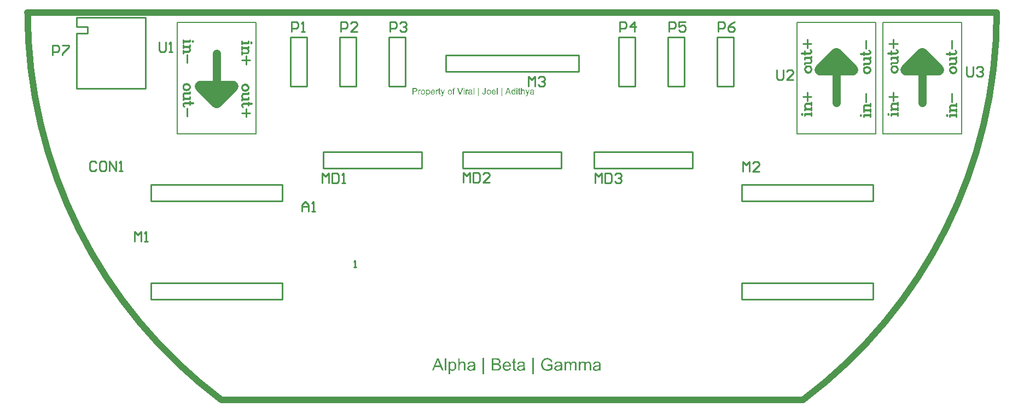
<source format=gto>
G04*
G04 #@! TF.GenerationSoftware,Altium Limited,Altium Designer,21.2.0 (30)*
G04*
G04 Layer_Color=65535*
%FSLAX25Y25*%
%MOIN*%
G70*
G04*
G04 #@! TF.SameCoordinates,915FADF9-C2CC-4250-813C-173C15824247*
G04*
G04*
G04 #@! TF.FilePolarity,Positive*
G04*
G01*
G75*
%ADD10C,0.03937*%
%ADD11C,0.00700*%
%ADD12C,0.05000*%
%ADD13C,0.06500*%
%ADD14C,0.01000*%
%ADD15C,0.01102*%
G36*
X21549Y-210666D02*
X21625D01*
X21707Y-210677D01*
X21800Y-210683D01*
X21904Y-210694D01*
X22019Y-210710D01*
X22133Y-210726D01*
X22385Y-210776D01*
X22510Y-210803D01*
X22641Y-210841D01*
X22767Y-210879D01*
X22892Y-210929D01*
X22898Y-210934D01*
X22919Y-210939D01*
X22958Y-210956D01*
X23001Y-210978D01*
X23056Y-211005D01*
X23122Y-211038D01*
X23192Y-211076D01*
X23274Y-211120D01*
X23356Y-211174D01*
X23438Y-211229D01*
X23613Y-211354D01*
X23782Y-211502D01*
X23864Y-211584D01*
X23935Y-211671D01*
X23941Y-211677D01*
X23952Y-211693D01*
X23973Y-211720D01*
X23995Y-211758D01*
X24028Y-211802D01*
X24066Y-211862D01*
X24104Y-211928D01*
X24148Y-212004D01*
X24192Y-212086D01*
X24241Y-212184D01*
X24290Y-212283D01*
X24334Y-212392D01*
X24383Y-212512D01*
X24427Y-212637D01*
X24470Y-212769D01*
X24508Y-212911D01*
X23607Y-213156D01*
Y-213151D01*
X23602Y-213129D01*
X23591Y-213102D01*
X23575Y-213058D01*
X23558Y-213014D01*
X23542Y-212954D01*
X23515Y-212894D01*
X23493Y-212823D01*
X23427Y-212681D01*
X23356Y-212528D01*
X23274Y-212381D01*
X23231Y-212315D01*
X23182Y-212250D01*
X23176Y-212244D01*
X23171Y-212233D01*
X23154Y-212217D01*
X23138Y-212195D01*
X23111Y-212168D01*
X23078Y-212135D01*
X23040Y-212097D01*
X22996Y-212059D01*
X22947Y-212015D01*
X22898Y-211971D01*
X22772Y-211884D01*
X22625Y-211797D01*
X22461Y-211720D01*
X22455D01*
X22439Y-211709D01*
X22412Y-211704D01*
X22379Y-211687D01*
X22335Y-211671D01*
X22281Y-211655D01*
X22221Y-211638D01*
X22155Y-211616D01*
X22084Y-211600D01*
X22002Y-211584D01*
X21915Y-211567D01*
X21827Y-211551D01*
X21631Y-211529D01*
X21423Y-211518D01*
X21358D01*
X21309Y-211524D01*
X21249D01*
X21178Y-211529D01*
X21101Y-211535D01*
X21020Y-211545D01*
X20927Y-211556D01*
X20828Y-211567D01*
X20632Y-211606D01*
X20430Y-211660D01*
X20233Y-211731D01*
X20228D01*
X20211Y-211742D01*
X20184Y-211753D01*
X20151Y-211769D01*
X20108Y-211791D01*
X20058Y-211813D01*
X20004Y-211846D01*
X19949Y-211878D01*
X19818Y-211955D01*
X19687Y-212053D01*
X19551Y-212162D01*
X19431Y-212283D01*
X19425Y-212288D01*
X19420Y-212299D01*
X19403Y-212315D01*
X19381Y-212343D01*
X19354Y-212375D01*
X19327Y-212408D01*
X19294Y-212452D01*
X19256Y-212501D01*
X19179Y-212610D01*
X19097Y-212736D01*
X19021Y-212878D01*
X18950Y-213025D01*
X18945Y-213031D01*
X18939Y-213058D01*
X18923Y-213096D01*
X18906Y-213145D01*
X18885Y-213211D01*
X18863Y-213287D01*
X18835Y-213380D01*
X18808Y-213478D01*
X18781Y-213587D01*
X18754Y-213702D01*
X18732Y-213828D01*
X18710Y-213964D01*
X18693Y-214101D01*
X18677Y-214248D01*
X18672Y-214396D01*
X18666Y-214548D01*
Y-214554D01*
Y-214559D01*
Y-214592D01*
Y-214647D01*
X18672Y-214718D01*
X18677Y-214805D01*
X18683Y-214903D01*
X18693Y-215018D01*
X18710Y-215138D01*
X18726Y-215269D01*
X18748Y-215406D01*
X18781Y-215548D01*
X18814Y-215690D01*
X18852Y-215832D01*
X18895Y-215973D01*
X18950Y-216110D01*
X19010Y-216241D01*
X19016Y-216247D01*
X19027Y-216268D01*
X19048Y-216307D01*
X19076Y-216350D01*
X19114Y-216410D01*
X19158Y-216470D01*
X19207Y-216541D01*
X19267Y-216618D01*
X19338Y-216700D01*
X19414Y-216782D01*
X19496Y-216869D01*
X19589Y-216951D01*
X19687Y-217033D01*
X19791Y-217109D01*
X19906Y-217180D01*
X20026Y-217246D01*
X20031Y-217251D01*
X20058Y-217262D01*
X20091Y-217279D01*
X20140Y-217295D01*
X20200Y-217322D01*
X20277Y-217350D01*
X20359Y-217377D01*
X20452Y-217409D01*
X20555Y-217442D01*
X20665Y-217470D01*
X20779Y-217497D01*
X20899Y-217524D01*
X21030Y-217541D01*
X21161Y-217557D01*
X21298Y-217568D01*
X21434Y-217573D01*
X21500D01*
X21544Y-217568D01*
X21604D01*
X21675Y-217562D01*
X21751Y-217551D01*
X21838Y-217541D01*
X21931Y-217530D01*
X22030Y-217513D01*
X22242Y-217470D01*
X22472Y-217409D01*
X22587Y-217371D01*
X22701Y-217328D01*
X22707Y-217322D01*
X22728Y-217317D01*
X22761Y-217300D01*
X22805Y-217284D01*
X22854Y-217262D01*
X22914Y-217235D01*
X22980Y-217202D01*
X23051Y-217164D01*
X23203Y-217087D01*
X23362Y-216995D01*
X23515Y-216896D01*
X23580Y-216847D01*
X23646Y-216792D01*
Y-215384D01*
X21423D01*
Y-214494D01*
X24623D01*
Y-217300D01*
X24612Y-217306D01*
X24590Y-217328D01*
X24552Y-217355D01*
X24498Y-217399D01*
X24427Y-217442D01*
X24350Y-217502D01*
X24257Y-217562D01*
X24159Y-217628D01*
X24044Y-217699D01*
X23930Y-217770D01*
X23804Y-217846D01*
X23668Y-217917D01*
X23389Y-218059D01*
X23247Y-218119D01*
X23100Y-218179D01*
X23089Y-218185D01*
X23067Y-218190D01*
X23023Y-218207D01*
X22963Y-218223D01*
X22892Y-218245D01*
X22810Y-218272D01*
X22712Y-218300D01*
X22608Y-218327D01*
X22488Y-218354D01*
X22363Y-218381D01*
X22232Y-218403D01*
X22095Y-218430D01*
X21800Y-218463D01*
X21647Y-218469D01*
X21495Y-218474D01*
X21418D01*
X21385Y-218469D01*
X21309D01*
X21211Y-218458D01*
X21096Y-218447D01*
X20965Y-218436D01*
X20823Y-218414D01*
X20670Y-218387D01*
X20512Y-218360D01*
X20342Y-218321D01*
X20168Y-218272D01*
X19993Y-218218D01*
X19818Y-218158D01*
X19644Y-218081D01*
X19469Y-217999D01*
X19458Y-217994D01*
X19431Y-217977D01*
X19381Y-217950D01*
X19321Y-217912D01*
X19245Y-217863D01*
X19158Y-217803D01*
X19059Y-217732D01*
X18956Y-217650D01*
X18846Y-217557D01*
X18732Y-217453D01*
X18617Y-217344D01*
X18502Y-217218D01*
X18393Y-217082D01*
X18284Y-216940D01*
X18186Y-216787D01*
X18093Y-216623D01*
X18087Y-216612D01*
X18071Y-216580D01*
X18049Y-216530D01*
X18022Y-216465D01*
X17989Y-216378D01*
X17945Y-216279D01*
X17907Y-216159D01*
X17864Y-216034D01*
X17820Y-215886D01*
X17782Y-215733D01*
X17743Y-215569D01*
X17705Y-215389D01*
X17678Y-215204D01*
X17656Y-215013D01*
X17640Y-214816D01*
X17634Y-214609D01*
Y-214603D01*
Y-214598D01*
Y-214581D01*
Y-214559D01*
Y-214532D01*
X17640Y-214499D01*
Y-214423D01*
X17651Y-214325D01*
X17656Y-214210D01*
X17673Y-214079D01*
X17694Y-213937D01*
X17716Y-213784D01*
X17749Y-213620D01*
X17782Y-213451D01*
X17825Y-213276D01*
X17880Y-213096D01*
X17940Y-212911D01*
X18011Y-212730D01*
X18093Y-212550D01*
Y-212545D01*
X18098Y-212539D01*
X18115Y-212506D01*
X18142Y-212457D01*
X18180Y-212392D01*
X18224Y-212315D01*
X18284Y-212223D01*
X18355Y-212119D01*
X18431Y-212010D01*
X18519Y-211895D01*
X18617Y-211780D01*
X18726Y-211660D01*
X18846Y-211545D01*
X18977Y-211431D01*
X19114Y-211322D01*
X19261Y-211218D01*
X19420Y-211125D01*
X19431Y-211120D01*
X19458Y-211103D01*
X19507Y-211081D01*
X19573Y-211054D01*
X19655Y-211016D01*
X19753Y-210978D01*
X19867Y-210934D01*
X19993Y-210890D01*
X20135Y-210852D01*
X20288Y-210808D01*
X20452Y-210770D01*
X20626Y-210732D01*
X20812Y-210705D01*
X21003Y-210683D01*
X21205Y-210666D01*
X21413Y-210661D01*
X21495D01*
X21549Y-210666D01*
D02*
G37*
G36*
X-36212Y-212758D02*
X-36152Y-212763D01*
X-36081Y-212774D01*
X-36005Y-212785D01*
X-35917Y-212796D01*
X-35825Y-212818D01*
X-35726Y-212840D01*
X-35623Y-212872D01*
X-35519Y-212905D01*
X-35410Y-212949D01*
X-35306Y-212998D01*
X-35202Y-213052D01*
X-35098Y-213118D01*
X-35093Y-213123D01*
X-35077Y-213134D01*
X-35049Y-213156D01*
X-35011Y-213183D01*
X-34962Y-213222D01*
X-34913Y-213265D01*
X-34858Y-213320D01*
X-34793Y-213380D01*
X-34727Y-213446D01*
X-34662Y-213522D01*
X-34596Y-213609D01*
X-34525Y-213697D01*
X-34460Y-213795D01*
X-34400Y-213904D01*
X-34339Y-214013D01*
X-34285Y-214134D01*
X-34279Y-214139D01*
X-34274Y-214161D01*
X-34258Y-214199D01*
X-34241Y-214248D01*
X-34219Y-214308D01*
X-34198Y-214379D01*
X-34176Y-214467D01*
X-34148Y-214559D01*
X-34121Y-214663D01*
X-34099Y-214772D01*
X-34077Y-214893D01*
X-34056Y-215018D01*
X-34039Y-215149D01*
X-34023Y-215286D01*
X-34017Y-215422D01*
X-34012Y-215569D01*
Y-215580D01*
Y-215608D01*
Y-215651D01*
X-34017Y-215711D01*
X-34023Y-215782D01*
X-34028Y-215870D01*
X-34039Y-215968D01*
X-34050Y-216072D01*
X-34067Y-216186D01*
X-34088Y-216307D01*
X-34143Y-216563D01*
X-34176Y-216694D01*
X-34214Y-216825D01*
X-34263Y-216956D01*
X-34318Y-217082D01*
X-34323Y-217087D01*
X-34334Y-217109D01*
X-34350Y-217147D01*
X-34372Y-217191D01*
X-34405Y-217251D01*
X-34443Y-217311D01*
X-34487Y-217388D01*
X-34541Y-217464D01*
X-34596Y-217546D01*
X-34662Y-217628D01*
X-34733Y-217715D01*
X-34815Y-217803D01*
X-34896Y-217884D01*
X-34989Y-217966D01*
X-35087Y-218043D01*
X-35191Y-218114D01*
X-35197Y-218119D01*
X-35219Y-218130D01*
X-35246Y-218147D01*
X-35289Y-218168D01*
X-35344Y-218196D01*
X-35404Y-218229D01*
X-35475Y-218256D01*
X-35557Y-218289D01*
X-35644Y-218327D01*
X-35737Y-218354D01*
X-35835Y-218387D01*
X-35939Y-218414D01*
X-36048Y-218436D01*
X-36163Y-218452D01*
X-36278Y-218463D01*
X-36398Y-218469D01*
X-36442D01*
X-36474Y-218463D01*
X-36518D01*
X-36562Y-218458D01*
X-36616Y-218452D01*
X-36676Y-218447D01*
X-36807Y-218420D01*
X-36944Y-218387D01*
X-37091Y-218343D01*
X-37233Y-218278D01*
X-37239D01*
X-37250Y-218267D01*
X-37266Y-218256D01*
X-37293Y-218239D01*
X-37326Y-218223D01*
X-37359Y-218201D01*
X-37446Y-218141D01*
X-37539Y-218070D01*
X-37643Y-217983D01*
X-37741Y-217890D01*
X-37834Y-217781D01*
Y-220445D01*
X-38762D01*
Y-212872D01*
X-37916D01*
Y-213587D01*
X-37910Y-213582D01*
X-37905Y-213571D01*
X-37889Y-213549D01*
X-37861Y-213517D01*
X-37834Y-213484D01*
X-37801Y-213446D01*
X-37719Y-213353D01*
X-37621Y-213254D01*
X-37506Y-213151D01*
X-37381Y-213052D01*
X-37244Y-212965D01*
X-37239D01*
X-37228Y-212954D01*
X-37206Y-212943D01*
X-37179Y-212932D01*
X-37141Y-212916D01*
X-37097Y-212900D01*
X-37048Y-212878D01*
X-36988Y-212856D01*
X-36928Y-212840D01*
X-36856Y-212818D01*
X-36780Y-212801D01*
X-36698Y-212785D01*
X-36524Y-212763D01*
X-36332Y-212752D01*
X-36267D01*
X-36212Y-212758D01*
D02*
G37*
G36*
X46447D02*
X46507D01*
X46572Y-212769D01*
X46649Y-212774D01*
X46736Y-212790D01*
X46834Y-212807D01*
X46933Y-212834D01*
X47031Y-212861D01*
X47135Y-212900D01*
X47244Y-212943D01*
X47342Y-212992D01*
X47440Y-213058D01*
X47533Y-213123D01*
X47621Y-213205D01*
X47626Y-213211D01*
X47642Y-213227D01*
X47664Y-213254D01*
X47692Y-213293D01*
X47724Y-213336D01*
X47763Y-213396D01*
X47801Y-213467D01*
X47844Y-213549D01*
X47883Y-213642D01*
X47921Y-213740D01*
X47959Y-213855D01*
X47992Y-213981D01*
X48025Y-214117D01*
X48046Y-214265D01*
X48057Y-214423D01*
X48063Y-214592D01*
Y-218349D01*
X47135D01*
Y-214903D01*
Y-214898D01*
Y-214876D01*
Y-214849D01*
Y-214811D01*
Y-214767D01*
X47129Y-214712D01*
X47124Y-214592D01*
X47113Y-214461D01*
X47096Y-214330D01*
X47075Y-214205D01*
X47058Y-214150D01*
X47042Y-214101D01*
Y-214095D01*
X47036Y-214090D01*
X47025Y-214063D01*
X47004Y-214013D01*
X46971Y-213959D01*
X46922Y-213899D01*
X46867Y-213833D01*
X46796Y-213768D01*
X46714Y-213708D01*
X46703Y-213702D01*
X46670Y-213686D01*
X46621Y-213658D01*
X46556Y-213631D01*
X46474Y-213604D01*
X46381Y-213577D01*
X46272Y-213560D01*
X46157Y-213555D01*
X46103D01*
X46064Y-213560D01*
X46015Y-213566D01*
X45955Y-213577D01*
X45890Y-213587D01*
X45824Y-213604D01*
X45748Y-213626D01*
X45671Y-213648D01*
X45595Y-213680D01*
X45513Y-213719D01*
X45431Y-213762D01*
X45355Y-213817D01*
X45278Y-213872D01*
X45202Y-213942D01*
X45196Y-213948D01*
X45185Y-213959D01*
X45169Y-213981D01*
X45142Y-214013D01*
X45114Y-214057D01*
X45082Y-214106D01*
X45049Y-214166D01*
X45011Y-214237D01*
X44978Y-214319D01*
X44940Y-214412D01*
X44907Y-214510D01*
X44880Y-214619D01*
X44852Y-214745D01*
X44836Y-214876D01*
X44825Y-215018D01*
X44820Y-215171D01*
Y-218349D01*
X43891D01*
Y-214794D01*
Y-214789D01*
Y-214767D01*
Y-214734D01*
X43886Y-214690D01*
Y-214641D01*
X43881Y-214581D01*
X43875Y-214516D01*
X43864Y-214445D01*
X43837Y-214297D01*
X43793Y-214144D01*
X43738Y-213997D01*
X43700Y-213926D01*
X43662Y-213866D01*
Y-213861D01*
X43651Y-213855D01*
X43640Y-213839D01*
X43618Y-213817D01*
X43597Y-213795D01*
X43564Y-213768D01*
X43526Y-213740D01*
X43487Y-213708D01*
X43438Y-213680D01*
X43384Y-213653D01*
X43324Y-213626D01*
X43253Y-213604D01*
X43182Y-213582D01*
X43100Y-213566D01*
X43012Y-213560D01*
X42919Y-213555D01*
X42881D01*
X42854Y-213560D01*
X42821D01*
X42778Y-213566D01*
X42685Y-213582D01*
X42575Y-213604D01*
X42450Y-213642D01*
X42324Y-213691D01*
X42199Y-213762D01*
X42193D01*
X42182Y-213773D01*
X42166Y-213784D01*
X42144Y-213801D01*
X42084Y-213850D01*
X42013Y-213915D01*
X41931Y-214002D01*
X41855Y-214106D01*
X41778Y-214226D01*
X41713Y-214368D01*
Y-214374D01*
X41707Y-214385D01*
X41702Y-214412D01*
X41691Y-214439D01*
X41680Y-214483D01*
X41664Y-214532D01*
X41653Y-214592D01*
X41642Y-214658D01*
X41625Y-214734D01*
X41615Y-214822D01*
X41598Y-214914D01*
X41587Y-215018D01*
X41582Y-215127D01*
X41571Y-215247D01*
X41565Y-215373D01*
Y-215510D01*
Y-218349D01*
X40637D01*
Y-212872D01*
X41467D01*
Y-213648D01*
X41473Y-213642D01*
X41478Y-213631D01*
X41495Y-213609D01*
X41516Y-213582D01*
X41538Y-213544D01*
X41571Y-213506D01*
X41647Y-213413D01*
X41746Y-213309D01*
X41866Y-213205D01*
X41997Y-213096D01*
X42150Y-212998D01*
X42155Y-212992D01*
X42171Y-212987D01*
X42193Y-212976D01*
X42226Y-212960D01*
X42264Y-212943D01*
X42314Y-212921D01*
X42373Y-212900D01*
X42434Y-212872D01*
X42505Y-212850D01*
X42575Y-212829D01*
X42657Y-212807D01*
X42745Y-212790D01*
X42930Y-212763D01*
X43029Y-212752D01*
X43187D01*
X43231Y-212758D01*
X43280D01*
X43340Y-212763D01*
X43411Y-212774D01*
X43482Y-212785D01*
X43640Y-212812D01*
X43804Y-212861D01*
X43973Y-212921D01*
X44050Y-212965D01*
X44126Y-213009D01*
X44132Y-213014D01*
X44143Y-213020D01*
X44164Y-213036D01*
X44192Y-213052D01*
X44219Y-213080D01*
X44257Y-213112D01*
X44339Y-213189D01*
X44432Y-213293D01*
X44519Y-213413D01*
X44601Y-213555D01*
X44672Y-213713D01*
Y-213708D01*
X44678Y-213702D01*
X44705Y-213669D01*
X44738Y-213626D01*
X44792Y-213560D01*
X44858Y-213489D01*
X44934Y-213407D01*
X45027Y-213320D01*
X45131Y-213233D01*
X45246Y-213145D01*
X45377Y-213058D01*
X45513Y-212976D01*
X45666Y-212900D01*
X45824Y-212840D01*
X45999Y-212796D01*
X46179Y-212763D01*
X46272Y-212752D01*
X46409D01*
X46447Y-212758D01*
D02*
G37*
G36*
X37656D02*
X37716D01*
X37782Y-212769D01*
X37858Y-212774D01*
X37946Y-212790D01*
X38044Y-212807D01*
X38142Y-212834D01*
X38240Y-212861D01*
X38344Y-212900D01*
X38453Y-212943D01*
X38552Y-212992D01*
X38650Y-213058D01*
X38743Y-213123D01*
X38830Y-213205D01*
X38835Y-213211D01*
X38852Y-213227D01*
X38874Y-213254D01*
X38901Y-213293D01*
X38934Y-213336D01*
X38972Y-213396D01*
X39010Y-213467D01*
X39054Y-213549D01*
X39092Y-213642D01*
X39130Y-213740D01*
X39169Y-213855D01*
X39201Y-213981D01*
X39234Y-214117D01*
X39256Y-214265D01*
X39267Y-214423D01*
X39272Y-214592D01*
Y-218349D01*
X38344D01*
Y-214903D01*
Y-214898D01*
Y-214876D01*
Y-214849D01*
Y-214811D01*
Y-214767D01*
X38339Y-214712D01*
X38333Y-214592D01*
X38322Y-214461D01*
X38306Y-214330D01*
X38284Y-214205D01*
X38268Y-214150D01*
X38251Y-214101D01*
Y-214095D01*
X38246Y-214090D01*
X38235Y-214063D01*
X38213Y-214013D01*
X38180Y-213959D01*
X38131Y-213899D01*
X38076Y-213833D01*
X38006Y-213768D01*
X37924Y-213708D01*
X37913Y-213702D01*
X37880Y-213686D01*
X37831Y-213658D01*
X37765Y-213631D01*
X37683Y-213604D01*
X37591Y-213577D01*
X37481Y-213560D01*
X37367Y-213555D01*
X37312D01*
X37274Y-213560D01*
X37225Y-213566D01*
X37165Y-213577D01*
X37099Y-213587D01*
X37034Y-213604D01*
X36957Y-213626D01*
X36881Y-213648D01*
X36804Y-213680D01*
X36722Y-213719D01*
X36641Y-213762D01*
X36564Y-213817D01*
X36488Y-213872D01*
X36411Y-213942D01*
X36406Y-213948D01*
X36395Y-213959D01*
X36378Y-213981D01*
X36351Y-214013D01*
X36324Y-214057D01*
X36291Y-214106D01*
X36258Y-214166D01*
X36220Y-214237D01*
X36187Y-214319D01*
X36149Y-214412D01*
X36116Y-214510D01*
X36089Y-214619D01*
X36062Y-214745D01*
X36045Y-214876D01*
X36035Y-215018D01*
X36029Y-215171D01*
Y-218349D01*
X35101D01*
Y-214794D01*
Y-214789D01*
Y-214767D01*
Y-214734D01*
X35095Y-214690D01*
Y-214641D01*
X35090Y-214581D01*
X35084Y-214516D01*
X35074Y-214445D01*
X35046Y-214297D01*
X35002Y-214144D01*
X34948Y-213997D01*
X34910Y-213926D01*
X34872Y-213866D01*
Y-213861D01*
X34861Y-213855D01*
X34850Y-213839D01*
X34828Y-213817D01*
X34806Y-213795D01*
X34773Y-213768D01*
X34735Y-213740D01*
X34697Y-213708D01*
X34648Y-213680D01*
X34593Y-213653D01*
X34533Y-213626D01*
X34462Y-213604D01*
X34391Y-213582D01*
X34309Y-213566D01*
X34222Y-213560D01*
X34129Y-213555D01*
X34091D01*
X34063Y-213560D01*
X34031D01*
X33987Y-213566D01*
X33894Y-213582D01*
X33785Y-213604D01*
X33659Y-213642D01*
X33534Y-213691D01*
X33408Y-213762D01*
X33403D01*
X33392Y-213773D01*
X33375Y-213784D01*
X33354Y-213801D01*
X33294Y-213850D01*
X33223Y-213915D01*
X33141Y-214002D01*
X33064Y-214106D01*
X32988Y-214226D01*
X32922Y-214368D01*
Y-214374D01*
X32917Y-214385D01*
X32911Y-214412D01*
X32900Y-214439D01*
X32890Y-214483D01*
X32873Y-214532D01*
X32862Y-214592D01*
X32851Y-214658D01*
X32835Y-214734D01*
X32824Y-214822D01*
X32808Y-214914D01*
X32797Y-215018D01*
X32791Y-215127D01*
X32780Y-215247D01*
X32775Y-215373D01*
Y-215510D01*
Y-218349D01*
X31847D01*
Y-212872D01*
X32677D01*
Y-213648D01*
X32682Y-213642D01*
X32688Y-213631D01*
X32704Y-213609D01*
X32726Y-213582D01*
X32748Y-213544D01*
X32780Y-213506D01*
X32857Y-213413D01*
X32955Y-213309D01*
X33075Y-213205D01*
X33206Y-213096D01*
X33359Y-212998D01*
X33364Y-212992D01*
X33381Y-212987D01*
X33403Y-212976D01*
X33435Y-212960D01*
X33474Y-212943D01*
X33523Y-212921D01*
X33583Y-212900D01*
X33643Y-212872D01*
X33714Y-212850D01*
X33785Y-212829D01*
X33867Y-212807D01*
X33954Y-212790D01*
X34140Y-212763D01*
X34238Y-212752D01*
X34396D01*
X34440Y-212758D01*
X34489D01*
X34549Y-212763D01*
X34620Y-212774D01*
X34691Y-212785D01*
X34850Y-212812D01*
X35013Y-212861D01*
X35183Y-212921D01*
X35259Y-212965D01*
X35336Y-213009D01*
X35341Y-213014D01*
X35352Y-213020D01*
X35374Y-213036D01*
X35401Y-213052D01*
X35428Y-213080D01*
X35467Y-213112D01*
X35548Y-213189D01*
X35641Y-213293D01*
X35729Y-213413D01*
X35811Y-213555D01*
X35882Y-213713D01*
Y-213708D01*
X35887Y-213702D01*
X35914Y-213669D01*
X35947Y-213626D01*
X36002Y-213560D01*
X36067Y-213489D01*
X36144Y-213407D01*
X36237Y-213320D01*
X36340Y-213233D01*
X36455Y-213145D01*
X36586Y-213058D01*
X36722Y-212976D01*
X36875Y-212900D01*
X37034Y-212840D01*
X37208Y-212796D01*
X37389Y-212763D01*
X37481Y-212752D01*
X37618D01*
X37656Y-212758D01*
D02*
G37*
G36*
X51918D02*
X51989Y-212763D01*
X52065Y-212769D01*
X52147Y-212774D01*
X52327Y-212796D01*
X52518Y-212823D01*
X52704Y-212867D01*
X52797Y-212894D01*
X52879Y-212921D01*
X52884D01*
X52900Y-212927D01*
X52922Y-212938D01*
X52950Y-212949D01*
X52988Y-212965D01*
X53026Y-212987D01*
X53124Y-213036D01*
X53228Y-213096D01*
X53337Y-213167D01*
X53435Y-213244D01*
X53523Y-213336D01*
Y-213342D01*
X53534Y-213347D01*
X53545Y-213364D01*
X53556Y-213380D01*
X53594Y-213435D01*
X53637Y-213511D01*
X53687Y-213604D01*
X53730Y-213708D01*
X53774Y-213833D01*
X53812Y-213970D01*
Y-213981D01*
X53818Y-213997D01*
Y-214013D01*
X53823Y-214041D01*
X53829Y-214079D01*
X53834Y-214117D01*
X53839Y-214166D01*
Y-214221D01*
X53845Y-214281D01*
X53850Y-214352D01*
X53856Y-214428D01*
Y-214516D01*
X53861Y-214609D01*
Y-214712D01*
Y-214822D01*
Y-216055D01*
Y-216061D01*
Y-216072D01*
Y-216088D01*
Y-216110D01*
Y-216143D01*
Y-216176D01*
Y-216263D01*
Y-216367D01*
X53867Y-216481D01*
Y-216612D01*
Y-216743D01*
X53872Y-217022D01*
X53878Y-217158D01*
X53883Y-217295D01*
X53889Y-217415D01*
X53900Y-217524D01*
X53905Y-217617D01*
X53910Y-217661D01*
X53916Y-217693D01*
Y-217699D01*
X53921Y-217710D01*
Y-217726D01*
X53927Y-217754D01*
X53938Y-217781D01*
X53943Y-217819D01*
X53971Y-217906D01*
X54003Y-218005D01*
X54041Y-218114D01*
X54096Y-218229D01*
X54156Y-218349D01*
X53190D01*
Y-218343D01*
X53184Y-218338D01*
X53173Y-218321D01*
X53168Y-218300D01*
X53152Y-218272D01*
X53141Y-218234D01*
X53108Y-218158D01*
X53075Y-218054D01*
X53042Y-217939D01*
X53021Y-217814D01*
X52999Y-217672D01*
X52993Y-217677D01*
X52977Y-217693D01*
X52950Y-217715D01*
X52911Y-217743D01*
X52862Y-217781D01*
X52808Y-217819D01*
X52747Y-217868D01*
X52682Y-217917D01*
X52606Y-217966D01*
X52529Y-218016D01*
X52360Y-218119D01*
X52185Y-218218D01*
X52092Y-218256D01*
X52005Y-218294D01*
X51999D01*
X51983Y-218300D01*
X51956Y-218310D01*
X51923Y-218321D01*
X51879Y-218332D01*
X51825Y-218349D01*
X51765Y-218365D01*
X51699Y-218381D01*
X51628Y-218398D01*
X51546Y-218414D01*
X51372Y-218442D01*
X51186Y-218463D01*
X50984Y-218469D01*
X50946D01*
X50897Y-218463D01*
X50836D01*
X50760Y-218458D01*
X50673Y-218447D01*
X50574Y-218430D01*
X50471Y-218414D01*
X50362Y-218392D01*
X50252Y-218360D01*
X50132Y-218327D01*
X50017Y-218283D01*
X49908Y-218234D01*
X49794Y-218174D01*
X49695Y-218108D01*
X49597Y-218032D01*
X49592Y-218026D01*
X49575Y-218010D01*
X49553Y-217988D01*
X49521Y-217950D01*
X49488Y-217906D01*
X49444Y-217857D01*
X49400Y-217797D01*
X49357Y-217726D01*
X49313Y-217650D01*
X49270Y-217562D01*
X49226Y-217470D01*
X49193Y-217371D01*
X49160Y-217262D01*
X49139Y-217153D01*
X49122Y-217033D01*
X49117Y-216907D01*
Y-216902D01*
Y-216891D01*
Y-216869D01*
X49122Y-216836D01*
Y-216804D01*
X49128Y-216760D01*
X49139Y-216662D01*
X49160Y-216552D01*
X49193Y-216427D01*
X49237Y-216301D01*
X49297Y-216176D01*
Y-216170D01*
X49308Y-216159D01*
X49313Y-216143D01*
X49330Y-216121D01*
X49368Y-216061D01*
X49422Y-215985D01*
X49493Y-215897D01*
X49575Y-215810D01*
X49668Y-215722D01*
X49772Y-215640D01*
X49777D01*
X49788Y-215630D01*
X49805Y-215619D01*
X49826Y-215608D01*
X49854Y-215591D01*
X49887Y-215569D01*
X49968Y-215526D01*
X50067Y-215477D01*
X50181Y-215428D01*
X50307Y-215378D01*
X50443Y-215335D01*
X50449D01*
X50454Y-215329D01*
X50471D01*
X50493Y-215324D01*
X50525Y-215318D01*
X50558Y-215307D01*
X50602Y-215302D01*
X50651Y-215291D01*
X50705Y-215280D01*
X50766Y-215269D01*
X50831Y-215258D01*
X50907Y-215247D01*
X50989Y-215236D01*
X51077Y-215220D01*
X51170Y-215209D01*
X51268Y-215198D01*
X51279D01*
X51295Y-215193D01*
X51317D01*
X51377Y-215182D01*
X51454Y-215176D01*
X51546Y-215160D01*
X51650Y-215144D01*
X51770Y-215127D01*
X51896Y-215105D01*
X52027Y-215084D01*
X52163Y-215062D01*
X52436Y-215007D01*
X52573Y-214974D01*
X52698Y-214942D01*
X52813Y-214909D01*
X52922Y-214876D01*
Y-214865D01*
Y-214843D01*
Y-214816D01*
X52928Y-214778D01*
Y-214696D01*
Y-214663D01*
Y-214636D01*
Y-214630D01*
Y-214609D01*
Y-214581D01*
X52922Y-214543D01*
Y-214499D01*
X52911Y-214445D01*
X52895Y-214325D01*
X52862Y-214194D01*
X52813Y-214057D01*
X52786Y-213997D01*
X52747Y-213937D01*
X52709Y-213888D01*
X52660Y-213839D01*
X52655Y-213833D01*
X52644Y-213822D01*
X52622Y-213811D01*
X52595Y-213790D01*
X52556Y-213768D01*
X52513Y-213740D01*
X52458Y-213708D01*
X52398Y-213680D01*
X52327Y-213653D01*
X52245Y-213620D01*
X52163Y-213593D01*
X52065Y-213571D01*
X51961Y-213549D01*
X51852Y-213533D01*
X51732Y-213527D01*
X51606Y-213522D01*
X51546D01*
X51497Y-213527D01*
X51443D01*
X51382Y-213533D01*
X51311Y-213544D01*
X51241Y-213549D01*
X51082Y-213577D01*
X50924Y-213620D01*
X50771Y-213680D01*
X50700Y-213713D01*
X50640Y-213757D01*
X50634D01*
X50629Y-213768D01*
X50613Y-213784D01*
X50591Y-213801D01*
X50564Y-213828D01*
X50536Y-213861D01*
X50503Y-213899D01*
X50465Y-213942D01*
X50427Y-213997D01*
X50389Y-214057D01*
X50351Y-214123D01*
X50318Y-214194D01*
X50280Y-214276D01*
X50241Y-214363D01*
X50209Y-214461D01*
X50181Y-214565D01*
X49275Y-214439D01*
Y-214434D01*
X49280Y-214412D01*
X49286Y-214385D01*
X49297Y-214341D01*
X49313Y-214292D01*
X49330Y-214237D01*
X49346Y-214172D01*
X49373Y-214106D01*
X49428Y-213953D01*
X49499Y-213801D01*
X49581Y-213642D01*
X49679Y-213500D01*
X49685Y-213495D01*
X49690Y-213484D01*
X49706Y-213467D01*
X49734Y-213440D01*
X49761Y-213413D01*
X49799Y-213375D01*
X49837Y-213336D01*
X49887Y-213298D01*
X49941Y-213254D01*
X50007Y-213205D01*
X50072Y-213162D01*
X50143Y-213118D01*
X50225Y-213069D01*
X50307Y-213025D01*
X50400Y-212987D01*
X50498Y-212949D01*
X50503D01*
X50520Y-212938D01*
X50553Y-212932D01*
X50591Y-212916D01*
X50645Y-212905D01*
X50705Y-212889D01*
X50776Y-212867D01*
X50853Y-212850D01*
X50940Y-212834D01*
X51038Y-212812D01*
X51142Y-212796D01*
X51252Y-212785D01*
X51366Y-212769D01*
X51486Y-212763D01*
X51743Y-212752D01*
X51858D01*
X51918Y-212758D01*
D02*
G37*
G36*
X28467D02*
X28538Y-212763D01*
X28614Y-212769D01*
X28696Y-212774D01*
X28876Y-212796D01*
X29068Y-212823D01*
X29253Y-212867D01*
X29346Y-212894D01*
X29428Y-212921D01*
X29433D01*
X29450Y-212927D01*
X29471Y-212938D01*
X29499Y-212949D01*
X29537Y-212965D01*
X29575Y-212987D01*
X29674Y-213036D01*
X29777Y-213096D01*
X29886Y-213167D01*
X29985Y-213244D01*
X30072Y-213336D01*
Y-213342D01*
X30083Y-213347D01*
X30094Y-213364D01*
X30105Y-213380D01*
X30143Y-213435D01*
X30187Y-213511D01*
X30236Y-213604D01*
X30280Y-213708D01*
X30323Y-213833D01*
X30362Y-213970D01*
Y-213981D01*
X30367Y-213997D01*
Y-214013D01*
X30372Y-214041D01*
X30378Y-214079D01*
X30383Y-214117D01*
X30389Y-214166D01*
Y-214221D01*
X30394Y-214281D01*
X30400Y-214352D01*
X30405Y-214428D01*
Y-214516D01*
X30411Y-214609D01*
Y-214712D01*
Y-214822D01*
Y-216055D01*
Y-216061D01*
Y-216072D01*
Y-216088D01*
Y-216110D01*
Y-216143D01*
Y-216176D01*
Y-216263D01*
Y-216367D01*
X30416Y-216481D01*
Y-216612D01*
Y-216743D01*
X30422Y-217022D01*
X30427Y-217158D01*
X30433Y-217295D01*
X30438Y-217415D01*
X30449Y-217524D01*
X30454Y-217617D01*
X30460Y-217661D01*
X30465Y-217693D01*
Y-217699D01*
X30471Y-217710D01*
Y-217726D01*
X30476Y-217754D01*
X30487Y-217781D01*
X30493Y-217819D01*
X30520Y-217906D01*
X30553Y-218005D01*
X30591Y-218114D01*
X30645Y-218229D01*
X30705Y-218349D01*
X29739D01*
Y-218343D01*
X29734Y-218338D01*
X29723Y-218321D01*
X29717Y-218300D01*
X29701Y-218272D01*
X29690Y-218234D01*
X29657Y-218158D01*
X29624Y-218054D01*
X29592Y-217939D01*
X29570Y-217814D01*
X29548Y-217672D01*
X29542Y-217677D01*
X29526Y-217693D01*
X29499Y-217715D01*
X29461Y-217743D01*
X29412Y-217781D01*
X29357Y-217819D01*
X29297Y-217868D01*
X29231Y-217917D01*
X29155Y-217966D01*
X29078Y-218016D01*
X28909Y-218119D01*
X28734Y-218218D01*
X28642Y-218256D01*
X28554Y-218294D01*
X28549D01*
X28532Y-218300D01*
X28505Y-218310D01*
X28472Y-218321D01*
X28429Y-218332D01*
X28374Y-218349D01*
X28314Y-218365D01*
X28249Y-218381D01*
X28177Y-218398D01*
X28096Y-218414D01*
X27921Y-218442D01*
X27735Y-218463D01*
X27533Y-218469D01*
X27495D01*
X27446Y-218463D01*
X27386D01*
X27309Y-218458D01*
X27222Y-218447D01*
X27124Y-218430D01*
X27020Y-218414D01*
X26911Y-218392D01*
X26802Y-218360D01*
X26682Y-218327D01*
X26567Y-218283D01*
X26458Y-218234D01*
X26343Y-218174D01*
X26245Y-218108D01*
X26146Y-218032D01*
X26141Y-218026D01*
X26125Y-218010D01*
X26103Y-217988D01*
X26070Y-217950D01*
X26037Y-217906D01*
X25993Y-217857D01*
X25950Y-217797D01*
X25906Y-217726D01*
X25863Y-217650D01*
X25819Y-217562D01*
X25775Y-217470D01*
X25742Y-217371D01*
X25710Y-217262D01*
X25688Y-217153D01*
X25671Y-217033D01*
X25666Y-216907D01*
Y-216902D01*
Y-216891D01*
Y-216869D01*
X25671Y-216836D01*
Y-216804D01*
X25677Y-216760D01*
X25688Y-216662D01*
X25710Y-216552D01*
X25742Y-216427D01*
X25786Y-216301D01*
X25846Y-216176D01*
Y-216170D01*
X25857Y-216159D01*
X25863Y-216143D01*
X25879Y-216121D01*
X25917Y-216061D01*
X25972Y-215985D01*
X26043Y-215897D01*
X26125Y-215810D01*
X26217Y-215722D01*
X26321Y-215640D01*
X26327D01*
X26338Y-215630D01*
X26354Y-215619D01*
X26376Y-215608D01*
X26403Y-215591D01*
X26436Y-215569D01*
X26518Y-215526D01*
X26616Y-215477D01*
X26731Y-215428D01*
X26856Y-215378D01*
X26993Y-215335D01*
X26998D01*
X27004Y-215329D01*
X27020D01*
X27042Y-215324D01*
X27075Y-215318D01*
X27107Y-215307D01*
X27151Y-215302D01*
X27200Y-215291D01*
X27255Y-215280D01*
X27315Y-215269D01*
X27380Y-215258D01*
X27457Y-215247D01*
X27539Y-215236D01*
X27626Y-215220D01*
X27719Y-215209D01*
X27817Y-215198D01*
X27828D01*
X27845Y-215193D01*
X27866D01*
X27926Y-215182D01*
X28003Y-215176D01*
X28096Y-215160D01*
X28199Y-215144D01*
X28319Y-215127D01*
X28445Y-215105D01*
X28576Y-215084D01*
X28713Y-215062D01*
X28986Y-215007D01*
X29122Y-214974D01*
X29248Y-214942D01*
X29362Y-214909D01*
X29471Y-214876D01*
Y-214865D01*
Y-214843D01*
Y-214816D01*
X29477Y-214778D01*
Y-214696D01*
Y-214663D01*
Y-214636D01*
Y-214630D01*
Y-214609D01*
Y-214581D01*
X29471Y-214543D01*
Y-214499D01*
X29461Y-214445D01*
X29444Y-214325D01*
X29412Y-214194D01*
X29362Y-214057D01*
X29335Y-213997D01*
X29297Y-213937D01*
X29259Y-213888D01*
X29210Y-213839D01*
X29204Y-213833D01*
X29193Y-213822D01*
X29171Y-213811D01*
X29144Y-213790D01*
X29106Y-213768D01*
X29062Y-213740D01*
X29007Y-213708D01*
X28947Y-213680D01*
X28876Y-213653D01*
X28795Y-213620D01*
X28713Y-213593D01*
X28614Y-213571D01*
X28511Y-213549D01*
X28401Y-213533D01*
X28281Y-213527D01*
X28156Y-213522D01*
X28096D01*
X28047Y-213527D01*
X27992D01*
X27932Y-213533D01*
X27861Y-213544D01*
X27790Y-213549D01*
X27632Y-213577D01*
X27473Y-213620D01*
X27320Y-213680D01*
X27249Y-213713D01*
X27189Y-213757D01*
X27184D01*
X27178Y-213768D01*
X27162Y-213784D01*
X27140Y-213801D01*
X27113Y-213828D01*
X27086Y-213861D01*
X27053Y-213899D01*
X27014Y-213942D01*
X26976Y-213997D01*
X26938Y-214057D01*
X26900Y-214123D01*
X26867Y-214194D01*
X26829Y-214276D01*
X26791Y-214363D01*
X26758Y-214461D01*
X26731Y-214565D01*
X25824Y-214439D01*
Y-214434D01*
X25830Y-214412D01*
X25835Y-214385D01*
X25846Y-214341D01*
X25863Y-214292D01*
X25879Y-214237D01*
X25895Y-214172D01*
X25923Y-214106D01*
X25977Y-213953D01*
X26048Y-213801D01*
X26130Y-213642D01*
X26228Y-213500D01*
X26234Y-213495D01*
X26239Y-213484D01*
X26256Y-213467D01*
X26283Y-213440D01*
X26310Y-213413D01*
X26348Y-213375D01*
X26387Y-213336D01*
X26436Y-213298D01*
X26490Y-213254D01*
X26556Y-213205D01*
X26621Y-213162D01*
X26692Y-213118D01*
X26774Y-213069D01*
X26856Y-213025D01*
X26949Y-212987D01*
X27047Y-212949D01*
X27053D01*
X27069Y-212938D01*
X27102Y-212932D01*
X27140Y-212916D01*
X27195Y-212905D01*
X27255Y-212889D01*
X27326Y-212867D01*
X27402Y-212850D01*
X27490Y-212834D01*
X27588Y-212812D01*
X27692Y-212796D01*
X27801Y-212785D01*
X27915Y-212769D01*
X28036Y-212763D01*
X28292Y-212752D01*
X28407D01*
X28467Y-212758D01*
D02*
G37*
G36*
X5781D02*
X5852Y-212763D01*
X5928Y-212769D01*
X6010Y-212774D01*
X6190Y-212796D01*
X6381Y-212823D01*
X6567Y-212867D01*
X6660Y-212894D01*
X6742Y-212921D01*
X6747D01*
X6763Y-212927D01*
X6785Y-212938D01*
X6813Y-212949D01*
X6851Y-212965D01*
X6889Y-212987D01*
X6987Y-213036D01*
X7091Y-213096D01*
X7200Y-213167D01*
X7299Y-213244D01*
X7386Y-213336D01*
Y-213342D01*
X7397Y-213347D01*
X7408Y-213364D01*
X7419Y-213380D01*
X7457Y-213435D01*
X7501Y-213511D01*
X7550Y-213604D01*
X7593Y-213708D01*
X7637Y-213833D01*
X7675Y-213970D01*
Y-213981D01*
X7681Y-213997D01*
Y-214013D01*
X7686Y-214041D01*
X7692Y-214079D01*
X7697Y-214117D01*
X7702Y-214166D01*
Y-214221D01*
X7708Y-214281D01*
X7713Y-214352D01*
X7719Y-214428D01*
Y-214516D01*
X7724Y-214609D01*
Y-214712D01*
Y-214822D01*
Y-216055D01*
Y-216061D01*
Y-216072D01*
Y-216088D01*
Y-216110D01*
Y-216143D01*
Y-216176D01*
Y-216263D01*
Y-216367D01*
X7730Y-216481D01*
Y-216612D01*
Y-216743D01*
X7735Y-217022D01*
X7741Y-217158D01*
X7746Y-217295D01*
X7752Y-217415D01*
X7763Y-217524D01*
X7768Y-217617D01*
X7773Y-217661D01*
X7779Y-217693D01*
Y-217699D01*
X7784Y-217710D01*
Y-217726D01*
X7790Y-217754D01*
X7801Y-217781D01*
X7806Y-217819D01*
X7834Y-217906D01*
X7866Y-218005D01*
X7904Y-218114D01*
X7959Y-218229D01*
X8019Y-218349D01*
X7053D01*
Y-218343D01*
X7047Y-218338D01*
X7036Y-218321D01*
X7031Y-218300D01*
X7015Y-218272D01*
X7004Y-218234D01*
X6971Y-218158D01*
X6938Y-218054D01*
X6905Y-217939D01*
X6883Y-217814D01*
X6862Y-217672D01*
X6856Y-217677D01*
X6840Y-217693D01*
X6813Y-217715D01*
X6774Y-217743D01*
X6725Y-217781D01*
X6671Y-217819D01*
X6611Y-217868D01*
X6545Y-217917D01*
X6469Y-217966D01*
X6392Y-218016D01*
X6223Y-218119D01*
X6048Y-218218D01*
X5955Y-218256D01*
X5868Y-218294D01*
X5863D01*
X5846Y-218300D01*
X5819Y-218310D01*
X5786Y-218321D01*
X5742Y-218332D01*
X5688Y-218349D01*
X5628Y-218365D01*
X5562Y-218381D01*
X5491Y-218398D01*
X5409Y-218414D01*
X5235Y-218442D01*
X5049Y-218463D01*
X4847Y-218469D01*
X4809D01*
X4760Y-218463D01*
X4699D01*
X4623Y-218458D01*
X4536Y-218447D01*
X4437Y-218430D01*
X4334Y-218414D01*
X4225Y-218392D01*
X4115Y-218360D01*
X3995Y-218327D01*
X3881Y-218283D01*
X3771Y-218234D01*
X3657Y-218174D01*
X3558Y-218108D01*
X3460Y-218032D01*
X3455Y-218026D01*
X3438Y-218010D01*
X3416Y-217988D01*
X3384Y-217950D01*
X3351Y-217906D01*
X3307Y-217857D01*
X3263Y-217797D01*
X3220Y-217726D01*
X3176Y-217650D01*
X3133Y-217562D01*
X3089Y-217470D01*
X3056Y-217371D01*
X3023Y-217262D01*
X3001Y-217153D01*
X2985Y-217033D01*
X2980Y-216907D01*
Y-216902D01*
Y-216891D01*
Y-216869D01*
X2985Y-216836D01*
Y-216804D01*
X2991Y-216760D01*
X3001Y-216662D01*
X3023Y-216552D01*
X3056Y-216427D01*
X3100Y-216301D01*
X3160Y-216176D01*
Y-216170D01*
X3171Y-216159D01*
X3176Y-216143D01*
X3193Y-216121D01*
X3231Y-216061D01*
X3285Y-215985D01*
X3356Y-215897D01*
X3438Y-215810D01*
X3531Y-215722D01*
X3635Y-215640D01*
X3640D01*
X3651Y-215630D01*
X3668Y-215619D01*
X3689Y-215608D01*
X3717Y-215591D01*
X3749Y-215569D01*
X3831Y-215526D01*
X3930Y-215477D01*
X4044Y-215428D01*
X4170Y-215378D01*
X4306Y-215335D01*
X4312D01*
X4317Y-215329D01*
X4334D01*
X4355Y-215324D01*
X4388Y-215318D01*
X4421Y-215307D01*
X4465Y-215302D01*
X4514Y-215291D01*
X4569Y-215280D01*
X4628Y-215269D01*
X4694Y-215258D01*
X4770Y-215247D01*
X4852Y-215236D01*
X4940Y-215220D01*
X5033Y-215209D01*
X5131Y-215198D01*
X5142D01*
X5158Y-215193D01*
X5180D01*
X5240Y-215182D01*
X5316Y-215176D01*
X5409Y-215160D01*
X5513Y-215144D01*
X5633Y-215127D01*
X5759Y-215105D01*
X5890Y-215084D01*
X6026Y-215062D01*
X6299Y-215007D01*
X6436Y-214974D01*
X6561Y-214942D01*
X6676Y-214909D01*
X6785Y-214876D01*
Y-214865D01*
Y-214843D01*
Y-214816D01*
X6791Y-214778D01*
Y-214696D01*
Y-214663D01*
Y-214636D01*
Y-214630D01*
Y-214609D01*
Y-214581D01*
X6785Y-214543D01*
Y-214499D01*
X6774Y-214445D01*
X6758Y-214325D01*
X6725Y-214194D01*
X6676Y-214057D01*
X6649Y-213997D01*
X6611Y-213937D01*
X6572Y-213888D01*
X6523Y-213839D01*
X6518Y-213833D01*
X6507Y-213822D01*
X6485Y-213811D01*
X6458Y-213790D01*
X6419Y-213768D01*
X6376Y-213740D01*
X6321Y-213708D01*
X6261Y-213680D01*
X6190Y-213653D01*
X6108Y-213620D01*
X6026Y-213593D01*
X5928Y-213571D01*
X5824Y-213549D01*
X5715Y-213533D01*
X5595Y-213527D01*
X5469Y-213522D01*
X5409D01*
X5360Y-213527D01*
X5306D01*
X5246Y-213533D01*
X5175Y-213544D01*
X5104Y-213549D01*
X4945Y-213577D01*
X4787Y-213620D01*
X4634Y-213680D01*
X4563Y-213713D01*
X4503Y-213757D01*
X4498D01*
X4492Y-213768D01*
X4476Y-213784D01*
X4454Y-213801D01*
X4426Y-213828D01*
X4399Y-213861D01*
X4366Y-213899D01*
X4328Y-213942D01*
X4290Y-213997D01*
X4252Y-214057D01*
X4214Y-214123D01*
X4181Y-214194D01*
X4143Y-214276D01*
X4104Y-214363D01*
X4072Y-214461D01*
X4044Y-214565D01*
X3138Y-214439D01*
Y-214434D01*
X3143Y-214412D01*
X3149Y-214385D01*
X3160Y-214341D01*
X3176Y-214292D01*
X3193Y-214237D01*
X3209Y-214172D01*
X3236Y-214106D01*
X3291Y-213953D01*
X3362Y-213801D01*
X3444Y-213642D01*
X3542Y-213500D01*
X3548Y-213495D01*
X3553Y-213484D01*
X3569Y-213467D01*
X3597Y-213440D01*
X3624Y-213413D01*
X3662Y-213375D01*
X3700Y-213336D01*
X3749Y-213298D01*
X3804Y-213254D01*
X3870Y-213205D01*
X3935Y-213162D01*
X4006Y-213118D01*
X4088Y-213069D01*
X4170Y-213025D01*
X4263Y-212987D01*
X4361Y-212949D01*
X4366D01*
X4383Y-212938D01*
X4416Y-212932D01*
X4454Y-212916D01*
X4508Y-212905D01*
X4569Y-212889D01*
X4640Y-212867D01*
X4716Y-212850D01*
X4803Y-212834D01*
X4902Y-212812D01*
X5005Y-212796D01*
X5114Y-212785D01*
X5229Y-212769D01*
X5349Y-212763D01*
X5606Y-212752D01*
X5720D01*
X5781Y-212758D01*
D02*
G37*
G36*
X-9497Y-210798D02*
X-9420D01*
X-9338Y-210803D01*
X-9240Y-210814D01*
X-9142Y-210819D01*
X-9032Y-210836D01*
X-8918Y-210847D01*
X-8688Y-210890D01*
X-8459Y-210950D01*
X-8350Y-210983D01*
X-8252Y-211027D01*
X-8246D01*
X-8230Y-211038D01*
X-8202Y-211049D01*
X-8164Y-211070D01*
X-8121Y-211092D01*
X-8071Y-211125D01*
X-8011Y-211158D01*
X-7951Y-211202D01*
X-7886Y-211245D01*
X-7820Y-211300D01*
X-7755Y-211354D01*
X-7684Y-211420D01*
X-7618Y-211491D01*
X-7553Y-211562D01*
X-7493Y-211644D01*
X-7433Y-211731D01*
X-7427Y-211737D01*
X-7422Y-211753D01*
X-7405Y-211780D01*
X-7384Y-211813D01*
X-7362Y-211857D01*
X-7340Y-211911D01*
X-7312Y-211966D01*
X-7280Y-212031D01*
X-7252Y-212108D01*
X-7225Y-212184D01*
X-7181Y-212354D01*
X-7143Y-212539D01*
X-7138Y-212632D01*
X-7132Y-212730D01*
Y-212736D01*
Y-212752D01*
Y-212779D01*
X-7138Y-212812D01*
Y-212856D01*
X-7149Y-212905D01*
X-7154Y-212965D01*
X-7165Y-213025D01*
X-7198Y-213167D01*
X-7247Y-213320D01*
X-7274Y-213402D01*
X-7312Y-213478D01*
X-7351Y-213560D01*
X-7400Y-213642D01*
X-7405Y-213648D01*
X-7411Y-213658D01*
X-7427Y-213680D01*
X-7449Y-213713D01*
X-7476Y-213751D01*
X-7509Y-213790D01*
X-7553Y-213839D01*
X-7596Y-213888D01*
X-7651Y-213942D01*
X-7706Y-213997D01*
X-7771Y-214052D01*
X-7842Y-214112D01*
X-7924Y-214172D01*
X-8006Y-214226D01*
X-8093Y-214281D01*
X-8191Y-214330D01*
X-8186D01*
X-8159Y-214341D01*
X-8126Y-214352D01*
X-8077Y-214368D01*
X-8022Y-214390D01*
X-7957Y-214418D01*
X-7880Y-214450D01*
X-7804Y-214494D01*
X-7717Y-214538D01*
X-7629Y-214587D01*
X-7542Y-214641D01*
X-7454Y-214707D01*
X-7373Y-214772D01*
X-7285Y-214849D01*
X-7209Y-214931D01*
X-7138Y-215018D01*
X-7132Y-215023D01*
X-7121Y-215040D01*
X-7105Y-215067D01*
X-7078Y-215105D01*
X-7050Y-215149D01*
X-7018Y-215204D01*
X-6985Y-215269D01*
X-6952Y-215340D01*
X-6919Y-215422D01*
X-6881Y-215510D01*
X-6854Y-215602D01*
X-6826Y-215706D01*
X-6799Y-215810D01*
X-6783Y-215924D01*
X-6772Y-216039D01*
X-6767Y-216159D01*
Y-216165D01*
Y-216181D01*
Y-216214D01*
X-6772Y-216252D01*
Y-216296D01*
X-6777Y-216350D01*
X-6783Y-216416D01*
X-6794Y-216481D01*
X-6821Y-216634D01*
X-6865Y-216804D01*
X-6919Y-216978D01*
X-6996Y-217153D01*
Y-217158D01*
X-7007Y-217175D01*
X-7018Y-217197D01*
X-7034Y-217229D01*
X-7056Y-217268D01*
X-7083Y-217311D01*
X-7149Y-217409D01*
X-7231Y-217524D01*
X-7323Y-217639D01*
X-7427Y-217754D01*
X-7547Y-217852D01*
X-7553D01*
X-7564Y-217863D01*
X-7580Y-217874D01*
X-7607Y-217890D01*
X-7640Y-217912D01*
X-7678Y-217934D01*
X-7722Y-217961D01*
X-7771Y-217988D01*
X-7831Y-218021D01*
X-7891Y-218048D01*
X-8033Y-218114D01*
X-8191Y-218168D01*
X-8372Y-218223D01*
X-8377D01*
X-8394Y-218229D01*
X-8421Y-218234D01*
X-8459Y-218245D01*
X-8508Y-218250D01*
X-8568Y-218261D01*
X-8634Y-218272D01*
X-8710Y-218283D01*
X-8792Y-218300D01*
X-8885Y-218310D01*
X-8989Y-218321D01*
X-9092Y-218327D01*
X-9207Y-218338D01*
X-9327Y-218343D01*
X-9458Y-218349D01*
X-12467D01*
Y-210792D01*
X-9556D01*
X-9497Y-210798D01*
D02*
G37*
G36*
X-24533Y-212758D02*
X-24462Y-212763D01*
X-24386Y-212769D01*
X-24304Y-212774D01*
X-24124Y-212796D01*
X-23933Y-212823D01*
X-23747Y-212867D01*
X-23654Y-212894D01*
X-23572Y-212921D01*
X-23567D01*
X-23550Y-212927D01*
X-23529Y-212938D01*
X-23501Y-212949D01*
X-23463Y-212965D01*
X-23425Y-212987D01*
X-23327Y-213036D01*
X-23223Y-213096D01*
X-23114Y-213167D01*
X-23015Y-213244D01*
X-22928Y-213336D01*
Y-213342D01*
X-22917Y-213347D01*
X-22906Y-213364D01*
X-22895Y-213380D01*
X-22857Y-213435D01*
X-22813Y-213511D01*
X-22764Y-213604D01*
X-22721Y-213708D01*
X-22677Y-213833D01*
X-22639Y-213970D01*
Y-213981D01*
X-22633Y-213997D01*
Y-214013D01*
X-22628Y-214041D01*
X-22622Y-214079D01*
X-22617Y-214117D01*
X-22611Y-214166D01*
Y-214221D01*
X-22606Y-214281D01*
X-22601Y-214352D01*
X-22595Y-214428D01*
Y-214516D01*
X-22590Y-214609D01*
Y-214712D01*
Y-214822D01*
Y-216055D01*
Y-216061D01*
Y-216072D01*
Y-216088D01*
Y-216110D01*
Y-216143D01*
Y-216176D01*
Y-216263D01*
Y-216367D01*
X-22584Y-216481D01*
Y-216612D01*
Y-216743D01*
X-22579Y-217022D01*
X-22573Y-217158D01*
X-22568Y-217295D01*
X-22562Y-217415D01*
X-22551Y-217524D01*
X-22546Y-217617D01*
X-22540Y-217661D01*
X-22535Y-217693D01*
Y-217699D01*
X-22530Y-217710D01*
Y-217726D01*
X-22524Y-217754D01*
X-22513Y-217781D01*
X-22508Y-217819D01*
X-22480Y-217906D01*
X-22448Y-218005D01*
X-22409Y-218114D01*
X-22355Y-218229D01*
X-22295Y-218349D01*
X-23261D01*
Y-218343D01*
X-23267Y-218338D01*
X-23278Y-218321D01*
X-23283Y-218300D01*
X-23299Y-218272D01*
X-23310Y-218234D01*
X-23343Y-218158D01*
X-23376Y-218054D01*
X-23409Y-217939D01*
X-23430Y-217814D01*
X-23452Y-217672D01*
X-23458Y-217677D01*
X-23474Y-217693D01*
X-23501Y-217715D01*
X-23540Y-217743D01*
X-23589Y-217781D01*
X-23643Y-217819D01*
X-23703Y-217868D01*
X-23769Y-217917D01*
X-23845Y-217966D01*
X-23922Y-218016D01*
X-24091Y-218119D01*
X-24266Y-218218D01*
X-24359Y-218256D01*
X-24446Y-218294D01*
X-24451D01*
X-24468Y-218300D01*
X-24495Y-218310D01*
X-24528Y-218321D01*
X-24572Y-218332D01*
X-24626Y-218349D01*
X-24686Y-218365D01*
X-24752Y-218381D01*
X-24823Y-218398D01*
X-24905Y-218414D01*
X-25079Y-218442D01*
X-25265Y-218463D01*
X-25467Y-218469D01*
X-25505D01*
X-25554Y-218463D01*
X-25614D01*
X-25691Y-218458D01*
X-25778Y-218447D01*
X-25877Y-218430D01*
X-25980Y-218414D01*
X-26089Y-218392D01*
X-26199Y-218360D01*
X-26319Y-218327D01*
X-26433Y-218283D01*
X-26543Y-218234D01*
X-26657Y-218174D01*
X-26755Y-218108D01*
X-26854Y-218032D01*
X-26859Y-218026D01*
X-26876Y-218010D01*
X-26897Y-217988D01*
X-26930Y-217950D01*
X-26963Y-217906D01*
X-27007Y-217857D01*
X-27050Y-217797D01*
X-27094Y-217726D01*
X-27138Y-217650D01*
X-27181Y-217562D01*
X-27225Y-217470D01*
X-27258Y-217371D01*
X-27291Y-217262D01*
X-27312Y-217153D01*
X-27329Y-217033D01*
X-27334Y-216907D01*
Y-216902D01*
Y-216891D01*
Y-216869D01*
X-27329Y-216836D01*
Y-216804D01*
X-27323Y-216760D01*
X-27312Y-216662D01*
X-27291Y-216552D01*
X-27258Y-216427D01*
X-27214Y-216301D01*
X-27154Y-216176D01*
Y-216170D01*
X-27143Y-216159D01*
X-27138Y-216143D01*
X-27121Y-216121D01*
X-27083Y-216061D01*
X-27029Y-215985D01*
X-26958Y-215897D01*
X-26876Y-215810D01*
X-26783Y-215722D01*
X-26679Y-215640D01*
X-26674D01*
X-26663Y-215630D01*
X-26646Y-215619D01*
X-26625Y-215608D01*
X-26597Y-215591D01*
X-26564Y-215569D01*
X-26482Y-215526D01*
X-26384Y-215477D01*
X-26270Y-215428D01*
X-26144Y-215378D01*
X-26008Y-215335D01*
X-26002D01*
X-25997Y-215329D01*
X-25980D01*
X-25958Y-215324D01*
X-25926Y-215318D01*
X-25893Y-215307D01*
X-25849Y-215302D01*
X-25800Y-215291D01*
X-25745Y-215280D01*
X-25685Y-215269D01*
X-25620Y-215258D01*
X-25543Y-215247D01*
X-25462Y-215236D01*
X-25374Y-215220D01*
X-25281Y-215209D01*
X-25183Y-215198D01*
X-25172D01*
X-25156Y-215193D01*
X-25134D01*
X-25074Y-215182D01*
X-24997Y-215176D01*
X-24905Y-215160D01*
X-24801Y-215144D01*
X-24681Y-215127D01*
X-24555Y-215105D01*
X-24424Y-215084D01*
X-24288Y-215062D01*
X-24015Y-215007D01*
X-23878Y-214974D01*
X-23753Y-214942D01*
X-23638Y-214909D01*
X-23529Y-214876D01*
Y-214865D01*
Y-214843D01*
Y-214816D01*
X-23523Y-214778D01*
Y-214696D01*
Y-214663D01*
Y-214636D01*
Y-214630D01*
Y-214609D01*
Y-214581D01*
X-23529Y-214543D01*
Y-214499D01*
X-23540Y-214445D01*
X-23556Y-214325D01*
X-23589Y-214194D01*
X-23638Y-214057D01*
X-23665Y-213997D01*
X-23703Y-213937D01*
X-23742Y-213888D01*
X-23791Y-213839D01*
X-23796Y-213833D01*
X-23807Y-213822D01*
X-23829Y-213811D01*
X-23856Y-213790D01*
X-23895Y-213768D01*
X-23938Y-213740D01*
X-23993Y-213708D01*
X-24053Y-213680D01*
X-24124Y-213653D01*
X-24206Y-213620D01*
X-24288Y-213593D01*
X-24386Y-213571D01*
X-24490Y-213549D01*
X-24599Y-213533D01*
X-24719Y-213527D01*
X-24845Y-213522D01*
X-24905D01*
X-24954Y-213527D01*
X-25008D01*
X-25068Y-213533D01*
X-25139Y-213544D01*
X-25210Y-213549D01*
X-25369Y-213577D01*
X-25527Y-213620D01*
X-25680Y-213680D01*
X-25751Y-213713D01*
X-25811Y-213757D01*
X-25816D01*
X-25822Y-213768D01*
X-25838Y-213784D01*
X-25860Y-213801D01*
X-25887Y-213828D01*
X-25915Y-213861D01*
X-25947Y-213899D01*
X-25986Y-213942D01*
X-26024Y-213997D01*
X-26062Y-214057D01*
X-26100Y-214123D01*
X-26133Y-214194D01*
X-26171Y-214276D01*
X-26210Y-214363D01*
X-26242Y-214461D01*
X-26270Y-214565D01*
X-27176Y-214439D01*
Y-214434D01*
X-27171Y-214412D01*
X-27165Y-214385D01*
X-27154Y-214341D01*
X-27138Y-214292D01*
X-27121Y-214237D01*
X-27105Y-214172D01*
X-27078Y-214106D01*
X-27023Y-213953D01*
X-26952Y-213801D01*
X-26870Y-213642D01*
X-26772Y-213500D01*
X-26766Y-213495D01*
X-26761Y-213484D01*
X-26745Y-213467D01*
X-26717Y-213440D01*
X-26690Y-213413D01*
X-26652Y-213375D01*
X-26614Y-213336D01*
X-26564Y-213298D01*
X-26510Y-213254D01*
X-26444Y-213205D01*
X-26379Y-213162D01*
X-26308Y-213118D01*
X-26226Y-213069D01*
X-26144Y-213025D01*
X-26051Y-212987D01*
X-25953Y-212949D01*
X-25947D01*
X-25931Y-212938D01*
X-25898Y-212932D01*
X-25860Y-212916D01*
X-25806Y-212905D01*
X-25745Y-212889D01*
X-25675Y-212867D01*
X-25598Y-212850D01*
X-25511Y-212834D01*
X-25412Y-212812D01*
X-25309Y-212796D01*
X-25199Y-212785D01*
X-25085Y-212769D01*
X-24965Y-212763D01*
X-24708Y-212752D01*
X-24593D01*
X-24533Y-212758D01*
D02*
G37*
G36*
X-31964Y-213506D02*
X-31959Y-213495D01*
X-31937Y-213473D01*
X-31899Y-213435D01*
X-31850Y-213386D01*
X-31784Y-213331D01*
X-31708Y-213265D01*
X-31615Y-213200D01*
X-31517Y-213129D01*
X-31402Y-213058D01*
X-31276Y-212992D01*
X-31145Y-212927D01*
X-30998Y-212872D01*
X-30845Y-212823D01*
X-30681Y-212785D01*
X-30507Y-212763D01*
X-30326Y-212752D01*
X-30266D01*
X-30223Y-212758D01*
X-30174D01*
X-30113Y-212763D01*
X-30042Y-212774D01*
X-29966Y-212779D01*
X-29802Y-212812D01*
X-29627Y-212856D01*
X-29447Y-212911D01*
X-29360Y-212949D01*
X-29273Y-212992D01*
X-29267D01*
X-29251Y-213003D01*
X-29229Y-213020D01*
X-29196Y-213036D01*
X-29163Y-213063D01*
X-29120Y-213091D01*
X-29021Y-213167D01*
X-28918Y-213260D01*
X-28809Y-213375D01*
X-28710Y-213506D01*
X-28666Y-213582D01*
X-28628Y-213658D01*
Y-213664D01*
X-28617Y-213680D01*
X-28612Y-213702D01*
X-28596Y-213735D01*
X-28585Y-213779D01*
X-28568Y-213833D01*
X-28546Y-213899D01*
X-28530Y-213970D01*
X-28514Y-214052D01*
X-28492Y-214139D01*
X-28475Y-214243D01*
X-28464Y-214352D01*
X-28448Y-214472D01*
X-28443Y-214598D01*
X-28432Y-214734D01*
Y-214882D01*
Y-218349D01*
X-29360D01*
Y-214882D01*
Y-214876D01*
Y-214849D01*
Y-214816D01*
X-29365Y-214767D01*
X-29371Y-214712D01*
X-29376Y-214647D01*
X-29387Y-214570D01*
X-29398Y-214494D01*
X-29436Y-214330D01*
X-29491Y-214161D01*
X-29524Y-214084D01*
X-29562Y-214008D01*
X-29611Y-213937D01*
X-29666Y-213872D01*
X-29671Y-213866D01*
X-29682Y-213855D01*
X-29699Y-213844D01*
X-29720Y-213822D01*
X-29753Y-213795D01*
X-29791Y-213768D01*
X-29835Y-213740D01*
X-29884Y-213708D01*
X-29944Y-213680D01*
X-30004Y-213653D01*
X-30075Y-213626D01*
X-30152Y-213598D01*
X-30234Y-213577D01*
X-30321Y-213566D01*
X-30419Y-213555D01*
X-30518Y-213549D01*
X-30556D01*
X-30588Y-213555D01*
X-30627D01*
X-30670Y-213560D01*
X-30714Y-213566D01*
X-30769Y-213577D01*
X-30889Y-213604D01*
X-31020Y-213642D01*
X-31162Y-213697D01*
X-31298Y-213768D01*
X-31304D01*
X-31315Y-213779D01*
X-31331Y-213790D01*
X-31358Y-213806D01*
X-31418Y-213855D01*
X-31495Y-213921D01*
X-31582Y-214002D01*
X-31664Y-214101D01*
X-31746Y-214215D01*
X-31811Y-214347D01*
Y-214352D01*
X-31817Y-214363D01*
X-31828Y-214385D01*
X-31833Y-214412D01*
X-31844Y-214450D01*
X-31861Y-214494D01*
X-31872Y-214548D01*
X-31888Y-214609D01*
X-31904Y-214680D01*
X-31915Y-214756D01*
X-31926Y-214838D01*
X-31942Y-214925D01*
X-31948Y-215023D01*
X-31959Y-215127D01*
X-31964Y-215236D01*
Y-215357D01*
Y-218349D01*
X-32893D01*
Y-210792D01*
X-31964D01*
Y-213506D01*
D02*
G37*
G36*
X-40193Y-218349D02*
X-41121D01*
Y-210792D01*
X-40193D01*
Y-218349D01*
D02*
G37*
G36*
X-41781D02*
X-42917D01*
X-43791Y-216061D01*
X-46963D01*
X-47787Y-218349D01*
X-48841D01*
X-45942Y-210792D01*
X-44872D01*
X-41781Y-218349D01*
D02*
G37*
G36*
X1462Y-212872D02*
X2385D01*
Y-213593D01*
X1462D01*
Y-216798D01*
Y-216804D01*
Y-216814D01*
Y-216836D01*
Y-216863D01*
Y-216929D01*
X1467Y-217011D01*
X1473Y-217093D01*
X1478Y-217180D01*
X1489Y-217251D01*
X1500Y-217279D01*
X1505Y-217306D01*
Y-217311D01*
X1516Y-217322D01*
X1527Y-217344D01*
X1544Y-217371D01*
X1593Y-217431D01*
X1626Y-217459D01*
X1664Y-217486D01*
X1669D01*
X1686Y-217497D01*
X1707Y-217508D01*
X1746Y-217519D01*
X1789Y-217530D01*
X1844Y-217541D01*
X1909Y-217546D01*
X1980Y-217551D01*
X2041D01*
X2090Y-217546D01*
X2144D01*
X2215Y-217535D01*
X2297Y-217530D01*
X2385Y-217519D01*
X2521Y-218338D01*
X2516D01*
X2505Y-218343D01*
X2483D01*
X2455Y-218349D01*
X2423Y-218354D01*
X2379Y-218365D01*
X2286Y-218376D01*
X2177Y-218392D01*
X2057Y-218409D01*
X1937Y-218414D01*
X1817Y-218420D01*
X1735D01*
X1691Y-218414D01*
X1642Y-218409D01*
X1533Y-218398D01*
X1407Y-218381D01*
X1276Y-218354D01*
X1151Y-218316D01*
X1036Y-218261D01*
X1030D01*
X1025Y-218256D01*
X992Y-218234D01*
X943Y-218196D01*
X883Y-218152D01*
X817Y-218092D01*
X752Y-218021D01*
X692Y-217939D01*
X643Y-217846D01*
Y-217841D01*
X637Y-217835D01*
X632Y-217819D01*
X626Y-217792D01*
X615Y-217759D01*
X610Y-217721D01*
X599Y-217672D01*
X588Y-217612D01*
X577Y-217541D01*
X566Y-217464D01*
X561Y-217371D01*
X550Y-217273D01*
X544Y-217158D01*
X539Y-217038D01*
X533Y-216896D01*
Y-216749D01*
Y-213593D01*
X-154D01*
Y-212872D01*
X533D01*
Y-211518D01*
X1462Y-210961D01*
Y-212872D01*
D02*
G37*
G36*
X-3157Y-212758D02*
X-3081Y-212763D01*
X-2983Y-212774D01*
X-2879Y-212790D01*
X-2759Y-212812D01*
X-2628Y-212845D01*
X-2486Y-212883D01*
X-2344Y-212932D01*
X-2191Y-212992D01*
X-2044Y-213069D01*
X-1891Y-213151D01*
X-1749Y-213254D01*
X-1607Y-213369D01*
X-1470Y-213500D01*
X-1465Y-213511D01*
X-1438Y-213533D01*
X-1405Y-213577D01*
X-1361Y-213637D01*
X-1307Y-213713D01*
X-1246Y-213806D01*
X-1186Y-213915D01*
X-1121Y-214041D01*
X-1055Y-214183D01*
X-990Y-214341D01*
X-935Y-214516D01*
X-881Y-214701D01*
X-837Y-214903D01*
X-799Y-215122D01*
X-777Y-215357D01*
X-771Y-215602D01*
Y-215608D01*
Y-215619D01*
Y-215635D01*
Y-215662D01*
Y-215701D01*
Y-215739D01*
X-777Y-215788D01*
Y-215848D01*
X-4861D01*
Y-215859D01*
X-4856Y-215886D01*
Y-215935D01*
X-4845Y-215995D01*
X-4834Y-216072D01*
X-4823Y-216159D01*
X-4801Y-216252D01*
X-4779Y-216356D01*
X-4752Y-216470D01*
X-4713Y-216580D01*
X-4675Y-216694D01*
X-4626Y-216809D01*
X-4572Y-216924D01*
X-4506Y-217033D01*
X-4435Y-217137D01*
X-4353Y-217229D01*
X-4348Y-217235D01*
X-4331Y-217251D01*
X-4304Y-217273D01*
X-4271Y-217306D01*
X-4228Y-217338D01*
X-4173Y-217377D01*
X-4107Y-217420D01*
X-4036Y-217464D01*
X-3960Y-217513D01*
X-3873Y-217551D01*
X-3780Y-217595D01*
X-3676Y-217628D01*
X-3567Y-217661D01*
X-3452Y-217683D01*
X-3332Y-217699D01*
X-3207Y-217704D01*
X-3157D01*
X-3119Y-217699D01*
X-3076Y-217693D01*
X-3026Y-217688D01*
X-2966Y-217683D01*
X-2906Y-217672D01*
X-2770Y-217639D01*
X-2622Y-217590D01*
X-2546Y-217562D01*
X-2475Y-217524D01*
X-2404Y-217486D01*
X-2333Y-217437D01*
X-2327Y-217431D01*
X-2317Y-217426D01*
X-2300Y-217409D01*
X-2273Y-217388D01*
X-2240Y-217355D01*
X-2207Y-217322D01*
X-2169Y-217279D01*
X-2125Y-217229D01*
X-2082Y-217169D01*
X-2033Y-217109D01*
X-1989Y-217038D01*
X-1940Y-216962D01*
X-1891Y-216874D01*
X-1847Y-216782D01*
X-1803Y-216683D01*
X-1760Y-216574D01*
X-804Y-216700D01*
Y-216711D01*
X-815Y-216738D01*
X-831Y-216782D01*
X-848Y-216836D01*
X-875Y-216907D01*
X-908Y-216989D01*
X-946Y-217082D01*
X-995Y-217180D01*
X-1050Y-217279D01*
X-1110Y-217388D01*
X-1181Y-217497D01*
X-1257Y-217606D01*
X-1339Y-217710D01*
X-1432Y-217814D01*
X-1536Y-217912D01*
X-1645Y-218005D01*
X-1650Y-218010D01*
X-1672Y-218026D01*
X-1705Y-218048D01*
X-1754Y-218076D01*
X-1814Y-218114D01*
X-1891Y-218152D01*
X-1973Y-218196D01*
X-2071Y-218234D01*
X-2180Y-218278D01*
X-2295Y-218321D01*
X-2426Y-218360D01*
X-2562Y-218398D01*
X-2710Y-218425D01*
X-2868Y-218447D01*
X-3037Y-218463D01*
X-3212Y-218469D01*
X-3267D01*
X-3294Y-218463D01*
X-3327D01*
X-3409Y-218458D01*
X-3512Y-218447D01*
X-3627Y-218430D01*
X-3758Y-218409D01*
X-3900Y-218376D01*
X-4047Y-218338D01*
X-4206Y-218289D01*
X-4364Y-218229D01*
X-4522Y-218158D01*
X-4681Y-218076D01*
X-4834Y-217977D01*
X-4981Y-217863D01*
X-5118Y-217732D01*
X-5123Y-217721D01*
X-5145Y-217699D01*
X-5183Y-217655D01*
X-5227Y-217595D01*
X-5281Y-217519D01*
X-5336Y-217426D01*
X-5401Y-217322D01*
X-5467Y-217197D01*
X-5533Y-217055D01*
X-5593Y-216902D01*
X-5653Y-216733D01*
X-5707Y-216547D01*
X-5751Y-216345D01*
X-5784Y-216132D01*
X-5811Y-215903D01*
X-5816Y-215657D01*
Y-215651D01*
Y-215640D01*
Y-215624D01*
Y-215597D01*
X-5811Y-215564D01*
Y-215526D01*
Y-215482D01*
X-5805Y-215428D01*
X-5795Y-215313D01*
X-5778Y-215182D01*
X-5756Y-215034D01*
X-5729Y-214871D01*
X-5691Y-214707D01*
X-5642Y-214532D01*
X-5587Y-214352D01*
X-5516Y-214172D01*
X-5434Y-213997D01*
X-5341Y-213828D01*
X-5232Y-213664D01*
X-5107Y-213517D01*
X-5096Y-213506D01*
X-5074Y-213484D01*
X-5036Y-213446D01*
X-4976Y-213396D01*
X-4905Y-213336D01*
X-4823Y-213276D01*
X-4724Y-213205D01*
X-4610Y-213134D01*
X-4484Y-213063D01*
X-4342Y-212992D01*
X-4195Y-212927D01*
X-4031Y-212872D01*
X-3851Y-212823D01*
X-3665Y-212785D01*
X-3469Y-212763D01*
X-3261Y-212752D01*
X-3212D01*
X-3157Y-212758D01*
D02*
G37*
G36*
X13173Y-220571D02*
X12365D01*
Y-210666D01*
X13173D01*
Y-220571D01*
D02*
G37*
G36*
X-17141D02*
X-17949D01*
Y-210666D01*
X-17141D01*
Y-220571D01*
D02*
G37*
G36*
X-35153Y-45869D02*
X-35103D01*
X-35075Y-45872D01*
X-35045Y-45875D01*
X-35012Y-45877D01*
X-34937Y-45888D01*
X-34854Y-45899D01*
X-34765Y-45916D01*
X-34837Y-46326D01*
X-34843D01*
X-34851Y-46323D01*
X-34862Y-46320D01*
X-34890Y-46318D01*
X-34926Y-46312D01*
X-34970Y-46307D01*
X-35017Y-46304D01*
X-35114Y-46298D01*
X-35147D01*
X-35167Y-46301D01*
X-35186Y-46304D01*
X-35230Y-46309D01*
X-35280Y-46320D01*
X-35330Y-46337D01*
X-35377Y-46359D01*
X-35397Y-46373D01*
X-35416Y-46390D01*
X-35419Y-46395D01*
X-35430Y-46409D01*
X-35444Y-46431D01*
X-35452Y-46448D01*
X-35460Y-46467D01*
X-35469Y-46489D01*
X-35477Y-46512D01*
X-35485Y-46542D01*
X-35491Y-46573D01*
X-35496Y-46606D01*
X-35502Y-46644D01*
X-35505Y-46686D01*
Y-46730D01*
Y-46985D01*
X-34965D01*
Y-47351D01*
X-35502D01*
Y-49764D01*
X-35973D01*
Y-47351D01*
X-36388D01*
Y-46985D01*
X-35973D01*
Y-46692D01*
Y-46689D01*
Y-46681D01*
Y-46664D01*
Y-46644D01*
X-35970Y-46622D01*
Y-46595D01*
Y-46567D01*
X-35967Y-46534D01*
X-35962Y-46467D01*
X-35954Y-46398D01*
X-35942Y-46332D01*
X-35934Y-46304D01*
X-35926Y-46276D01*
Y-46273D01*
X-35923Y-46268D01*
X-35917Y-46259D01*
X-35912Y-46246D01*
X-35904Y-46229D01*
X-35895Y-46212D01*
X-35870Y-46171D01*
X-35837Y-46124D01*
X-35796Y-46074D01*
X-35746Y-46024D01*
X-35685Y-45980D01*
X-35682D01*
X-35677Y-45974D01*
X-35668Y-45969D01*
X-35654Y-45963D01*
X-35635Y-45952D01*
X-35613Y-45944D01*
X-35588Y-45933D01*
X-35560Y-45921D01*
X-35527Y-45913D01*
X-35491Y-45902D01*
X-35452Y-45891D01*
X-35411Y-45883D01*
X-35364Y-45877D01*
X-35314Y-45872D01*
X-35261Y-45866D01*
X-35170D01*
X-35153Y-45869D01*
D02*
G37*
G36*
X3173Y-46470D02*
X2702D01*
Y-45930D01*
X3173D01*
Y-46470D01*
D02*
G37*
G36*
X-29067D02*
X-29538D01*
Y-45930D01*
X-29067D01*
Y-46470D01*
D02*
G37*
G36*
X1957Y-49764D02*
X1519D01*
Y-49412D01*
X1516Y-49417D01*
X1508Y-49428D01*
X1491Y-49450D01*
X1469Y-49475D01*
X1441Y-49509D01*
X1408Y-49542D01*
X1367Y-49581D01*
X1322Y-49617D01*
X1270Y-49656D01*
X1212Y-49694D01*
X1148Y-49727D01*
X1079Y-49761D01*
X1004Y-49786D01*
X921Y-49808D01*
X835Y-49819D01*
X741Y-49825D01*
X708D01*
X685Y-49822D01*
X655Y-49819D01*
X622Y-49813D01*
X583Y-49808D01*
X541Y-49802D01*
X494Y-49791D01*
X447Y-49780D01*
X397Y-49766D01*
X345Y-49747D01*
X292Y-49727D01*
X237Y-49703D01*
X184Y-49675D01*
X131Y-49642D01*
X129Y-49639D01*
X120Y-49633D01*
X104Y-49622D01*
X87Y-49608D01*
X62Y-49589D01*
X34Y-49567D01*
X7Y-49539D01*
X-27Y-49509D01*
X-60Y-49475D01*
X-96Y-49437D01*
X-132Y-49395D01*
X-168Y-49348D01*
X-201Y-49301D01*
X-237Y-49248D01*
X-268Y-49190D01*
X-298Y-49132D01*
X-301Y-49129D01*
X-304Y-49118D01*
X-312Y-49099D01*
X-323Y-49074D01*
X-334Y-49043D01*
X-345Y-49007D01*
X-359Y-48963D01*
X-373Y-48916D01*
X-389Y-48863D01*
X-403Y-48805D01*
X-414Y-48741D01*
X-426Y-48675D01*
X-436Y-48606D01*
X-445Y-48534D01*
X-448Y-48456D01*
X-450Y-48379D01*
Y-48373D01*
Y-48359D01*
Y-48337D01*
X-448Y-48309D01*
X-445Y-48270D01*
X-442Y-48229D01*
X-439Y-48182D01*
X-434Y-48129D01*
X-426Y-48071D01*
X-417Y-48013D01*
X-392Y-47886D01*
X-378Y-47819D01*
X-359Y-47755D01*
X-340Y-47689D01*
X-315Y-47625D01*
X-312Y-47622D01*
X-309Y-47611D01*
X-301Y-47592D01*
X-290Y-47570D01*
X-273Y-47542D01*
X-256Y-47509D01*
X-234Y-47473D01*
X-209Y-47434D01*
X-184Y-47392D01*
X-151Y-47351D01*
X-118Y-47306D01*
X-82Y-47265D01*
X-40Y-47221D01*
X4Y-47182D01*
X51Y-47143D01*
X101Y-47107D01*
X104Y-47104D01*
X115Y-47099D01*
X129Y-47091D01*
X151Y-47079D01*
X176Y-47066D01*
X206Y-47049D01*
X242Y-47032D01*
X281Y-47016D01*
X325Y-46999D01*
X372Y-46982D01*
X425Y-46966D01*
X478Y-46952D01*
X536Y-46941D01*
X594Y-46933D01*
X655Y-46927D01*
X719Y-46924D01*
X744D01*
X760Y-46927D01*
X782D01*
X810Y-46930D01*
X838Y-46933D01*
X868Y-46938D01*
X937Y-46949D01*
X1012Y-46969D01*
X1090Y-46996D01*
X1165Y-47032D01*
X1167D01*
X1173Y-47038D01*
X1184Y-47043D01*
X1198Y-47052D01*
X1214Y-47063D01*
X1234Y-47074D01*
X1278Y-47107D01*
X1331Y-47146D01*
X1383Y-47193D01*
X1436Y-47248D01*
X1486Y-47309D01*
Y-45930D01*
X1957D01*
Y-49764D01*
D02*
G37*
G36*
X-51164Y-46927D02*
X-51133Y-46930D01*
X-51097Y-46935D01*
X-51058Y-46941D01*
X-51014Y-46946D01*
X-50967Y-46957D01*
X-50917Y-46969D01*
X-50864Y-46985D01*
X-50812Y-47002D01*
X-50756Y-47024D01*
X-50704Y-47049D01*
X-50651Y-47077D01*
X-50599Y-47110D01*
X-50596Y-47113D01*
X-50587Y-47118D01*
X-50573Y-47129D01*
X-50554Y-47143D01*
X-50529Y-47163D01*
X-50504Y-47185D01*
X-50477Y-47212D01*
X-50443Y-47243D01*
X-50410Y-47276D01*
X-50377Y-47315D01*
X-50344Y-47359D01*
X-50308Y-47403D01*
X-50274Y-47453D01*
X-50244Y-47509D01*
X-50213Y-47564D01*
X-50186Y-47625D01*
X-50183Y-47628D01*
X-50180Y-47639D01*
X-50172Y-47658D01*
X-50164Y-47683D01*
X-50152Y-47714D01*
X-50141Y-47750D01*
X-50130Y-47794D01*
X-50116Y-47841D01*
X-50103Y-47894D01*
X-50092Y-47949D01*
X-50081Y-48010D01*
X-50069Y-48074D01*
X-50061Y-48140D01*
X-50053Y-48210D01*
X-50050Y-48279D01*
X-50047Y-48354D01*
Y-48359D01*
Y-48373D01*
Y-48395D01*
X-50050Y-48426D01*
X-50053Y-48462D01*
X-50055Y-48506D01*
X-50061Y-48556D01*
X-50067Y-48608D01*
X-50075Y-48667D01*
X-50086Y-48728D01*
X-50114Y-48858D01*
X-50130Y-48924D01*
X-50150Y-48991D01*
X-50175Y-49057D01*
X-50202Y-49121D01*
X-50205Y-49124D01*
X-50211Y-49135D01*
X-50219Y-49154D01*
X-50230Y-49176D01*
X-50247Y-49207D01*
X-50266Y-49237D01*
X-50288Y-49276D01*
X-50316Y-49315D01*
X-50344Y-49356D01*
X-50377Y-49398D01*
X-50413Y-49442D01*
X-50454Y-49487D01*
X-50496Y-49528D01*
X-50543Y-49570D01*
X-50593Y-49608D01*
X-50646Y-49644D01*
X-50648Y-49647D01*
X-50659Y-49653D01*
X-50673Y-49661D01*
X-50695Y-49672D01*
X-50723Y-49686D01*
X-50754Y-49703D01*
X-50790Y-49716D01*
X-50831Y-49733D01*
X-50876Y-49752D01*
X-50923Y-49766D01*
X-50972Y-49783D01*
X-51025Y-49797D01*
X-51080Y-49808D01*
X-51139Y-49816D01*
X-51197Y-49822D01*
X-51258Y-49825D01*
X-51280D01*
X-51297Y-49822D01*
X-51319D01*
X-51341Y-49819D01*
X-51368Y-49816D01*
X-51399Y-49813D01*
X-51465Y-49799D01*
X-51535Y-49783D01*
X-51609Y-49761D01*
X-51682Y-49727D01*
X-51684D01*
X-51690Y-49722D01*
X-51698Y-49716D01*
X-51712Y-49708D01*
X-51729Y-49700D01*
X-51745Y-49689D01*
X-51790Y-49658D01*
X-51837Y-49622D01*
X-51889Y-49578D01*
X-51939Y-49531D01*
X-51986Y-49475D01*
Y-50827D01*
X-52457D01*
Y-46985D01*
X-52028D01*
Y-47348D01*
X-52025Y-47345D01*
X-52022Y-47340D01*
X-52014Y-47329D01*
X-52000Y-47312D01*
X-51986Y-47295D01*
X-51970Y-47276D01*
X-51928Y-47229D01*
X-51878Y-47179D01*
X-51820Y-47126D01*
X-51756Y-47077D01*
X-51687Y-47032D01*
X-51684D01*
X-51679Y-47027D01*
X-51668Y-47021D01*
X-51654Y-47016D01*
X-51634Y-47007D01*
X-51612Y-46999D01*
X-51587Y-46988D01*
X-51557Y-46977D01*
X-51526Y-46969D01*
X-51490Y-46957D01*
X-51452Y-46949D01*
X-51410Y-46941D01*
X-51321Y-46930D01*
X-51224Y-46924D01*
X-51191D01*
X-51164Y-46927D01*
D02*
G37*
G36*
X-27292D02*
X-27270Y-46930D01*
X-27245Y-46933D01*
X-27217Y-46938D01*
X-27184Y-46944D01*
X-27148Y-46952D01*
X-27109Y-46960D01*
X-27029Y-46988D01*
X-26984Y-47005D01*
X-26940Y-47027D01*
X-26896Y-47049D01*
X-26849Y-47077D01*
X-27015Y-47512D01*
X-27018D01*
X-27023Y-47506D01*
X-27031Y-47503D01*
X-27045Y-47495D01*
X-27059Y-47489D01*
X-27078Y-47481D01*
X-27123Y-47462D01*
X-27173Y-47442D01*
X-27231Y-47428D01*
X-27294Y-47417D01*
X-27358Y-47412D01*
X-27383D01*
X-27414Y-47417D01*
X-27450Y-47423D01*
X-27491Y-47434D01*
X-27538Y-47451D01*
X-27585Y-47475D01*
X-27632Y-47506D01*
X-27638Y-47512D01*
X-27652Y-47523D01*
X-27674Y-47545D01*
X-27699Y-47572D01*
X-27729Y-47609D01*
X-27757Y-47653D01*
X-27785Y-47705D01*
X-27807Y-47764D01*
Y-47766D01*
X-27810Y-47775D01*
X-27815Y-47789D01*
X-27818Y-47808D01*
X-27823Y-47830D01*
X-27832Y-47858D01*
X-27837Y-47891D01*
X-27846Y-47924D01*
X-27854Y-47966D01*
X-27860Y-48007D01*
X-27865Y-48052D01*
X-27873Y-48099D01*
X-27882Y-48201D01*
X-27885Y-48312D01*
Y-49764D01*
X-28355D01*
Y-46985D01*
X-27931D01*
Y-47412D01*
X-27929Y-47409D01*
X-27923Y-47398D01*
X-27915Y-47384D01*
X-27904Y-47365D01*
X-27890Y-47340D01*
X-27873Y-47312D01*
X-27835Y-47251D01*
X-27788Y-47187D01*
X-27738Y-47121D01*
X-27713Y-47093D01*
X-27688Y-47066D01*
X-27660Y-47041D01*
X-27635Y-47021D01*
X-27632D01*
X-27630Y-47016D01*
X-27621Y-47013D01*
X-27610Y-47005D01*
X-27582Y-46991D01*
X-27547Y-46971D01*
X-27499Y-46955D01*
X-27450Y-46938D01*
X-27394Y-46927D01*
X-27333Y-46924D01*
X-27308D01*
X-27292Y-46927D01*
D02*
G37*
G36*
X-45441D02*
X-45419Y-46930D01*
X-45394Y-46933D01*
X-45366Y-46938D01*
X-45333Y-46944D01*
X-45297Y-46952D01*
X-45258Y-46960D01*
X-45178Y-46988D01*
X-45133Y-47005D01*
X-45089Y-47027D01*
X-45045Y-47049D01*
X-44998Y-47077D01*
X-45164Y-47512D01*
X-45167D01*
X-45172Y-47506D01*
X-45180Y-47503D01*
X-45194Y-47495D01*
X-45208Y-47489D01*
X-45227Y-47481D01*
X-45272Y-47462D01*
X-45322Y-47442D01*
X-45380Y-47428D01*
X-45443Y-47417D01*
X-45507Y-47412D01*
X-45532D01*
X-45563Y-47417D01*
X-45599Y-47423D01*
X-45640Y-47434D01*
X-45687Y-47451D01*
X-45734Y-47475D01*
X-45781Y-47506D01*
X-45787Y-47512D01*
X-45801Y-47523D01*
X-45823Y-47545D01*
X-45848Y-47572D01*
X-45878Y-47609D01*
X-45906Y-47653D01*
X-45934Y-47705D01*
X-45956Y-47764D01*
Y-47766D01*
X-45959Y-47775D01*
X-45964Y-47789D01*
X-45967Y-47808D01*
X-45973Y-47830D01*
X-45981Y-47858D01*
X-45986Y-47891D01*
X-45995Y-47924D01*
X-46003Y-47966D01*
X-46009Y-48007D01*
X-46014Y-48052D01*
X-46022Y-48099D01*
X-46031Y-48201D01*
X-46033Y-48312D01*
Y-49764D01*
X-46504D01*
Y-46985D01*
X-46081D01*
Y-47412D01*
X-46078Y-47409D01*
X-46072Y-47398D01*
X-46064Y-47384D01*
X-46053Y-47365D01*
X-46039Y-47340D01*
X-46022Y-47312D01*
X-45984Y-47251D01*
X-45937Y-47187D01*
X-45887Y-47121D01*
X-45862Y-47093D01*
X-45837Y-47066D01*
X-45809Y-47041D01*
X-45784Y-47021D01*
X-45781D01*
X-45779Y-47016D01*
X-45770Y-47013D01*
X-45759Y-47005D01*
X-45732Y-46991D01*
X-45696Y-46971D01*
X-45649Y-46955D01*
X-45599Y-46938D01*
X-45543Y-46927D01*
X-45482Y-46924D01*
X-45457D01*
X-45441Y-46927D01*
D02*
G37*
G36*
X-56158D02*
X-56136Y-46930D01*
X-56111Y-46933D01*
X-56083Y-46938D01*
X-56050Y-46944D01*
X-56014Y-46952D01*
X-55975Y-46960D01*
X-55895Y-46988D01*
X-55850Y-47005D01*
X-55806Y-47027D01*
X-55762Y-47049D01*
X-55715Y-47077D01*
X-55881Y-47512D01*
X-55884D01*
X-55889Y-47506D01*
X-55897Y-47503D01*
X-55911Y-47495D01*
X-55925Y-47489D01*
X-55945Y-47481D01*
X-55989Y-47462D01*
X-56039Y-47442D01*
X-56097Y-47428D01*
X-56161Y-47417D01*
X-56224Y-47412D01*
X-56249D01*
X-56280Y-47417D01*
X-56316Y-47423D01*
X-56357Y-47434D01*
X-56404Y-47451D01*
X-56451Y-47475D01*
X-56499Y-47506D01*
X-56504Y-47512D01*
X-56518Y-47523D01*
X-56540Y-47545D01*
X-56565Y-47572D01*
X-56595Y-47609D01*
X-56623Y-47653D01*
X-56651Y-47705D01*
X-56673Y-47764D01*
Y-47766D01*
X-56676Y-47775D01*
X-56681Y-47789D01*
X-56684Y-47808D01*
X-56690Y-47830D01*
X-56698Y-47858D01*
X-56704Y-47891D01*
X-56712Y-47924D01*
X-56720Y-47966D01*
X-56726Y-48007D01*
X-56731Y-48052D01*
X-56739Y-48099D01*
X-56748Y-48201D01*
X-56751Y-48312D01*
Y-49764D01*
X-57222D01*
Y-46985D01*
X-56798D01*
Y-47412D01*
X-56795Y-47409D01*
X-56789Y-47398D01*
X-56781Y-47384D01*
X-56770Y-47365D01*
X-56756Y-47340D01*
X-56739Y-47312D01*
X-56701Y-47251D01*
X-56654Y-47187D01*
X-56604Y-47121D01*
X-56579Y-47093D01*
X-56554Y-47066D01*
X-56526Y-47041D01*
X-56501Y-47021D01*
X-56499D01*
X-56496Y-47016D01*
X-56488Y-47013D01*
X-56476Y-47005D01*
X-56449Y-46991D01*
X-56413Y-46971D01*
X-56366Y-46955D01*
X-56316Y-46938D01*
X-56260Y-46927D01*
X-56199Y-46924D01*
X-56174D01*
X-56158Y-46927D01*
D02*
G37*
G36*
X9574Y-49811D02*
X9572Y-49816D01*
X9566Y-49830D01*
X9558Y-49855D01*
X9547Y-49885D01*
X9533Y-49921D01*
X9516Y-49963D01*
X9497Y-50010D01*
X9477Y-50060D01*
X9436Y-50165D01*
X9391Y-50268D01*
X9369Y-50318D01*
X9350Y-50362D01*
X9330Y-50403D01*
X9311Y-50439D01*
Y-50442D01*
X9306Y-50450D01*
X9297Y-50462D01*
X9289Y-50478D01*
X9278Y-50495D01*
X9264Y-50517D01*
X9228Y-50567D01*
X9187Y-50622D01*
X9137Y-50678D01*
X9081Y-50733D01*
X9053Y-50755D01*
X9023Y-50777D01*
X9020D01*
X9015Y-50783D01*
X9006Y-50788D01*
X8995Y-50794D01*
X8979Y-50802D01*
X8959Y-50813D01*
X8937Y-50822D01*
X8912Y-50833D01*
X8857Y-50852D01*
X8790Y-50871D01*
X8716Y-50883D01*
X8635Y-50888D01*
X8610D01*
X8583Y-50885D01*
X8547Y-50880D01*
X8502Y-50874D01*
X8450Y-50863D01*
X8394Y-50849D01*
X8333Y-50830D01*
X8281Y-50387D01*
X8283D01*
X8286Y-50390D01*
X8294D01*
X8306Y-50392D01*
X8336Y-50401D01*
X8372Y-50409D01*
X8414Y-50417D01*
X8458Y-50423D01*
X8505Y-50428D01*
X8549Y-50431D01*
X8574D01*
X8605Y-50428D01*
X8638Y-50426D01*
X8680Y-50417D01*
X8721Y-50409D01*
X8760Y-50395D01*
X8799Y-50379D01*
X8804Y-50376D01*
X8815Y-50367D01*
X8832Y-50356D01*
X8854Y-50340D01*
X8879Y-50320D01*
X8904Y-50295D01*
X8929Y-50265D01*
X8954Y-50232D01*
X8957Y-50229D01*
X8962Y-50215D01*
X8968Y-50207D01*
X8973Y-50193D01*
X8979Y-50179D01*
X8987Y-50160D01*
X8998Y-50140D01*
X9009Y-50115D01*
X9020Y-50085D01*
X9031Y-50052D01*
X9045Y-50016D01*
X9062Y-49974D01*
X9078Y-49930D01*
X9095Y-49880D01*
Y-49877D01*
X9098Y-49872D01*
X9101Y-49863D01*
X9106Y-49852D01*
X9112Y-49836D01*
X9120Y-49816D01*
X9128Y-49791D01*
X9139Y-49766D01*
X8087Y-46985D01*
X8588D01*
X9167Y-48595D01*
Y-48597D01*
X9173Y-48608D01*
X9178Y-48625D01*
X9187Y-48647D01*
X9198Y-48675D01*
X9209Y-48708D01*
X9220Y-48747D01*
X9236Y-48788D01*
X9250Y-48836D01*
X9267Y-48885D01*
X9283Y-48938D01*
X9300Y-48994D01*
X9336Y-49113D01*
X9369Y-49237D01*
Y-49235D01*
X9372Y-49223D01*
X9378Y-49207D01*
X9383Y-49182D01*
X9391Y-49154D01*
X9403Y-49118D01*
X9414Y-49079D01*
X9425Y-49038D01*
X9438Y-48991D01*
X9455Y-48941D01*
X9488Y-48836D01*
X9524Y-48722D01*
X9566Y-48606D01*
X10161Y-46985D01*
X10630D01*
X9574Y-49811D01*
D02*
G37*
G36*
X-42009D02*
X-42011Y-49816D01*
X-42017Y-49830D01*
X-42025Y-49855D01*
X-42036Y-49885D01*
X-42050Y-49921D01*
X-42067Y-49963D01*
X-42086Y-50010D01*
X-42106Y-50060D01*
X-42147Y-50165D01*
X-42191Y-50268D01*
X-42214Y-50318D01*
X-42233Y-50362D01*
X-42252Y-50403D01*
X-42272Y-50439D01*
Y-50442D01*
X-42277Y-50450D01*
X-42286Y-50462D01*
X-42294Y-50478D01*
X-42305Y-50495D01*
X-42319Y-50517D01*
X-42355Y-50567D01*
X-42397Y-50622D01*
X-42446Y-50678D01*
X-42502Y-50733D01*
X-42529Y-50755D01*
X-42560Y-50777D01*
X-42563D01*
X-42568Y-50783D01*
X-42577Y-50788D01*
X-42588Y-50794D01*
X-42604Y-50802D01*
X-42624Y-50813D01*
X-42646Y-50822D01*
X-42671Y-50833D01*
X-42726Y-50852D01*
X-42793Y-50871D01*
X-42867Y-50883D01*
X-42948Y-50888D01*
X-42973D01*
X-43000Y-50885D01*
X-43036Y-50880D01*
X-43081Y-50874D01*
X-43133Y-50863D01*
X-43189Y-50849D01*
X-43250Y-50830D01*
X-43302Y-50387D01*
X-43299D01*
X-43297Y-50390D01*
X-43288D01*
X-43277Y-50392D01*
X-43247Y-50401D01*
X-43211Y-50409D01*
X-43169Y-50417D01*
X-43125Y-50423D01*
X-43078Y-50428D01*
X-43034Y-50431D01*
X-43009D01*
X-42978Y-50428D01*
X-42945Y-50426D01*
X-42903Y-50417D01*
X-42862Y-50409D01*
X-42823Y-50395D01*
X-42784Y-50379D01*
X-42779Y-50376D01*
X-42768Y-50367D01*
X-42751Y-50356D01*
X-42729Y-50340D01*
X-42704Y-50320D01*
X-42679Y-50295D01*
X-42654Y-50265D01*
X-42629Y-50232D01*
X-42626Y-50229D01*
X-42621Y-50215D01*
X-42615Y-50207D01*
X-42610Y-50193D01*
X-42604Y-50179D01*
X-42596Y-50160D01*
X-42585Y-50140D01*
X-42574Y-50115D01*
X-42563Y-50085D01*
X-42552Y-50052D01*
X-42538Y-50016D01*
X-42521Y-49974D01*
X-42505Y-49930D01*
X-42488Y-49880D01*
Y-49877D01*
X-42485Y-49872D01*
X-42482Y-49863D01*
X-42477Y-49852D01*
X-42471Y-49836D01*
X-42463Y-49816D01*
X-42455Y-49791D01*
X-42444Y-49766D01*
X-43496Y-46985D01*
X-42995D01*
X-42416Y-48595D01*
Y-48597D01*
X-42410Y-48608D01*
X-42405Y-48625D01*
X-42397Y-48647D01*
X-42385Y-48675D01*
X-42374Y-48708D01*
X-42363Y-48747D01*
X-42347Y-48788D01*
X-42333Y-48836D01*
X-42316Y-48885D01*
X-42300Y-48938D01*
X-42283Y-48994D01*
X-42247Y-49113D01*
X-42214Y-49237D01*
Y-49235D01*
X-42211Y-49223D01*
X-42205Y-49207D01*
X-42200Y-49182D01*
X-42191Y-49154D01*
X-42180Y-49118D01*
X-42169Y-49079D01*
X-42158Y-49038D01*
X-42144Y-48991D01*
X-42128Y-48941D01*
X-42095Y-48836D01*
X-42059Y-48722D01*
X-42017Y-48606D01*
X-41421Y-46985D01*
X-40953D01*
X-42009Y-49811D01*
D02*
G37*
G36*
X-31436Y-49764D02*
X-31959D01*
X-33444Y-45930D01*
X-32893D01*
X-31898Y-48717D01*
X-31895Y-48719D01*
X-31893Y-48730D01*
X-31887Y-48750D01*
X-31879Y-48775D01*
X-31868Y-48802D01*
X-31857Y-48838D01*
X-31843Y-48877D01*
X-31826Y-48921D01*
X-31812Y-48968D01*
X-31796Y-49018D01*
X-31762Y-49124D01*
X-31726Y-49235D01*
X-31696Y-49345D01*
Y-49343D01*
X-31693Y-49331D01*
X-31688Y-49315D01*
X-31679Y-49293D01*
X-31671Y-49262D01*
X-31663Y-49229D01*
X-31649Y-49190D01*
X-31638Y-49149D01*
X-31621Y-49104D01*
X-31607Y-49054D01*
X-31588Y-49002D01*
X-31571Y-48949D01*
X-31532Y-48833D01*
X-31488Y-48717D01*
X-30452Y-45930D01*
X-29934D01*
X-31436Y-49764D01*
D02*
G37*
G36*
X-16126Y-48542D02*
Y-48548D01*
Y-48564D01*
Y-48589D01*
X-16129Y-48622D01*
Y-48661D01*
X-16131Y-48708D01*
X-16137Y-48761D01*
X-16140Y-48816D01*
X-16148Y-48874D01*
X-16153Y-48935D01*
X-16176Y-49060D01*
X-16190Y-49121D01*
X-16206Y-49179D01*
X-16223Y-49235D01*
X-16245Y-49287D01*
Y-49290D01*
X-16251Y-49298D01*
X-16256Y-49312D01*
X-16267Y-49331D01*
X-16278Y-49354D01*
X-16295Y-49378D01*
X-16314Y-49406D01*
X-16334Y-49437D01*
X-16359Y-49467D01*
X-16386Y-49500D01*
X-16417Y-49534D01*
X-16450Y-49567D01*
X-16486Y-49600D01*
X-16525Y-49631D01*
X-16566Y-49661D01*
X-16613Y-49689D01*
X-16616Y-49692D01*
X-16624Y-49694D01*
X-16638Y-49703D01*
X-16658Y-49711D01*
X-16683Y-49722D01*
X-16710Y-49733D01*
X-16744Y-49744D01*
X-16782Y-49758D01*
X-16824Y-49772D01*
X-16868Y-49783D01*
X-16918Y-49794D01*
X-16968Y-49805D01*
X-17023Y-49813D01*
X-17082Y-49822D01*
X-17140Y-49825D01*
X-17203Y-49827D01*
X-17225D01*
X-17250Y-49825D01*
X-17286Y-49822D01*
X-17328Y-49819D01*
X-17378Y-49811D01*
X-17433Y-49802D01*
X-17491Y-49791D01*
X-17552Y-49775D01*
X-17616Y-49758D01*
X-17680Y-49733D01*
X-17743Y-49705D01*
X-17807Y-49672D01*
X-17868Y-49633D01*
X-17926Y-49589D01*
X-17979Y-49539D01*
X-17982Y-49536D01*
X-17990Y-49525D01*
X-18004Y-49509D01*
X-18021Y-49484D01*
X-18040Y-49453D01*
X-18062Y-49417D01*
X-18087Y-49373D01*
X-18109Y-49323D01*
X-18134Y-49265D01*
X-18159Y-49201D01*
X-18178Y-49129D01*
X-18198Y-49052D01*
X-18214Y-48968D01*
X-18225Y-48877D01*
X-18234Y-48780D01*
Y-48678D01*
X-17777Y-48614D01*
Y-48619D01*
Y-48633D01*
X-17774Y-48656D01*
X-17771Y-48686D01*
X-17768Y-48722D01*
X-17763Y-48761D01*
X-17757Y-48805D01*
X-17749Y-48855D01*
X-17730Y-48955D01*
X-17702Y-49054D01*
X-17683Y-49099D01*
X-17663Y-49143D01*
X-17638Y-49182D01*
X-17613Y-49215D01*
X-17610Y-49218D01*
X-17608Y-49221D01*
X-17597Y-49229D01*
X-17586Y-49240D01*
X-17572Y-49251D01*
X-17552Y-49265D01*
X-17533Y-49281D01*
X-17508Y-49295D01*
X-17480Y-49309D01*
X-17450Y-49326D01*
X-17417Y-49340D01*
X-17381Y-49351D01*
X-17339Y-49362D01*
X-17298Y-49367D01*
X-17253Y-49373D01*
X-17206Y-49376D01*
X-17187D01*
X-17173Y-49373D01*
X-17156D01*
X-17137Y-49370D01*
X-17093Y-49365D01*
X-17043Y-49354D01*
X-16987Y-49340D01*
X-16929Y-49318D01*
X-16876Y-49290D01*
X-16874D01*
X-16871Y-49284D01*
X-16854Y-49273D01*
X-16829Y-49254D01*
X-16802Y-49226D01*
X-16769Y-49193D01*
X-16738Y-49151D01*
X-16707Y-49104D01*
X-16685Y-49052D01*
Y-49049D01*
X-16683Y-49043D01*
X-16680Y-49035D01*
X-16677Y-49024D01*
X-16674Y-49007D01*
X-16669Y-48988D01*
X-16663Y-48963D01*
X-16658Y-48935D01*
X-16655Y-48905D01*
X-16649Y-48869D01*
X-16644Y-48830D01*
X-16641Y-48786D01*
X-16638Y-48739D01*
X-16635Y-48689D01*
X-16633Y-48633D01*
Y-48572D01*
Y-45930D01*
X-16126D01*
Y-48542D01*
D02*
G37*
G36*
X12294Y-46927D02*
X12330Y-46930D01*
X12369Y-46933D01*
X12411Y-46935D01*
X12502Y-46946D01*
X12599Y-46960D01*
X12693Y-46982D01*
X12740Y-46996D01*
X12782Y-47010D01*
X12785D01*
X12793Y-47013D01*
X12804Y-47019D01*
X12818Y-47024D01*
X12837Y-47032D01*
X12857Y-47043D01*
X12907Y-47068D01*
X12959Y-47099D01*
X13015Y-47135D01*
X13064Y-47174D01*
X13109Y-47221D01*
Y-47223D01*
X13114Y-47226D01*
X13120Y-47234D01*
X13125Y-47243D01*
X13145Y-47271D01*
X13167Y-47309D01*
X13192Y-47356D01*
X13214Y-47409D01*
X13236Y-47473D01*
X13256Y-47542D01*
Y-47548D01*
X13258Y-47556D01*
Y-47564D01*
X13261Y-47578D01*
X13264Y-47597D01*
X13267Y-47617D01*
X13269Y-47642D01*
Y-47669D01*
X13272Y-47700D01*
X13275Y-47736D01*
X13278Y-47775D01*
Y-47819D01*
X13281Y-47866D01*
Y-47919D01*
Y-47974D01*
Y-48600D01*
Y-48603D01*
Y-48608D01*
Y-48617D01*
Y-48628D01*
Y-48645D01*
Y-48661D01*
Y-48705D01*
Y-48758D01*
X13283Y-48816D01*
Y-48883D01*
Y-48949D01*
X13286Y-49090D01*
X13289Y-49160D01*
X13292Y-49229D01*
X13294Y-49290D01*
X13300Y-49345D01*
X13303Y-49392D01*
X13305Y-49415D01*
X13308Y-49431D01*
Y-49434D01*
X13311Y-49439D01*
Y-49448D01*
X13314Y-49462D01*
X13319Y-49475D01*
X13322Y-49495D01*
X13336Y-49539D01*
X13352Y-49589D01*
X13372Y-49644D01*
X13400Y-49703D01*
X13430Y-49764D01*
X12940D01*
Y-49761D01*
X12937Y-49758D01*
X12932Y-49750D01*
X12929Y-49739D01*
X12920Y-49725D01*
X12915Y-49705D01*
X12898Y-49667D01*
X12882Y-49614D01*
X12865Y-49556D01*
X12854Y-49492D01*
X12843Y-49420D01*
X12840Y-49423D01*
X12832Y-49431D01*
X12818Y-49442D01*
X12799Y-49456D01*
X12774Y-49475D01*
X12746Y-49495D01*
X12715Y-49520D01*
X12682Y-49545D01*
X12643Y-49570D01*
X12605Y-49595D01*
X12519Y-49647D01*
X12430Y-49697D01*
X12383Y-49716D01*
X12339Y-49736D01*
X12336D01*
X12328Y-49739D01*
X12314Y-49744D01*
X12297Y-49750D01*
X12275Y-49755D01*
X12247Y-49764D01*
X12217Y-49772D01*
X12184Y-49780D01*
X12148Y-49788D01*
X12106Y-49797D01*
X12017Y-49811D01*
X11923Y-49822D01*
X11821Y-49825D01*
X11801D01*
X11776Y-49822D01*
X11746D01*
X11707Y-49819D01*
X11663Y-49813D01*
X11613Y-49805D01*
X11560Y-49797D01*
X11505Y-49786D01*
X11450Y-49769D01*
X11389Y-49752D01*
X11330Y-49730D01*
X11275Y-49705D01*
X11217Y-49675D01*
X11167Y-49642D01*
X11117Y-49603D01*
X11114Y-49600D01*
X11106Y-49592D01*
X11095Y-49581D01*
X11078Y-49561D01*
X11062Y-49539D01*
X11040Y-49514D01*
X11017Y-49484D01*
X10995Y-49448D01*
X10973Y-49409D01*
X10951Y-49365D01*
X10929Y-49318D01*
X10912Y-49268D01*
X10896Y-49212D01*
X10885Y-49157D01*
X10876Y-49096D01*
X10873Y-49032D01*
Y-49029D01*
Y-49024D01*
Y-49013D01*
X10876Y-48996D01*
Y-48980D01*
X10879Y-48957D01*
X10885Y-48908D01*
X10896Y-48852D01*
X10912Y-48788D01*
X10934Y-48725D01*
X10965Y-48661D01*
Y-48658D01*
X10970Y-48653D01*
X10973Y-48645D01*
X10981Y-48633D01*
X11001Y-48603D01*
X11028Y-48564D01*
X11065Y-48520D01*
X11106Y-48476D01*
X11153Y-48431D01*
X11206Y-48390D01*
X11208D01*
X11214Y-48384D01*
X11222Y-48379D01*
X11233Y-48373D01*
X11247Y-48365D01*
X11264Y-48354D01*
X11305Y-48331D01*
X11355Y-48307D01*
X11413Y-48282D01*
X11477Y-48257D01*
X11547Y-48235D01*
X11549D01*
X11552Y-48232D01*
X11560D01*
X11571Y-48229D01*
X11588Y-48226D01*
X11605Y-48221D01*
X11627Y-48218D01*
X11652Y-48212D01*
X11679Y-48207D01*
X11710Y-48201D01*
X11743Y-48196D01*
X11782Y-48190D01*
X11823Y-48185D01*
X11868Y-48176D01*
X11915Y-48171D01*
X11965Y-48165D01*
X11970D01*
X11979Y-48162D01*
X11990D01*
X12020Y-48157D01*
X12059Y-48154D01*
X12106Y-48146D01*
X12159Y-48138D01*
X12220Y-48129D01*
X12283Y-48118D01*
X12350Y-48107D01*
X12419Y-48096D01*
X12558Y-48068D01*
X12627Y-48052D01*
X12690Y-48035D01*
X12749Y-48018D01*
X12804Y-48002D01*
Y-47996D01*
Y-47985D01*
Y-47971D01*
X12807Y-47952D01*
Y-47910D01*
Y-47894D01*
Y-47880D01*
Y-47877D01*
Y-47866D01*
Y-47852D01*
X12804Y-47833D01*
Y-47811D01*
X12799Y-47783D01*
X12790Y-47722D01*
X12774Y-47656D01*
X12749Y-47586D01*
X12735Y-47556D01*
X12715Y-47525D01*
X12696Y-47500D01*
X12671Y-47475D01*
X12668Y-47473D01*
X12663Y-47467D01*
X12652Y-47462D01*
X12638Y-47451D01*
X12618Y-47440D01*
X12596Y-47426D01*
X12569Y-47409D01*
X12538Y-47395D01*
X12502Y-47381D01*
X12461Y-47365D01*
X12419Y-47351D01*
X12369Y-47340D01*
X12316Y-47329D01*
X12261Y-47320D01*
X12200Y-47318D01*
X12137Y-47315D01*
X12106D01*
X12081Y-47318D01*
X12053D01*
X12023Y-47320D01*
X11987Y-47326D01*
X11951Y-47329D01*
X11871Y-47343D01*
X11790Y-47365D01*
X11713Y-47395D01*
X11677Y-47412D01*
X11646Y-47434D01*
X11643D01*
X11641Y-47440D01*
X11632Y-47448D01*
X11621Y-47456D01*
X11607Y-47470D01*
X11594Y-47487D01*
X11577Y-47506D01*
X11558Y-47528D01*
X11538Y-47556D01*
X11519Y-47586D01*
X11499Y-47620D01*
X11483Y-47656D01*
X11463Y-47697D01*
X11444Y-47741D01*
X11427Y-47791D01*
X11413Y-47844D01*
X10954Y-47780D01*
Y-47777D01*
X10956Y-47766D01*
X10959Y-47752D01*
X10965Y-47730D01*
X10973Y-47705D01*
X10981Y-47678D01*
X10990Y-47644D01*
X11004Y-47611D01*
X11031Y-47534D01*
X11067Y-47456D01*
X11109Y-47376D01*
X11159Y-47304D01*
X11162Y-47301D01*
X11164Y-47295D01*
X11173Y-47287D01*
X11186Y-47273D01*
X11200Y-47259D01*
X11220Y-47240D01*
X11239Y-47221D01*
X11264Y-47201D01*
X11292Y-47179D01*
X11325Y-47154D01*
X11358Y-47132D01*
X11394Y-47110D01*
X11436Y-47085D01*
X11477Y-47063D01*
X11524Y-47043D01*
X11574Y-47024D01*
X11577D01*
X11585Y-47019D01*
X11602Y-47016D01*
X11621Y-47007D01*
X11649Y-47002D01*
X11679Y-46993D01*
X11716Y-46982D01*
X11754Y-46974D01*
X11799Y-46966D01*
X11848Y-46955D01*
X11901Y-46946D01*
X11956Y-46941D01*
X12015Y-46933D01*
X12076Y-46930D01*
X12206Y-46924D01*
X12264D01*
X12294Y-46927D01*
D02*
G37*
G36*
X5846Y-47306D02*
X5849Y-47301D01*
X5860Y-47290D01*
X5879Y-47271D01*
X5904Y-47246D01*
X5937Y-47218D01*
X5976Y-47185D01*
X6023Y-47151D01*
X6073Y-47115D01*
X6131Y-47079D01*
X6195Y-47046D01*
X6261Y-47013D01*
X6336Y-46985D01*
X6414Y-46960D01*
X6497Y-46941D01*
X6585Y-46930D01*
X6677Y-46924D01*
X6707D01*
X6729Y-46927D01*
X6754D01*
X6785Y-46930D01*
X6821Y-46935D01*
X6860Y-46938D01*
X6943Y-46955D01*
X7031Y-46977D01*
X7123Y-47005D01*
X7167Y-47024D01*
X7211Y-47046D01*
X7214D01*
X7222Y-47052D01*
X7234Y-47060D01*
X7250Y-47068D01*
X7267Y-47082D01*
X7289Y-47096D01*
X7339Y-47135D01*
X7391Y-47182D01*
X7447Y-47240D01*
X7497Y-47306D01*
X7519Y-47345D01*
X7538Y-47384D01*
Y-47387D01*
X7544Y-47395D01*
X7547Y-47406D01*
X7555Y-47423D01*
X7560Y-47445D01*
X7569Y-47473D01*
X7580Y-47506D01*
X7588Y-47542D01*
X7597Y-47583D01*
X7608Y-47628D01*
X7616Y-47681D01*
X7621Y-47736D01*
X7630Y-47797D01*
X7632Y-47861D01*
X7638Y-47930D01*
Y-48005D01*
Y-49764D01*
X7167D01*
Y-48005D01*
Y-48002D01*
Y-47988D01*
Y-47971D01*
X7164Y-47946D01*
X7162Y-47919D01*
X7159Y-47886D01*
X7153Y-47847D01*
X7148Y-47808D01*
X7128Y-47725D01*
X7101Y-47639D01*
X7084Y-47600D01*
X7065Y-47561D01*
X7040Y-47525D01*
X7012Y-47492D01*
X7009Y-47489D01*
X7004Y-47484D01*
X6995Y-47478D01*
X6984Y-47467D01*
X6968Y-47453D01*
X6948Y-47440D01*
X6926Y-47426D01*
X6901Y-47409D01*
X6871Y-47395D01*
X6840Y-47381D01*
X6804Y-47368D01*
X6765Y-47354D01*
X6724Y-47343D01*
X6680Y-47337D01*
X6630Y-47332D01*
X6580Y-47329D01*
X6560D01*
X6544Y-47332D01*
X6525D01*
X6502Y-47334D01*
X6480Y-47337D01*
X6453Y-47343D01*
X6391Y-47356D01*
X6325Y-47376D01*
X6253Y-47403D01*
X6184Y-47440D01*
X6181D01*
X6176Y-47445D01*
X6167Y-47451D01*
X6153Y-47459D01*
X6123Y-47484D01*
X6084Y-47517D01*
X6040Y-47559D01*
X5998Y-47609D01*
X5957Y-47667D01*
X5923Y-47733D01*
Y-47736D01*
X5921Y-47741D01*
X5915Y-47752D01*
X5912Y-47766D01*
X5907Y-47786D01*
X5898Y-47808D01*
X5893Y-47836D01*
X5885Y-47866D01*
X5876Y-47902D01*
X5871Y-47941D01*
X5865Y-47982D01*
X5857Y-48027D01*
X5854Y-48077D01*
X5849Y-48129D01*
X5846Y-48185D01*
Y-48246D01*
Y-49764D01*
X5375D01*
Y-45930D01*
X5846D01*
Y-47306D01*
D02*
G37*
G36*
X3173Y-49764D02*
X2702D01*
Y-46985D01*
X3173D01*
Y-49764D01*
D02*
G37*
G36*
X-622D02*
X-1198D01*
X-1641Y-48603D01*
X-3251D01*
X-3669Y-49764D01*
X-4204D01*
X-2733Y-45930D01*
X-2190D01*
X-622Y-49764D01*
D02*
G37*
G36*
X-8940D02*
X-9411D01*
Y-45930D01*
X-8940D01*
Y-49764D01*
D02*
G37*
G36*
X-23128D02*
X-23599D01*
Y-45930D01*
X-23128D01*
Y-49764D01*
D02*
G37*
G36*
X-25306Y-46927D02*
X-25270Y-46930D01*
X-25231Y-46933D01*
X-25189Y-46935D01*
X-25098Y-46946D01*
X-25001Y-46960D01*
X-24907Y-46982D01*
X-24860Y-46996D01*
X-24818Y-47010D01*
X-24815D01*
X-24807Y-47013D01*
X-24796Y-47019D01*
X-24782Y-47024D01*
X-24763Y-47032D01*
X-24743Y-47043D01*
X-24693Y-47068D01*
X-24641Y-47099D01*
X-24585Y-47135D01*
X-24535Y-47174D01*
X-24491Y-47221D01*
Y-47223D01*
X-24486Y-47226D01*
X-24480Y-47234D01*
X-24475Y-47243D01*
X-24455Y-47271D01*
X-24433Y-47309D01*
X-24408Y-47356D01*
X-24386Y-47409D01*
X-24364Y-47473D01*
X-24344Y-47542D01*
Y-47548D01*
X-24342Y-47556D01*
Y-47564D01*
X-24339Y-47578D01*
X-24336Y-47597D01*
X-24333Y-47617D01*
X-24330Y-47642D01*
Y-47669D01*
X-24328Y-47700D01*
X-24325Y-47736D01*
X-24322Y-47775D01*
Y-47819D01*
X-24319Y-47866D01*
Y-47919D01*
Y-47974D01*
Y-48600D01*
Y-48603D01*
Y-48608D01*
Y-48617D01*
Y-48628D01*
Y-48645D01*
Y-48661D01*
Y-48705D01*
Y-48758D01*
X-24317Y-48816D01*
Y-48883D01*
Y-48949D01*
X-24314Y-49090D01*
X-24311Y-49160D01*
X-24308Y-49229D01*
X-24306Y-49290D01*
X-24300Y-49345D01*
X-24297Y-49392D01*
X-24295Y-49415D01*
X-24292Y-49431D01*
Y-49434D01*
X-24289Y-49439D01*
Y-49448D01*
X-24286Y-49462D01*
X-24281Y-49475D01*
X-24278Y-49495D01*
X-24264Y-49539D01*
X-24248Y-49589D01*
X-24228Y-49644D01*
X-24200Y-49703D01*
X-24170Y-49764D01*
X-24660D01*
Y-49761D01*
X-24663Y-49758D01*
X-24668Y-49750D01*
X-24671Y-49739D01*
X-24680Y-49725D01*
X-24685Y-49705D01*
X-24702Y-49667D01*
X-24718Y-49614D01*
X-24735Y-49556D01*
X-24746Y-49492D01*
X-24757Y-49420D01*
X-24760Y-49423D01*
X-24768Y-49431D01*
X-24782Y-49442D01*
X-24801Y-49456D01*
X-24826Y-49475D01*
X-24854Y-49495D01*
X-24884Y-49520D01*
X-24918Y-49545D01*
X-24957Y-49570D01*
X-24995Y-49595D01*
X-25081Y-49647D01*
X-25170Y-49697D01*
X-25217Y-49716D01*
X-25261Y-49736D01*
X-25264D01*
X-25272Y-49739D01*
X-25286Y-49744D01*
X-25303Y-49750D01*
X-25325Y-49755D01*
X-25353Y-49764D01*
X-25383Y-49772D01*
X-25416Y-49780D01*
X-25452Y-49788D01*
X-25494Y-49797D01*
X-25583Y-49811D01*
X-25677Y-49822D01*
X-25779Y-49825D01*
X-25799D01*
X-25824Y-49822D01*
X-25854D01*
X-25893Y-49819D01*
X-25937Y-49813D01*
X-25987Y-49805D01*
X-26040Y-49797D01*
X-26095Y-49786D01*
X-26150Y-49769D01*
X-26211Y-49752D01*
X-26270Y-49730D01*
X-26325Y-49705D01*
X-26383Y-49675D01*
X-26433Y-49642D01*
X-26483Y-49603D01*
X-26486Y-49600D01*
X-26494Y-49592D01*
X-26505Y-49581D01*
X-26522Y-49561D01*
X-26538Y-49539D01*
X-26560Y-49514D01*
X-26583Y-49484D01*
X-26605Y-49448D01*
X-26627Y-49409D01*
X-26649Y-49365D01*
X-26671Y-49318D01*
X-26688Y-49268D01*
X-26704Y-49212D01*
X-26715Y-49157D01*
X-26724Y-49096D01*
X-26727Y-49032D01*
Y-49029D01*
Y-49024D01*
Y-49013D01*
X-26724Y-48996D01*
Y-48980D01*
X-26721Y-48957D01*
X-26715Y-48908D01*
X-26704Y-48852D01*
X-26688Y-48788D01*
X-26666Y-48725D01*
X-26635Y-48661D01*
Y-48658D01*
X-26630Y-48653D01*
X-26627Y-48645D01*
X-26619Y-48633D01*
X-26599Y-48603D01*
X-26572Y-48564D01*
X-26535Y-48520D01*
X-26494Y-48476D01*
X-26447Y-48431D01*
X-26394Y-48390D01*
X-26391D01*
X-26386Y-48384D01*
X-26378Y-48379D01*
X-26366Y-48373D01*
X-26353Y-48365D01*
X-26336Y-48354D01*
X-26294Y-48331D01*
X-26245Y-48307D01*
X-26186Y-48282D01*
X-26123Y-48257D01*
X-26054Y-48235D01*
X-26051D01*
X-26048Y-48232D01*
X-26040D01*
X-26029Y-48229D01*
X-26012Y-48226D01*
X-25995Y-48221D01*
X-25973Y-48218D01*
X-25948Y-48212D01*
X-25921Y-48207D01*
X-25890Y-48201D01*
X-25857Y-48196D01*
X-25818Y-48190D01*
X-25776Y-48185D01*
X-25732Y-48176D01*
X-25685Y-48171D01*
X-25635Y-48165D01*
X-25630D01*
X-25621Y-48162D01*
X-25610D01*
X-25580Y-48157D01*
X-25541Y-48154D01*
X-25494Y-48146D01*
X-25441Y-48138D01*
X-25380Y-48129D01*
X-25317Y-48118D01*
X-25250Y-48107D01*
X-25181Y-48096D01*
X-25042Y-48068D01*
X-24973Y-48052D01*
X-24909Y-48035D01*
X-24851Y-48018D01*
X-24796Y-48002D01*
Y-47996D01*
Y-47985D01*
Y-47971D01*
X-24793Y-47952D01*
Y-47910D01*
Y-47894D01*
Y-47880D01*
Y-47877D01*
Y-47866D01*
Y-47852D01*
X-24796Y-47833D01*
Y-47811D01*
X-24801Y-47783D01*
X-24810Y-47722D01*
X-24826Y-47656D01*
X-24851Y-47586D01*
X-24865Y-47556D01*
X-24884Y-47525D01*
X-24904Y-47500D01*
X-24929Y-47475D01*
X-24932Y-47473D01*
X-24937Y-47467D01*
X-24948Y-47462D01*
X-24962Y-47451D01*
X-24982Y-47440D01*
X-25004Y-47426D01*
X-25031Y-47409D01*
X-25062Y-47395D01*
X-25098Y-47381D01*
X-25139Y-47365D01*
X-25181Y-47351D01*
X-25231Y-47340D01*
X-25283Y-47329D01*
X-25339Y-47320D01*
X-25400Y-47318D01*
X-25464Y-47315D01*
X-25494D01*
X-25519Y-47318D01*
X-25547D01*
X-25577Y-47320D01*
X-25613Y-47326D01*
X-25649Y-47329D01*
X-25729Y-47343D01*
X-25810Y-47365D01*
X-25887Y-47395D01*
X-25923Y-47412D01*
X-25954Y-47434D01*
X-25956D01*
X-25959Y-47440D01*
X-25968Y-47448D01*
X-25979Y-47456D01*
X-25993Y-47470D01*
X-26006Y-47487D01*
X-26023Y-47506D01*
X-26042Y-47528D01*
X-26062Y-47556D01*
X-26081Y-47586D01*
X-26101Y-47620D01*
X-26117Y-47656D01*
X-26137Y-47697D01*
X-26156Y-47741D01*
X-26173Y-47791D01*
X-26186Y-47844D01*
X-26646Y-47780D01*
Y-47777D01*
X-26643Y-47766D01*
X-26641Y-47752D01*
X-26635Y-47730D01*
X-26627Y-47705D01*
X-26619Y-47678D01*
X-26610Y-47644D01*
X-26596Y-47611D01*
X-26569Y-47534D01*
X-26533Y-47456D01*
X-26491Y-47376D01*
X-26441Y-47304D01*
X-26439Y-47301D01*
X-26436Y-47295D01*
X-26427Y-47287D01*
X-26414Y-47273D01*
X-26400Y-47259D01*
X-26380Y-47240D01*
X-26361Y-47221D01*
X-26336Y-47201D01*
X-26308Y-47179D01*
X-26275Y-47154D01*
X-26242Y-47132D01*
X-26206Y-47110D01*
X-26164Y-47085D01*
X-26123Y-47063D01*
X-26076Y-47043D01*
X-26026Y-47024D01*
X-26023D01*
X-26015Y-47019D01*
X-25998Y-47016D01*
X-25979Y-47007D01*
X-25951Y-47002D01*
X-25921Y-46993D01*
X-25885Y-46982D01*
X-25846Y-46974D01*
X-25801Y-46966D01*
X-25752Y-46955D01*
X-25699Y-46946D01*
X-25644Y-46941D01*
X-25585Y-46933D01*
X-25524Y-46930D01*
X-25394Y-46924D01*
X-25336D01*
X-25306Y-46927D01*
D02*
G37*
G36*
X-29067Y-49764D02*
X-29538D01*
Y-46985D01*
X-29067D01*
Y-49764D01*
D02*
G37*
G36*
X-59152Y-45933D02*
X-59113D01*
X-59069Y-45935D01*
X-58975Y-45938D01*
X-58878Y-45946D01*
X-58784Y-45955D01*
X-58740Y-45963D01*
X-58701Y-45969D01*
X-58698D01*
X-58687Y-45971D01*
X-58673Y-45974D01*
X-58654Y-45977D01*
X-58629Y-45983D01*
X-58601Y-45991D01*
X-58570Y-45999D01*
X-58534Y-46007D01*
X-58460Y-46032D01*
X-58382Y-46066D01*
X-58302Y-46102D01*
X-58227Y-46149D01*
X-58224Y-46151D01*
X-58219Y-46154D01*
X-58208Y-46163D01*
X-58197Y-46174D01*
X-58180Y-46185D01*
X-58161Y-46201D01*
X-58138Y-46221D01*
X-58116Y-46243D01*
X-58094Y-46268D01*
X-58069Y-46295D01*
X-58017Y-46359D01*
X-57967Y-46434D01*
X-57920Y-46517D01*
X-57917Y-46520D01*
X-57914Y-46528D01*
X-57908Y-46542D01*
X-57900Y-46559D01*
X-57892Y-46581D01*
X-57884Y-46608D01*
X-57872Y-46639D01*
X-57861Y-46672D01*
X-57850Y-46708D01*
X-57839Y-46750D01*
X-57831Y-46791D01*
X-57823Y-46838D01*
X-57809Y-46935D01*
X-57803Y-47041D01*
Y-47046D01*
Y-47063D01*
X-57806Y-47088D01*
X-57809Y-47121D01*
X-57811Y-47165D01*
X-57820Y-47212D01*
X-57828Y-47268D01*
X-57842Y-47326D01*
X-57859Y-47390D01*
X-57881Y-47456D01*
X-57906Y-47525D01*
X-57936Y-47595D01*
X-57972Y-47664D01*
X-58014Y-47733D01*
X-58061Y-47802D01*
X-58116Y-47866D01*
X-58119Y-47869D01*
X-58130Y-47880D01*
X-58149Y-47897D01*
X-58177Y-47919D01*
X-58213Y-47944D01*
X-58258Y-47974D01*
X-58310Y-48005D01*
X-58374Y-48035D01*
X-58446Y-48066D01*
X-58526Y-48096D01*
X-58620Y-48127D01*
X-58720Y-48151D01*
X-58834Y-48174D01*
X-58895Y-48182D01*
X-58958Y-48190D01*
X-59025Y-48196D01*
X-59094Y-48201D01*
X-59166Y-48204D01*
X-60221D01*
Y-49764D01*
X-60728D01*
Y-45930D01*
X-59191D01*
X-59152Y-45933D01*
D02*
G37*
G36*
X4447Y-46985D02*
X4915D01*
Y-47351D01*
X4447D01*
Y-48977D01*
Y-48980D01*
Y-48985D01*
Y-48996D01*
Y-49010D01*
Y-49043D01*
X4450Y-49085D01*
X4453Y-49126D01*
X4455Y-49171D01*
X4461Y-49207D01*
X4466Y-49221D01*
X4469Y-49235D01*
Y-49237D01*
X4475Y-49243D01*
X4480Y-49254D01*
X4488Y-49268D01*
X4513Y-49298D01*
X4530Y-49312D01*
X4549Y-49326D01*
X4552D01*
X4561Y-49331D01*
X4572Y-49337D01*
X4591Y-49343D01*
X4613Y-49348D01*
X4641Y-49354D01*
X4674Y-49356D01*
X4710Y-49359D01*
X4741D01*
X4766Y-49356D01*
X4793D01*
X4829Y-49351D01*
X4871Y-49348D01*
X4915Y-49343D01*
X4984Y-49758D01*
X4982D01*
X4976Y-49761D01*
X4965D01*
X4951Y-49764D01*
X4935Y-49766D01*
X4912Y-49772D01*
X4865Y-49777D01*
X4810Y-49786D01*
X4749Y-49794D01*
X4688Y-49797D01*
X4627Y-49799D01*
X4586D01*
X4563Y-49797D01*
X4538Y-49794D01*
X4483Y-49788D01*
X4419Y-49780D01*
X4353Y-49766D01*
X4289Y-49747D01*
X4231Y-49719D01*
X4228D01*
X4225Y-49716D01*
X4209Y-49705D01*
X4184Y-49686D01*
X4153Y-49664D01*
X4120Y-49633D01*
X4087Y-49597D01*
X4056Y-49556D01*
X4031Y-49509D01*
Y-49506D01*
X4029Y-49503D01*
X4026Y-49495D01*
X4023Y-49481D01*
X4018Y-49464D01*
X4015Y-49445D01*
X4009Y-49420D01*
X4004Y-49390D01*
X3998Y-49354D01*
X3993Y-49315D01*
X3990Y-49268D01*
X3984Y-49218D01*
X3982Y-49160D01*
X3979Y-49099D01*
X3976Y-49027D01*
Y-48952D01*
Y-47351D01*
X3627D01*
Y-46985D01*
X3976D01*
Y-46298D01*
X4447Y-46016D01*
Y-46985D01*
D02*
G37*
G36*
X-44158D02*
X-43690D01*
Y-47351D01*
X-44158D01*
Y-48977D01*
Y-48980D01*
Y-48985D01*
Y-48996D01*
Y-49010D01*
Y-49043D01*
X-44155Y-49085D01*
X-44153Y-49126D01*
X-44150Y-49171D01*
X-44144Y-49207D01*
X-44139Y-49221D01*
X-44136Y-49235D01*
Y-49237D01*
X-44131Y-49243D01*
X-44125Y-49254D01*
X-44117Y-49268D01*
X-44092Y-49298D01*
X-44075Y-49312D01*
X-44056Y-49326D01*
X-44053D01*
X-44045Y-49331D01*
X-44034Y-49337D01*
X-44014Y-49343D01*
X-43992Y-49348D01*
X-43964Y-49354D01*
X-43931Y-49356D01*
X-43895Y-49359D01*
X-43865D01*
X-43840Y-49356D01*
X-43812D01*
X-43776Y-49351D01*
X-43734Y-49348D01*
X-43690Y-49343D01*
X-43621Y-49758D01*
X-43624D01*
X-43629Y-49761D01*
X-43640D01*
X-43654Y-49764D01*
X-43671Y-49766D01*
X-43693Y-49772D01*
X-43740Y-49777D01*
X-43795Y-49786D01*
X-43856Y-49794D01*
X-43917Y-49797D01*
X-43978Y-49799D01*
X-44020D01*
X-44042Y-49797D01*
X-44067Y-49794D01*
X-44122Y-49788D01*
X-44186Y-49780D01*
X-44252Y-49766D01*
X-44316Y-49747D01*
X-44374Y-49719D01*
X-44377D01*
X-44380Y-49716D01*
X-44396Y-49705D01*
X-44421Y-49686D01*
X-44452Y-49664D01*
X-44485Y-49633D01*
X-44518Y-49597D01*
X-44549Y-49556D01*
X-44574Y-49509D01*
Y-49506D01*
X-44576Y-49503D01*
X-44579Y-49495D01*
X-44582Y-49481D01*
X-44588Y-49464D01*
X-44590Y-49445D01*
X-44596Y-49420D01*
X-44601Y-49390D01*
X-44607Y-49354D01*
X-44613Y-49315D01*
X-44615Y-49268D01*
X-44621Y-49218D01*
X-44624Y-49160D01*
X-44626Y-49099D01*
X-44629Y-49027D01*
Y-48952D01*
Y-47351D01*
X-44978D01*
Y-46985D01*
X-44629D01*
Y-46298D01*
X-44158Y-46016D01*
Y-46985D01*
D02*
G37*
G36*
X-11187Y-46927D02*
X-11148Y-46930D01*
X-11098Y-46935D01*
X-11046Y-46944D01*
X-10985Y-46955D01*
X-10918Y-46971D01*
X-10846Y-46991D01*
X-10774Y-47016D01*
X-10697Y-47046D01*
X-10622Y-47085D01*
X-10544Y-47126D01*
X-10472Y-47179D01*
X-10400Y-47237D01*
X-10331Y-47304D01*
X-10328Y-47309D01*
X-10314Y-47320D01*
X-10298Y-47343D01*
X-10276Y-47373D01*
X-10248Y-47412D01*
X-10217Y-47459D01*
X-10187Y-47514D01*
X-10154Y-47578D01*
X-10120Y-47650D01*
X-10087Y-47730D01*
X-10059Y-47819D01*
X-10032Y-47913D01*
X-10010Y-48016D01*
X-9990Y-48127D01*
X-9979Y-48246D01*
X-9976Y-48370D01*
Y-48373D01*
Y-48379D01*
Y-48387D01*
Y-48401D01*
Y-48420D01*
Y-48439D01*
X-9979Y-48464D01*
Y-48495D01*
X-12051D01*
Y-48500D01*
X-12048Y-48514D01*
Y-48539D01*
X-12043Y-48570D01*
X-12037Y-48608D01*
X-12032Y-48653D01*
X-12021Y-48700D01*
X-12010Y-48752D01*
X-11996Y-48811D01*
X-11976Y-48866D01*
X-11957Y-48924D01*
X-11932Y-48982D01*
X-11904Y-49041D01*
X-11871Y-49096D01*
X-11835Y-49149D01*
X-11794Y-49196D01*
X-11791Y-49198D01*
X-11783Y-49207D01*
X-11769Y-49218D01*
X-11752Y-49235D01*
X-11730Y-49251D01*
X-11702Y-49270D01*
X-11669Y-49293D01*
X-11633Y-49315D01*
X-11594Y-49340D01*
X-11550Y-49359D01*
X-11503Y-49381D01*
X-11450Y-49398D01*
X-11395Y-49415D01*
X-11337Y-49426D01*
X-11276Y-49434D01*
X-11212Y-49437D01*
X-11187D01*
X-11168Y-49434D01*
X-11145Y-49431D01*
X-11120Y-49428D01*
X-11090Y-49426D01*
X-11060Y-49420D01*
X-10990Y-49403D01*
X-10915Y-49378D01*
X-10877Y-49365D01*
X-10841Y-49345D01*
X-10805Y-49326D01*
X-10769Y-49301D01*
X-10766Y-49298D01*
X-10760Y-49295D01*
X-10752Y-49287D01*
X-10738Y-49276D01*
X-10722Y-49259D01*
X-10705Y-49243D01*
X-10685Y-49221D01*
X-10663Y-49196D01*
X-10641Y-49165D01*
X-10616Y-49135D01*
X-10594Y-49099D01*
X-10569Y-49060D01*
X-10544Y-49016D01*
X-10522Y-48968D01*
X-10500Y-48919D01*
X-10478Y-48863D01*
X-9993Y-48927D01*
Y-48932D01*
X-9999Y-48946D01*
X-10007Y-48968D01*
X-10015Y-48996D01*
X-10029Y-49032D01*
X-10046Y-49074D01*
X-10065Y-49121D01*
X-10090Y-49171D01*
X-10118Y-49221D01*
X-10148Y-49276D01*
X-10184Y-49331D01*
X-10223Y-49387D01*
X-10265Y-49439D01*
X-10312Y-49492D01*
X-10364Y-49542D01*
X-10420Y-49589D01*
X-10422Y-49592D01*
X-10434Y-49600D01*
X-10450Y-49611D01*
X-10475Y-49625D01*
X-10505Y-49644D01*
X-10544Y-49664D01*
X-10586Y-49686D01*
X-10636Y-49705D01*
X-10691Y-49727D01*
X-10749Y-49750D01*
X-10816Y-49769D01*
X-10885Y-49788D01*
X-10960Y-49802D01*
X-11040Y-49813D01*
X-11126Y-49822D01*
X-11215Y-49825D01*
X-11242D01*
X-11256Y-49822D01*
X-11273D01*
X-11314Y-49819D01*
X-11367Y-49813D01*
X-11425Y-49805D01*
X-11492Y-49794D01*
X-11564Y-49777D01*
X-11638Y-49758D01*
X-11719Y-49733D01*
X-11799Y-49703D01*
X-11879Y-49667D01*
X-11960Y-49625D01*
X-12037Y-49575D01*
X-12112Y-49517D01*
X-12181Y-49450D01*
X-12184Y-49445D01*
X-12195Y-49434D01*
X-12215Y-49412D01*
X-12237Y-49381D01*
X-12264Y-49343D01*
X-12292Y-49295D01*
X-12325Y-49243D01*
X-12359Y-49179D01*
X-12392Y-49107D01*
X-12422Y-49029D01*
X-12453Y-48944D01*
X-12481Y-48849D01*
X-12503Y-48747D01*
X-12519Y-48639D01*
X-12533Y-48523D01*
X-12536Y-48398D01*
Y-48395D01*
Y-48390D01*
Y-48381D01*
Y-48368D01*
X-12533Y-48351D01*
Y-48331D01*
Y-48309D01*
X-12530Y-48282D01*
X-12525Y-48223D01*
X-12517Y-48157D01*
X-12505Y-48082D01*
X-12492Y-47999D01*
X-12472Y-47916D01*
X-12447Y-47827D01*
X-12420Y-47736D01*
X-12383Y-47644D01*
X-12342Y-47556D01*
X-12295Y-47470D01*
X-12240Y-47387D01*
X-12176Y-47312D01*
X-12170Y-47306D01*
X-12159Y-47295D01*
X-12140Y-47276D01*
X-12109Y-47251D01*
X-12073Y-47221D01*
X-12032Y-47190D01*
X-11982Y-47154D01*
X-11924Y-47118D01*
X-11860Y-47082D01*
X-11788Y-47046D01*
X-11713Y-47013D01*
X-11630Y-46985D01*
X-11539Y-46960D01*
X-11445Y-46941D01*
X-11345Y-46930D01*
X-11240Y-46924D01*
X-11215D01*
X-11187Y-46927D01*
D02*
G37*
G36*
X-14178D02*
X-14140Y-46930D01*
X-14090Y-46935D01*
X-14035Y-46944D01*
X-13971Y-46955D01*
X-13902Y-46971D01*
X-13829Y-46991D01*
X-13752Y-47016D01*
X-13674Y-47046D01*
X-13597Y-47082D01*
X-13519Y-47126D01*
X-13442Y-47176D01*
X-13367Y-47234D01*
X-13298Y-47301D01*
X-13292Y-47306D01*
X-13281Y-47318D01*
X-13264Y-47340D01*
X-13239Y-47370D01*
X-13212Y-47409D01*
X-13181Y-47453D01*
X-13148Y-47509D01*
X-13115Y-47570D01*
X-13082Y-47642D01*
X-13048Y-47719D01*
X-13018Y-47802D01*
X-12990Y-47897D01*
X-12965Y-47996D01*
X-12949Y-48101D01*
X-12935Y-48215D01*
X-12932Y-48337D01*
Y-48340D01*
Y-48342D01*
Y-48351D01*
Y-48359D01*
Y-48390D01*
X-12935Y-48426D01*
X-12937Y-48470D01*
X-12940Y-48523D01*
X-12946Y-48581D01*
X-12951Y-48642D01*
X-12960Y-48708D01*
X-12971Y-48777D01*
X-12985Y-48847D01*
X-13001Y-48919D01*
X-13021Y-48988D01*
X-13040Y-49054D01*
X-13068Y-49118D01*
X-13095Y-49179D01*
X-13098Y-49182D01*
X-13104Y-49193D01*
X-13112Y-49209D01*
X-13126Y-49229D01*
X-13142Y-49257D01*
X-13162Y-49284D01*
X-13187Y-49318D01*
X-13215Y-49354D01*
X-13245Y-49392D01*
X-13281Y-49431D01*
X-13320Y-49470D01*
X-13361Y-49509D01*
X-13406Y-49547D01*
X-13455Y-49586D01*
X-13508Y-49622D01*
X-13564Y-49656D01*
X-13566Y-49658D01*
X-13577Y-49664D01*
X-13594Y-49672D01*
X-13616Y-49680D01*
X-13647Y-49694D01*
X-13680Y-49708D01*
X-13719Y-49725D01*
X-13760Y-49739D01*
X-13810Y-49755D01*
X-13860Y-49772D01*
X-13915Y-49786D01*
X-13973Y-49797D01*
X-14037Y-49808D01*
X-14101Y-49816D01*
X-14165Y-49822D01*
X-14234Y-49825D01*
X-14259D01*
X-14273Y-49822D01*
X-14289D01*
X-14331Y-49819D01*
X-14381Y-49813D01*
X-14436Y-49805D01*
X-14500Y-49794D01*
X-14569Y-49777D01*
X-14644Y-49758D01*
X-14719Y-49733D01*
X-14799Y-49703D01*
X-14876Y-49667D01*
X-14954Y-49625D01*
X-15032Y-49575D01*
X-15107Y-49520D01*
X-15176Y-49453D01*
X-15179Y-49448D01*
X-15192Y-49437D01*
X-15209Y-49415D01*
X-15231Y-49384D01*
X-15259Y-49345D01*
X-15289Y-49298D01*
X-15320Y-49243D01*
X-15353Y-49179D01*
X-15386Y-49107D01*
X-15419Y-49027D01*
X-15450Y-48938D01*
X-15478Y-48841D01*
X-15500Y-48736D01*
X-15516Y-48625D01*
X-15530Y-48503D01*
X-15533Y-48376D01*
Y-48373D01*
Y-48368D01*
Y-48356D01*
Y-48342D01*
X-15530Y-48323D01*
Y-48301D01*
X-15528Y-48276D01*
Y-48248D01*
X-15525Y-48218D01*
X-15519Y-48185D01*
X-15511Y-48113D01*
X-15497Y-48032D01*
X-15480Y-47944D01*
X-15458Y-47852D01*
X-15428Y-47758D01*
X-15394Y-47664D01*
X-15353Y-47570D01*
X-15303Y-47478D01*
X-15248Y-47390D01*
X-15181Y-47309D01*
X-15107Y-47234D01*
X-15101Y-47232D01*
X-15090Y-47221D01*
X-15070Y-47207D01*
X-15043Y-47185D01*
X-15007Y-47163D01*
X-14965Y-47138D01*
X-14918Y-47107D01*
X-14863Y-47079D01*
X-14802Y-47052D01*
X-14735Y-47021D01*
X-14663Y-46996D01*
X-14586Y-46971D01*
X-14505Y-46952D01*
X-14420Y-46938D01*
X-14328Y-46927D01*
X-14234Y-46924D01*
X-14195D01*
X-14178Y-46927D01*
D02*
G37*
G36*
X-37884D02*
X-37845Y-46930D01*
X-37795Y-46935D01*
X-37740Y-46944D01*
X-37676Y-46955D01*
X-37607Y-46971D01*
X-37535Y-46991D01*
X-37458Y-47016D01*
X-37380Y-47046D01*
X-37303Y-47082D01*
X-37225Y-47126D01*
X-37147Y-47176D01*
X-37073Y-47234D01*
X-37003Y-47301D01*
X-36998Y-47306D01*
X-36987Y-47318D01*
X-36970Y-47340D01*
X-36945Y-47370D01*
X-36917Y-47409D01*
X-36887Y-47453D01*
X-36854Y-47509D01*
X-36821Y-47570D01*
X-36787Y-47642D01*
X-36754Y-47719D01*
X-36724Y-47802D01*
X-36696Y-47897D01*
X-36671Y-47996D01*
X-36654Y-48101D01*
X-36640Y-48215D01*
X-36638Y-48337D01*
Y-48340D01*
Y-48342D01*
Y-48351D01*
Y-48359D01*
Y-48390D01*
X-36640Y-48426D01*
X-36643Y-48470D01*
X-36646Y-48523D01*
X-36652Y-48581D01*
X-36657Y-48642D01*
X-36665Y-48708D01*
X-36676Y-48777D01*
X-36690Y-48847D01*
X-36707Y-48919D01*
X-36726Y-48988D01*
X-36746Y-49054D01*
X-36773Y-49118D01*
X-36801Y-49179D01*
X-36804Y-49182D01*
X-36809Y-49193D01*
X-36818Y-49209D01*
X-36832Y-49229D01*
X-36848Y-49257D01*
X-36868Y-49284D01*
X-36893Y-49318D01*
X-36920Y-49354D01*
X-36951Y-49392D01*
X-36987Y-49431D01*
X-37025Y-49470D01*
X-37067Y-49509D01*
X-37111Y-49547D01*
X-37161Y-49586D01*
X-37214Y-49622D01*
X-37269Y-49656D01*
X-37272Y-49658D01*
X-37283Y-49664D01*
X-37300Y-49672D01*
X-37322Y-49680D01*
X-37352Y-49694D01*
X-37386Y-49708D01*
X-37424Y-49725D01*
X-37466Y-49739D01*
X-37516Y-49755D01*
X-37566Y-49772D01*
X-37621Y-49786D01*
X-37679Y-49797D01*
X-37743Y-49808D01*
X-37807Y-49816D01*
X-37870Y-49822D01*
X-37940Y-49825D01*
X-37964D01*
X-37978Y-49822D01*
X-37995D01*
X-38037Y-49819D01*
X-38086Y-49813D01*
X-38142Y-49805D01*
X-38206Y-49794D01*
X-38275Y-49777D01*
X-38350Y-49758D01*
X-38424Y-49733D01*
X-38505Y-49703D01*
X-38582Y-49667D01*
X-38660Y-49625D01*
X-38737Y-49575D01*
X-38812Y-49520D01*
X-38881Y-49453D01*
X-38884Y-49448D01*
X-38898Y-49437D01*
X-38915Y-49415D01*
X-38937Y-49384D01*
X-38965Y-49345D01*
X-38995Y-49298D01*
X-39025Y-49243D01*
X-39059Y-49179D01*
X-39092Y-49107D01*
X-39125Y-49027D01*
X-39156Y-48938D01*
X-39183Y-48841D01*
X-39206Y-48736D01*
X-39222Y-48625D01*
X-39236Y-48503D01*
X-39239Y-48376D01*
Y-48373D01*
Y-48368D01*
Y-48356D01*
Y-48342D01*
X-39236Y-48323D01*
Y-48301D01*
X-39233Y-48276D01*
Y-48248D01*
X-39230Y-48218D01*
X-39225Y-48185D01*
X-39217Y-48113D01*
X-39203Y-48032D01*
X-39186Y-47944D01*
X-39164Y-47852D01*
X-39133Y-47758D01*
X-39100Y-47664D01*
X-39059Y-47570D01*
X-39009Y-47478D01*
X-38953Y-47390D01*
X-38887Y-47309D01*
X-38812Y-47234D01*
X-38807Y-47232D01*
X-38796Y-47221D01*
X-38776Y-47207D01*
X-38748Y-47185D01*
X-38712Y-47163D01*
X-38671Y-47138D01*
X-38624Y-47107D01*
X-38568Y-47079D01*
X-38507Y-47052D01*
X-38441Y-47021D01*
X-38369Y-46996D01*
X-38291Y-46971D01*
X-38211Y-46952D01*
X-38125Y-46938D01*
X-38034Y-46927D01*
X-37940Y-46924D01*
X-37901D01*
X-37884Y-46927D01*
D02*
G37*
G36*
X-48285D02*
X-48247Y-46930D01*
X-48197Y-46935D01*
X-48144Y-46944D01*
X-48083Y-46955D01*
X-48017Y-46971D01*
X-47945Y-46991D01*
X-47873Y-47016D01*
X-47795Y-47046D01*
X-47720Y-47085D01*
X-47643Y-47126D01*
X-47571Y-47179D01*
X-47499Y-47237D01*
X-47430Y-47304D01*
X-47427Y-47309D01*
X-47413Y-47320D01*
X-47396Y-47343D01*
X-47374Y-47373D01*
X-47346Y-47412D01*
X-47316Y-47459D01*
X-47286Y-47514D01*
X-47252Y-47578D01*
X-47219Y-47650D01*
X-47186Y-47730D01*
X-47158Y-47819D01*
X-47130Y-47913D01*
X-47108Y-48016D01*
X-47089Y-48127D01*
X-47078Y-48246D01*
X-47075Y-48370D01*
Y-48373D01*
Y-48379D01*
Y-48387D01*
Y-48401D01*
Y-48420D01*
Y-48439D01*
X-47078Y-48464D01*
Y-48495D01*
X-49150D01*
Y-48500D01*
X-49147Y-48514D01*
Y-48539D01*
X-49141Y-48570D01*
X-49136Y-48608D01*
X-49130Y-48653D01*
X-49119Y-48700D01*
X-49108Y-48752D01*
X-49094Y-48811D01*
X-49075Y-48866D01*
X-49056Y-48924D01*
X-49031Y-48982D01*
X-49003Y-49041D01*
X-48970Y-49096D01*
X-48934Y-49149D01*
X-48892Y-49196D01*
X-48889Y-49198D01*
X-48881Y-49207D01*
X-48867Y-49218D01*
X-48851Y-49235D01*
X-48828Y-49251D01*
X-48801Y-49270D01*
X-48768Y-49293D01*
X-48731Y-49315D01*
X-48693Y-49340D01*
X-48648Y-49359D01*
X-48601Y-49381D01*
X-48549Y-49398D01*
X-48493Y-49415D01*
X-48435Y-49426D01*
X-48374Y-49434D01*
X-48310Y-49437D01*
X-48285D01*
X-48266Y-49434D01*
X-48244Y-49431D01*
X-48219Y-49428D01*
X-48189Y-49426D01*
X-48158Y-49420D01*
X-48089Y-49403D01*
X-48014Y-49378D01*
X-47975Y-49365D01*
X-47939Y-49345D01*
X-47903Y-49326D01*
X-47867Y-49301D01*
X-47864Y-49298D01*
X-47859Y-49295D01*
X-47851Y-49287D01*
X-47837Y-49276D01*
X-47820Y-49259D01*
X-47804Y-49243D01*
X-47784Y-49221D01*
X-47762Y-49196D01*
X-47740Y-49165D01*
X-47715Y-49135D01*
X-47693Y-49099D01*
X-47668Y-49060D01*
X-47643Y-49016D01*
X-47621Y-48968D01*
X-47599Y-48919D01*
X-47576Y-48863D01*
X-47092Y-48927D01*
Y-48932D01*
X-47097Y-48946D01*
X-47106Y-48968D01*
X-47114Y-48996D01*
X-47128Y-49032D01*
X-47144Y-49074D01*
X-47164Y-49121D01*
X-47189Y-49171D01*
X-47216Y-49221D01*
X-47247Y-49276D01*
X-47283Y-49331D01*
X-47322Y-49387D01*
X-47363Y-49439D01*
X-47410Y-49492D01*
X-47463Y-49542D01*
X-47518Y-49589D01*
X-47521Y-49592D01*
X-47532Y-49600D01*
X-47549Y-49611D01*
X-47574Y-49625D01*
X-47604Y-49644D01*
X-47643Y-49664D01*
X-47684Y-49686D01*
X-47734Y-49705D01*
X-47790Y-49727D01*
X-47848Y-49750D01*
X-47914Y-49769D01*
X-47984Y-49788D01*
X-48058Y-49802D01*
X-48139Y-49813D01*
X-48225Y-49822D01*
X-48313Y-49825D01*
X-48341D01*
X-48355Y-49822D01*
X-48371D01*
X-48413Y-49819D01*
X-48466Y-49813D01*
X-48524Y-49805D01*
X-48590Y-49794D01*
X-48662Y-49777D01*
X-48737Y-49758D01*
X-48817Y-49733D01*
X-48898Y-49703D01*
X-48978Y-49667D01*
X-49058Y-49625D01*
X-49136Y-49575D01*
X-49211Y-49517D01*
X-49280Y-49450D01*
X-49283Y-49445D01*
X-49294Y-49434D01*
X-49313Y-49412D01*
X-49335Y-49381D01*
X-49363Y-49343D01*
X-49391Y-49295D01*
X-49424Y-49243D01*
X-49457Y-49179D01*
X-49490Y-49107D01*
X-49521Y-49029D01*
X-49551Y-48944D01*
X-49579Y-48849D01*
X-49601Y-48747D01*
X-49618Y-48639D01*
X-49632Y-48523D01*
X-49635Y-48398D01*
Y-48395D01*
Y-48390D01*
Y-48381D01*
Y-48368D01*
X-49632Y-48351D01*
Y-48331D01*
Y-48309D01*
X-49629Y-48282D01*
X-49623Y-48223D01*
X-49615Y-48157D01*
X-49604Y-48082D01*
X-49590Y-47999D01*
X-49571Y-47916D01*
X-49546Y-47827D01*
X-49518Y-47736D01*
X-49482Y-47644D01*
X-49441Y-47556D01*
X-49393Y-47470D01*
X-49338Y-47387D01*
X-49274Y-47312D01*
X-49269Y-47306D01*
X-49258Y-47295D01*
X-49238Y-47276D01*
X-49208Y-47251D01*
X-49172Y-47221D01*
X-49130Y-47190D01*
X-49081Y-47154D01*
X-49022Y-47118D01*
X-48959Y-47082D01*
X-48887Y-47046D01*
X-48812Y-47013D01*
X-48729Y-46985D01*
X-48637Y-46960D01*
X-48543Y-46941D01*
X-48443Y-46930D01*
X-48338Y-46924D01*
X-48313D01*
X-48285Y-46927D01*
D02*
G37*
G36*
X-54255D02*
X-54216Y-46930D01*
X-54166Y-46935D01*
X-54111Y-46944D01*
X-54047Y-46955D01*
X-53978Y-46971D01*
X-53906Y-46991D01*
X-53828Y-47016D01*
X-53751Y-47046D01*
X-53673Y-47082D01*
X-53596Y-47126D01*
X-53518Y-47176D01*
X-53443Y-47234D01*
X-53374Y-47301D01*
X-53369Y-47306D01*
X-53357Y-47318D01*
X-53341Y-47340D01*
X-53316Y-47370D01*
X-53288Y-47409D01*
X-53258Y-47453D01*
X-53224Y-47509D01*
X-53191Y-47570D01*
X-53158Y-47642D01*
X-53125Y-47719D01*
X-53094Y-47802D01*
X-53066Y-47897D01*
X-53042Y-47996D01*
X-53025Y-48101D01*
X-53011Y-48215D01*
X-53008Y-48337D01*
Y-48340D01*
Y-48342D01*
Y-48351D01*
Y-48359D01*
Y-48390D01*
X-53011Y-48426D01*
X-53014Y-48470D01*
X-53017Y-48523D01*
X-53022Y-48581D01*
X-53028Y-48642D01*
X-53036Y-48708D01*
X-53047Y-48777D01*
X-53061Y-48847D01*
X-53078Y-48919D01*
X-53097Y-48988D01*
X-53116Y-49054D01*
X-53144Y-49118D01*
X-53172Y-49179D01*
X-53175Y-49182D01*
X-53180Y-49193D01*
X-53188Y-49209D01*
X-53202Y-49229D01*
X-53219Y-49257D01*
X-53238Y-49284D01*
X-53263Y-49318D01*
X-53291Y-49354D01*
X-53321Y-49392D01*
X-53357Y-49431D01*
X-53396Y-49470D01*
X-53438Y-49509D01*
X-53482Y-49547D01*
X-53532Y-49586D01*
X-53584Y-49622D01*
X-53640Y-49656D01*
X-53643Y-49658D01*
X-53654Y-49664D01*
X-53670Y-49672D01*
X-53693Y-49680D01*
X-53723Y-49694D01*
X-53756Y-49708D01*
X-53795Y-49725D01*
X-53837Y-49739D01*
X-53886Y-49755D01*
X-53936Y-49772D01*
X-53992Y-49786D01*
X-54050Y-49797D01*
X-54114Y-49808D01*
X-54177Y-49816D01*
X-54241Y-49822D01*
X-54310Y-49825D01*
X-54335D01*
X-54349Y-49822D01*
X-54366D01*
X-54407Y-49819D01*
X-54457Y-49813D01*
X-54513Y-49805D01*
X-54576Y-49794D01*
X-54645Y-49777D01*
X-54720Y-49758D01*
X-54795Y-49733D01*
X-54875Y-49703D01*
X-54953Y-49667D01*
X-55031Y-49625D01*
X-55108Y-49575D01*
X-55183Y-49520D01*
X-55252Y-49453D01*
X-55255Y-49448D01*
X-55269Y-49437D01*
X-55285Y-49415D01*
X-55308Y-49384D01*
X-55335Y-49345D01*
X-55366Y-49298D01*
X-55396Y-49243D01*
X-55429Y-49179D01*
X-55463Y-49107D01*
X-55496Y-49027D01*
X-55526Y-48938D01*
X-55554Y-48841D01*
X-55576Y-48736D01*
X-55593Y-48625D01*
X-55607Y-48503D01*
X-55609Y-48376D01*
Y-48373D01*
Y-48368D01*
Y-48356D01*
Y-48342D01*
X-55607Y-48323D01*
Y-48301D01*
X-55604Y-48276D01*
Y-48248D01*
X-55601Y-48218D01*
X-55595Y-48185D01*
X-55587Y-48113D01*
X-55573Y-48032D01*
X-55557Y-47944D01*
X-55535Y-47852D01*
X-55504Y-47758D01*
X-55471Y-47664D01*
X-55429Y-47570D01*
X-55379Y-47478D01*
X-55324Y-47390D01*
X-55258Y-47309D01*
X-55183Y-47234D01*
X-55177Y-47232D01*
X-55166Y-47221D01*
X-55147Y-47207D01*
X-55119Y-47185D01*
X-55083Y-47163D01*
X-55041Y-47138D01*
X-54994Y-47107D01*
X-54939Y-47079D01*
X-54878Y-47052D01*
X-54812Y-47021D01*
X-54740Y-46996D01*
X-54662Y-46971D01*
X-54582Y-46952D01*
X-54496Y-46938D01*
X-54404Y-46927D01*
X-54310Y-46924D01*
X-54272D01*
X-54255Y-46927D01*
D02*
G37*
G36*
X-6179Y-50891D02*
X-6589D01*
Y-45866D01*
X-6179D01*
Y-50891D01*
D02*
G37*
G36*
X-20367D02*
X-20777D01*
Y-45866D01*
X-20367D01*
Y-50891D01*
D02*
G37*
%LPC*%
G36*
X-36425Y-213478D02*
X-36452D01*
X-36480Y-213484D01*
X-36524Y-213489D01*
X-36578Y-213495D01*
X-36638Y-213506D01*
X-36704Y-213527D01*
X-36775Y-213549D01*
X-36856Y-213577D01*
X-36938Y-213615D01*
X-37026Y-213658D01*
X-37113Y-213713D01*
X-37206Y-213779D01*
X-37293Y-213850D01*
X-37381Y-213937D01*
X-37468Y-214035D01*
X-37473Y-214041D01*
X-37490Y-214063D01*
X-37512Y-214095D01*
X-37539Y-214139D01*
X-37572Y-214194D01*
X-37610Y-214265D01*
X-37654Y-214347D01*
X-37692Y-214445D01*
X-37736Y-214548D01*
X-37779Y-214669D01*
X-37817Y-214800D01*
X-37850Y-214947D01*
X-37878Y-215100D01*
X-37899Y-215269D01*
X-37916Y-215449D01*
X-37921Y-215640D01*
Y-215646D01*
Y-215651D01*
Y-215668D01*
Y-215684D01*
X-37916Y-215739D01*
Y-215815D01*
X-37910Y-215903D01*
X-37899Y-216001D01*
X-37883Y-216115D01*
X-37867Y-216230D01*
X-37845Y-216356D01*
X-37817Y-216487D01*
X-37785Y-216618D01*
X-37741Y-216743D01*
X-37692Y-216869D01*
X-37637Y-216989D01*
X-37572Y-217104D01*
X-37495Y-217202D01*
X-37490Y-217208D01*
X-37473Y-217224D01*
X-37452Y-217246D01*
X-37419Y-217279D01*
X-37375Y-217317D01*
X-37326Y-217360D01*
X-37271Y-217404D01*
X-37206Y-217453D01*
X-37135Y-217502D01*
X-37059Y-217546D01*
X-36971Y-217590D01*
X-36878Y-217628D01*
X-36786Y-217655D01*
X-36682Y-217683D01*
X-36573Y-217699D01*
X-36463Y-217704D01*
X-36436D01*
X-36403Y-217699D01*
X-36360Y-217693D01*
X-36305Y-217688D01*
X-36245Y-217677D01*
X-36174Y-217661D01*
X-36098Y-217639D01*
X-36021Y-217612D01*
X-35934Y-217579D01*
X-35846Y-217535D01*
X-35759Y-217486D01*
X-35666Y-217426D01*
X-35579Y-217355D01*
X-35491Y-217279D01*
X-35410Y-217186D01*
X-35404Y-217180D01*
X-35388Y-217158D01*
X-35366Y-217131D01*
X-35339Y-217087D01*
X-35306Y-217033D01*
X-35268Y-216962D01*
X-35230Y-216880D01*
X-35186Y-216787D01*
X-35148Y-216678D01*
X-35109Y-216558D01*
X-35071Y-216427D01*
X-35038Y-216279D01*
X-35006Y-216121D01*
X-34984Y-215946D01*
X-34973Y-215761D01*
X-34967Y-215564D01*
Y-215559D01*
Y-215553D01*
Y-215537D01*
Y-215520D01*
Y-215466D01*
X-34973Y-215395D01*
X-34978Y-215307D01*
X-34989Y-215209D01*
X-35006Y-215094D01*
X-35022Y-214980D01*
X-35044Y-214854D01*
X-35071Y-214723D01*
X-35109Y-214592D01*
X-35148Y-214467D01*
X-35197Y-214341D01*
X-35257Y-214221D01*
X-35322Y-214106D01*
X-35399Y-214002D01*
X-35404Y-213997D01*
X-35421Y-213981D01*
X-35442Y-213953D01*
X-35475Y-213921D01*
X-35519Y-213882D01*
X-35568Y-213839D01*
X-35623Y-213790D01*
X-35688Y-213740D01*
X-35759Y-213691D01*
X-35841Y-213642D01*
X-35923Y-213598D01*
X-36016Y-213560D01*
X-36108Y-213527D01*
X-36212Y-213500D01*
X-36316Y-213484D01*
X-36425Y-213478D01*
D02*
G37*
G36*
X52922Y-215602D02*
X52917D01*
X52900Y-215613D01*
X52868Y-215624D01*
X52829Y-215635D01*
X52775Y-215657D01*
X52709Y-215673D01*
X52633Y-215701D01*
X52540Y-215722D01*
X52442Y-215750D01*
X52327Y-215782D01*
X52201Y-215810D01*
X52070Y-215837D01*
X51918Y-215870D01*
X51759Y-215897D01*
X51590Y-215930D01*
X51404Y-215957D01*
X51399D01*
X51377Y-215963D01*
X51350D01*
X51311Y-215973D01*
X51262Y-215979D01*
X51213Y-215990D01*
X51088Y-216012D01*
X50957Y-216039D01*
X50820Y-216072D01*
X50700Y-216105D01*
X50645Y-216121D01*
X50596Y-216143D01*
X50585Y-216148D01*
X50558Y-216159D01*
X50514Y-216186D01*
X50465Y-216219D01*
X50405Y-216258D01*
X50345Y-216312D01*
X50285Y-216372D01*
X50230Y-216443D01*
X50225Y-216454D01*
X50209Y-216476D01*
X50192Y-216519D01*
X50170Y-216569D01*
X50143Y-216634D01*
X50127Y-216711D01*
X50110Y-216792D01*
X50105Y-216880D01*
Y-216885D01*
Y-216896D01*
Y-216918D01*
X50110Y-216940D01*
X50116Y-216973D01*
X50121Y-217011D01*
X50138Y-217098D01*
X50170Y-217191D01*
X50225Y-217295D01*
X50252Y-217350D01*
X50291Y-217399D01*
X50334Y-217448D01*
X50383Y-217497D01*
X50389D01*
X50394Y-217508D01*
X50411Y-217519D01*
X50438Y-217535D01*
X50465Y-217551D01*
X50498Y-217573D01*
X50542Y-217595D01*
X50591Y-217617D01*
X50645Y-217644D01*
X50705Y-217666D01*
X50771Y-217688D01*
X50847Y-217704D01*
X50924Y-217721D01*
X51011Y-217732D01*
X51104Y-217737D01*
X51202Y-217743D01*
X51257D01*
X51295Y-217737D01*
X51339D01*
X51393Y-217732D01*
X51459Y-217721D01*
X51525Y-217715D01*
X51672Y-217688D01*
X51836Y-217644D01*
X51999Y-217590D01*
X52158Y-217513D01*
X52163Y-217508D01*
X52174Y-217502D01*
X52196Y-217491D01*
X52223Y-217470D01*
X52262Y-217448D01*
X52300Y-217415D01*
X52393Y-217344D01*
X52491Y-217251D01*
X52589Y-217142D01*
X52688Y-217016D01*
X52769Y-216869D01*
Y-216863D01*
X52775Y-216853D01*
X52786Y-216836D01*
X52791Y-216809D01*
X52808Y-216776D01*
X52819Y-216738D01*
X52829Y-216689D01*
X52846Y-216634D01*
X52862Y-216574D01*
X52873Y-216509D01*
X52890Y-216432D01*
X52900Y-216350D01*
X52906Y-216258D01*
X52917Y-216159D01*
X52922Y-216055D01*
Y-215946D01*
Y-215602D01*
D02*
G37*
G36*
X29471D02*
X29466D01*
X29450Y-215613D01*
X29417Y-215624D01*
X29379Y-215635D01*
X29324Y-215657D01*
X29259Y-215673D01*
X29182Y-215701D01*
X29089Y-215722D01*
X28991Y-215750D01*
X28876Y-215782D01*
X28751Y-215810D01*
X28620Y-215837D01*
X28467Y-215870D01*
X28309Y-215897D01*
X28139Y-215930D01*
X27954Y-215957D01*
X27948D01*
X27926Y-215963D01*
X27899D01*
X27861Y-215973D01*
X27812Y-215979D01*
X27763Y-215990D01*
X27637Y-216012D01*
X27506Y-216039D01*
X27369Y-216072D01*
X27249Y-216105D01*
X27195Y-216121D01*
X27146Y-216143D01*
X27135Y-216148D01*
X27107Y-216159D01*
X27064Y-216186D01*
X27014Y-216219D01*
X26954Y-216258D01*
X26894Y-216312D01*
X26834Y-216372D01*
X26780Y-216443D01*
X26774Y-216454D01*
X26758Y-216476D01*
X26741Y-216519D01*
X26720Y-216569D01*
X26692Y-216634D01*
X26676Y-216711D01*
X26660Y-216792D01*
X26654Y-216880D01*
Y-216885D01*
Y-216896D01*
Y-216918D01*
X26660Y-216940D01*
X26665Y-216973D01*
X26671Y-217011D01*
X26687Y-217098D01*
X26720Y-217191D01*
X26774Y-217295D01*
X26802Y-217350D01*
X26840Y-217399D01*
X26884Y-217448D01*
X26933Y-217497D01*
X26938D01*
X26944Y-217508D01*
X26960Y-217519D01*
X26987Y-217535D01*
X27014Y-217551D01*
X27047Y-217573D01*
X27091Y-217595D01*
X27140Y-217617D01*
X27195Y-217644D01*
X27255Y-217666D01*
X27320Y-217688D01*
X27397Y-217704D01*
X27473Y-217721D01*
X27560Y-217732D01*
X27653Y-217737D01*
X27752Y-217743D01*
X27806D01*
X27845Y-217737D01*
X27888D01*
X27943Y-217732D01*
X28008Y-217721D01*
X28074Y-217715D01*
X28221Y-217688D01*
X28385Y-217644D01*
X28549Y-217590D01*
X28707Y-217513D01*
X28713Y-217508D01*
X28723Y-217502D01*
X28745Y-217491D01*
X28773Y-217470D01*
X28811Y-217448D01*
X28849Y-217415D01*
X28942Y-217344D01*
X29040Y-217251D01*
X29138Y-217142D01*
X29237Y-217016D01*
X29319Y-216869D01*
Y-216863D01*
X29324Y-216853D01*
X29335Y-216836D01*
X29340Y-216809D01*
X29357Y-216776D01*
X29368Y-216738D01*
X29379Y-216689D01*
X29395Y-216634D01*
X29412Y-216574D01*
X29422Y-216509D01*
X29439Y-216432D01*
X29450Y-216350D01*
X29455Y-216258D01*
X29466Y-216159D01*
X29471Y-216055D01*
Y-215946D01*
Y-215602D01*
D02*
G37*
G36*
X6785D02*
X6780D01*
X6763Y-215613D01*
X6731Y-215624D01*
X6692Y-215635D01*
X6638Y-215657D01*
X6572Y-215673D01*
X6496Y-215701D01*
X6403Y-215722D01*
X6305Y-215750D01*
X6190Y-215782D01*
X6064Y-215810D01*
X5934Y-215837D01*
X5781Y-215870D01*
X5622Y-215897D01*
X5453Y-215930D01*
X5267Y-215957D01*
X5262D01*
X5240Y-215963D01*
X5213D01*
X5175Y-215973D01*
X5125Y-215979D01*
X5076Y-215990D01*
X4951Y-216012D01*
X4820Y-216039D01*
X4683Y-216072D01*
X4563Y-216105D01*
X4508Y-216121D01*
X4459Y-216143D01*
X4448Y-216148D01*
X4421Y-216159D01*
X4377Y-216186D01*
X4328Y-216219D01*
X4268Y-216258D01*
X4208Y-216312D01*
X4148Y-216372D01*
X4093Y-216443D01*
X4088Y-216454D01*
X4072Y-216476D01*
X4055Y-216519D01*
X4033Y-216569D01*
X4006Y-216634D01*
X3990Y-216711D01*
X3973Y-216792D01*
X3968Y-216880D01*
Y-216885D01*
Y-216896D01*
Y-216918D01*
X3973Y-216940D01*
X3979Y-216973D01*
X3984Y-217011D01*
X4001Y-217098D01*
X4033Y-217191D01*
X4088Y-217295D01*
X4115Y-217350D01*
X4154Y-217399D01*
X4197Y-217448D01*
X4246Y-217497D01*
X4252D01*
X4257Y-217508D01*
X4274Y-217519D01*
X4301Y-217535D01*
X4328Y-217551D01*
X4361Y-217573D01*
X4405Y-217595D01*
X4454Y-217617D01*
X4508Y-217644D01*
X4569Y-217666D01*
X4634Y-217688D01*
X4710Y-217704D01*
X4787Y-217721D01*
X4874Y-217732D01*
X4967Y-217737D01*
X5065Y-217743D01*
X5120D01*
X5158Y-217737D01*
X5202D01*
X5256Y-217732D01*
X5322Y-217721D01*
X5387Y-217715D01*
X5535Y-217688D01*
X5699Y-217644D01*
X5863Y-217590D01*
X6021Y-217513D01*
X6026Y-217508D01*
X6037Y-217502D01*
X6059Y-217491D01*
X6086Y-217470D01*
X6125Y-217448D01*
X6163Y-217415D01*
X6256Y-217344D01*
X6354Y-217251D01*
X6452Y-217142D01*
X6550Y-217016D01*
X6632Y-216869D01*
Y-216863D01*
X6638Y-216853D01*
X6649Y-216836D01*
X6654Y-216809D01*
X6671Y-216776D01*
X6681Y-216738D01*
X6692Y-216689D01*
X6709Y-216634D01*
X6725Y-216574D01*
X6736Y-216509D01*
X6752Y-216432D01*
X6763Y-216350D01*
X6769Y-216258D01*
X6780Y-216159D01*
X6785Y-216055D01*
Y-215946D01*
Y-215602D01*
D02*
G37*
G36*
X-9813Y-211682D02*
X-11468D01*
Y-213970D01*
X-9731D01*
X-9677Y-213964D01*
X-9546D01*
X-9469Y-213959D01*
X-9316Y-213948D01*
X-9158Y-213931D01*
X-9082Y-213921D01*
X-9010Y-213910D01*
X-8945Y-213899D01*
X-8885Y-213882D01*
X-8879D01*
X-8869Y-213877D01*
X-8847Y-213872D01*
X-8819Y-213861D01*
X-8792Y-213850D01*
X-8754Y-213833D01*
X-8672Y-213795D01*
X-8579Y-213746D01*
X-8481Y-213680D01*
X-8394Y-213604D01*
X-8312Y-213511D01*
Y-213506D01*
X-8301Y-213500D01*
X-8295Y-213484D01*
X-8279Y-213462D01*
X-8268Y-213435D01*
X-8252Y-213407D01*
X-8213Y-213326D01*
X-8175Y-213233D01*
X-8148Y-213118D01*
X-8126Y-212987D01*
X-8115Y-212845D01*
Y-212840D01*
Y-212829D01*
Y-212807D01*
Y-212779D01*
X-8121Y-212747D01*
X-8126Y-212708D01*
X-8137Y-212621D01*
X-8159Y-212517D01*
X-8191Y-212408D01*
X-8241Y-212294D01*
X-8301Y-212184D01*
Y-212179D01*
X-8312Y-212173D01*
X-8333Y-212135D01*
X-8377Y-212086D01*
X-8432Y-212026D01*
X-8503Y-211960D01*
X-8596Y-211895D01*
X-8694Y-211840D01*
X-8814Y-211791D01*
X-8819D01*
X-8830Y-211786D01*
X-8852Y-211780D01*
X-8879Y-211775D01*
X-8918Y-211764D01*
X-8961Y-211758D01*
X-9016Y-211748D01*
X-9082Y-211737D01*
X-9158Y-211726D01*
X-9240Y-211715D01*
X-9333Y-211709D01*
X-9436Y-211698D01*
X-9551Y-211693D01*
X-9677Y-211687D01*
X-9813Y-211682D01*
D02*
G37*
G36*
X-9595Y-214860D02*
X-11468D01*
Y-217459D01*
X-9426D01*
X-9322Y-217453D01*
X-9207D01*
X-9098Y-217442D01*
X-8994Y-217437D01*
X-8945Y-217431D01*
X-8907Y-217426D01*
X-8901D01*
X-8890Y-217420D01*
X-8874D01*
X-8847Y-217415D01*
X-8787Y-217399D01*
X-8705Y-217377D01*
X-8617Y-217350D01*
X-8519Y-217317D01*
X-8426Y-217273D01*
X-8333Y-217224D01*
X-8328D01*
X-8323Y-217218D01*
X-8295Y-217197D01*
X-8252Y-217164D01*
X-8197Y-217115D01*
X-8137Y-217055D01*
X-8071Y-216984D01*
X-8011Y-216902D01*
X-7951Y-216804D01*
Y-216798D01*
X-7946Y-216792D01*
X-7935Y-216776D01*
X-7930Y-216754D01*
X-7902Y-216694D01*
X-7875Y-216618D01*
X-7848Y-216525D01*
X-7820Y-216416D01*
X-7804Y-216290D01*
X-7798Y-216159D01*
Y-216154D01*
Y-216143D01*
Y-216115D01*
X-7804Y-216088D01*
Y-216050D01*
X-7809Y-216012D01*
X-7826Y-215908D01*
X-7853Y-215793D01*
X-7891Y-215673D01*
X-7946Y-215548D01*
X-8017Y-215428D01*
Y-215422D01*
X-8028Y-215411D01*
X-8039Y-215400D01*
X-8055Y-215378D01*
X-8104Y-215324D01*
X-8175Y-215258D01*
X-8263Y-215182D01*
X-8366Y-215111D01*
X-8486Y-215045D01*
X-8623Y-214991D01*
X-8628D01*
X-8639Y-214985D01*
X-8661Y-214980D01*
X-8694Y-214969D01*
X-8732Y-214958D01*
X-8781Y-214947D01*
X-8836Y-214936D01*
X-8901Y-214925D01*
X-8978Y-214914D01*
X-9060Y-214903D01*
X-9153Y-214893D01*
X-9251Y-214882D01*
X-9354Y-214871D01*
X-9469Y-214865D01*
X-9595Y-214860D01*
D02*
G37*
G36*
X-23529Y-215602D02*
X-23534D01*
X-23550Y-215613D01*
X-23583Y-215624D01*
X-23621Y-215635D01*
X-23676Y-215657D01*
X-23742Y-215673D01*
X-23818Y-215701D01*
X-23911Y-215722D01*
X-24009Y-215750D01*
X-24124Y-215782D01*
X-24249Y-215810D01*
X-24380Y-215837D01*
X-24533Y-215870D01*
X-24692Y-215897D01*
X-24861Y-215930D01*
X-25047Y-215957D01*
X-25052D01*
X-25074Y-215963D01*
X-25101D01*
X-25139Y-215973D01*
X-25188Y-215979D01*
X-25238Y-215990D01*
X-25363Y-216012D01*
X-25494Y-216039D01*
X-25631Y-216072D01*
X-25751Y-216105D01*
X-25806Y-216121D01*
X-25855Y-216143D01*
X-25866Y-216148D01*
X-25893Y-216159D01*
X-25936Y-216186D01*
X-25986Y-216219D01*
X-26046Y-216258D01*
X-26106Y-216312D01*
X-26166Y-216372D01*
X-26221Y-216443D01*
X-26226Y-216454D01*
X-26242Y-216476D01*
X-26259Y-216519D01*
X-26281Y-216569D01*
X-26308Y-216634D01*
X-26324Y-216711D01*
X-26341Y-216792D01*
X-26346Y-216880D01*
Y-216885D01*
Y-216896D01*
Y-216918D01*
X-26341Y-216940D01*
X-26335Y-216973D01*
X-26330Y-217011D01*
X-26313Y-217098D01*
X-26281Y-217191D01*
X-26226Y-217295D01*
X-26199Y-217350D01*
X-26160Y-217399D01*
X-26117Y-217448D01*
X-26068Y-217497D01*
X-26062D01*
X-26057Y-217508D01*
X-26040Y-217519D01*
X-26013Y-217535D01*
X-25986Y-217551D01*
X-25953Y-217573D01*
X-25909Y-217595D01*
X-25860Y-217617D01*
X-25806Y-217644D01*
X-25745Y-217666D01*
X-25680Y-217688D01*
X-25604Y-217704D01*
X-25527Y-217721D01*
X-25440Y-217732D01*
X-25347Y-217737D01*
X-25249Y-217743D01*
X-25194D01*
X-25156Y-217737D01*
X-25112D01*
X-25058Y-217732D01*
X-24992Y-217721D01*
X-24926Y-217715D01*
X-24779Y-217688D01*
X-24615Y-217644D01*
X-24451Y-217590D01*
X-24293Y-217513D01*
X-24288Y-217508D01*
X-24277Y-217502D01*
X-24255Y-217491D01*
X-24228Y-217470D01*
X-24189Y-217448D01*
X-24151Y-217415D01*
X-24058Y-217344D01*
X-23960Y-217251D01*
X-23862Y-217142D01*
X-23764Y-217016D01*
X-23682Y-216869D01*
Y-216863D01*
X-23676Y-216853D01*
X-23665Y-216836D01*
X-23660Y-216809D01*
X-23643Y-216776D01*
X-23632Y-216738D01*
X-23621Y-216689D01*
X-23605Y-216634D01*
X-23589Y-216574D01*
X-23578Y-216509D01*
X-23561Y-216432D01*
X-23550Y-216350D01*
X-23545Y-216258D01*
X-23534Y-216159D01*
X-23529Y-216055D01*
Y-215946D01*
Y-215602D01*
D02*
G37*
G36*
X-45434Y-211584D02*
Y-211595D01*
X-45440Y-211616D01*
X-45451Y-211655D01*
X-45461Y-211709D01*
X-45478Y-211775D01*
X-45494Y-211851D01*
X-45516Y-211939D01*
X-45538Y-212037D01*
X-45571Y-212146D01*
X-45598Y-212261D01*
X-45631Y-212375D01*
X-45669Y-212501D01*
X-45751Y-212763D01*
X-45844Y-213031D01*
X-46674Y-215247D01*
X-44107D01*
X-44899Y-213156D01*
Y-213151D01*
X-44905Y-213145D01*
X-44916Y-213112D01*
X-44932Y-213063D01*
X-44959Y-212998D01*
X-44987Y-212916D01*
X-45025Y-212823D01*
X-45057Y-212714D01*
X-45101Y-212599D01*
X-45145Y-212479D01*
X-45189Y-212354D01*
X-45276Y-212091D01*
X-45363Y-211829D01*
X-45401Y-211704D01*
X-45434Y-211584D01*
D02*
G37*
G36*
X-3256Y-213517D02*
X-3316D01*
X-3359Y-213522D01*
X-3419Y-213527D01*
X-3480Y-213538D01*
X-3551Y-213555D01*
X-3627Y-213571D01*
X-3714Y-213593D01*
X-3796Y-213620D01*
X-3889Y-213658D01*
X-3976Y-213697D01*
X-4069Y-213746D01*
X-4162Y-213806D01*
X-4249Y-213872D01*
X-4331Y-213948D01*
X-4337Y-213953D01*
X-4348Y-213970D01*
X-4369Y-213992D01*
X-4402Y-214024D01*
X-4435Y-214068D01*
X-4473Y-214123D01*
X-4512Y-214183D01*
X-4555Y-214248D01*
X-4599Y-214325D01*
X-4642Y-214412D01*
X-4681Y-214505D01*
X-4719Y-214609D01*
X-4752Y-214712D01*
X-4779Y-214832D01*
X-4801Y-214952D01*
X-4812Y-215084D01*
X-1749D01*
Y-215078D01*
X-1754Y-215051D01*
Y-215018D01*
X-1765Y-214969D01*
X-1771Y-214914D01*
X-1787Y-214849D01*
X-1798Y-214772D01*
X-1820Y-214696D01*
X-1863Y-214527D01*
X-1924Y-214357D01*
X-2005Y-214194D01*
X-2055Y-214117D01*
X-2104Y-214052D01*
X-2109Y-214046D01*
X-2125Y-214030D01*
X-2147Y-214002D01*
X-2186Y-213970D01*
X-2229Y-213926D01*
X-2278Y-213882D01*
X-2344Y-213833D01*
X-2415Y-213784D01*
X-2491Y-213735D01*
X-2579Y-213686D01*
X-2671Y-213642D01*
X-2775Y-213598D01*
X-2884Y-213566D01*
X-3005Y-213538D01*
X-3125Y-213522D01*
X-3256Y-213517D01*
D02*
G37*
G36*
X766Y-47315D02*
X752D01*
X735Y-47318D01*
X713D01*
X688Y-47323D01*
X655Y-47329D01*
X622Y-47337D01*
X583Y-47348D01*
X541Y-47362D01*
X500Y-47379D01*
X458Y-47398D01*
X414Y-47423D01*
X369Y-47453D01*
X325Y-47487D01*
X284Y-47528D01*
X242Y-47572D01*
X239Y-47575D01*
X234Y-47583D01*
X223Y-47600D01*
X209Y-47620D01*
X195Y-47647D01*
X176Y-47683D01*
X159Y-47722D01*
X140Y-47769D01*
X120Y-47822D01*
X101Y-47880D01*
X81Y-47946D01*
X68Y-48021D01*
X54Y-48099D01*
X43Y-48185D01*
X37Y-48279D01*
X34Y-48379D01*
Y-48381D01*
Y-48384D01*
Y-48392D01*
Y-48401D01*
X37Y-48428D01*
Y-48464D01*
X43Y-48509D01*
X45Y-48561D01*
X54Y-48617D01*
X62Y-48678D01*
X73Y-48741D01*
X90Y-48805D01*
X106Y-48872D01*
X129Y-48938D01*
X154Y-49002D01*
X184Y-49063D01*
X220Y-49121D01*
X259Y-49174D01*
X261Y-49176D01*
X270Y-49185D01*
X281Y-49198D01*
X298Y-49215D01*
X320Y-49235D01*
X345Y-49257D01*
X375Y-49281D01*
X408Y-49304D01*
X447Y-49329D01*
X486Y-49354D01*
X530Y-49376D01*
X577Y-49395D01*
X627Y-49412D01*
X677Y-49426D01*
X732Y-49434D01*
X788Y-49437D01*
X802D01*
X818Y-49434D01*
X840D01*
X865Y-49428D01*
X896Y-49423D01*
X932Y-49415D01*
X968Y-49406D01*
X1009Y-49392D01*
X1051Y-49376D01*
X1095Y-49356D01*
X1140Y-49331D01*
X1184Y-49304D01*
X1228Y-49270D01*
X1270Y-49232D01*
X1311Y-49187D01*
X1314Y-49185D01*
X1320Y-49176D01*
X1331Y-49160D01*
X1345Y-49140D01*
X1361Y-49113D01*
X1381Y-49079D01*
X1400Y-49041D01*
X1419Y-48996D01*
X1439Y-48946D01*
X1458Y-48888D01*
X1477Y-48825D01*
X1494Y-48755D01*
X1508Y-48680D01*
X1519Y-48600D01*
X1525Y-48511D01*
X1527Y-48417D01*
Y-48414D01*
Y-48412D01*
Y-48403D01*
Y-48392D01*
Y-48362D01*
X1525Y-48323D01*
X1522Y-48276D01*
X1516Y-48223D01*
X1508Y-48165D01*
X1500Y-48099D01*
X1489Y-48032D01*
X1475Y-47963D01*
X1455Y-47894D01*
X1433Y-47824D01*
X1408Y-47758D01*
X1378Y-47694D01*
X1345Y-47636D01*
X1306Y-47583D01*
X1303Y-47581D01*
X1295Y-47572D01*
X1284Y-47559D01*
X1267Y-47542D01*
X1245Y-47520D01*
X1220Y-47498D01*
X1190Y-47475D01*
X1156Y-47448D01*
X1120Y-47423D01*
X1079Y-47401D01*
X1034Y-47376D01*
X984Y-47356D01*
X935Y-47340D01*
X882Y-47326D01*
X824Y-47318D01*
X766Y-47315D01*
D02*
G37*
G36*
X-51272Y-47293D02*
X-51285D01*
X-51299Y-47295D01*
X-51321Y-47298D01*
X-51349Y-47301D01*
X-51380Y-47306D01*
X-51413Y-47318D01*
X-51449Y-47329D01*
X-51490Y-47343D01*
X-51532Y-47362D01*
X-51576Y-47384D01*
X-51621Y-47412D01*
X-51668Y-47445D01*
X-51712Y-47481D01*
X-51756Y-47525D01*
X-51801Y-47575D01*
X-51803Y-47578D01*
X-51812Y-47589D01*
X-51823Y-47606D01*
X-51837Y-47628D01*
X-51853Y-47656D01*
X-51873Y-47692D01*
X-51895Y-47733D01*
X-51914Y-47783D01*
X-51936Y-47836D01*
X-51959Y-47897D01*
X-51978Y-47963D01*
X-51995Y-48038D01*
X-52008Y-48115D01*
X-52020Y-48201D01*
X-52028Y-48293D01*
X-52031Y-48390D01*
Y-48392D01*
Y-48395D01*
Y-48403D01*
Y-48412D01*
X-52028Y-48439D01*
Y-48478D01*
X-52025Y-48523D01*
X-52020Y-48572D01*
X-52011Y-48631D01*
X-52003Y-48689D01*
X-51992Y-48752D01*
X-51978Y-48819D01*
X-51961Y-48885D01*
X-51939Y-48949D01*
X-51914Y-49013D01*
X-51886Y-49074D01*
X-51853Y-49132D01*
X-51815Y-49182D01*
X-51812Y-49185D01*
X-51803Y-49193D01*
X-51792Y-49204D01*
X-51776Y-49221D01*
X-51753Y-49240D01*
X-51729Y-49262D01*
X-51701Y-49284D01*
X-51668Y-49309D01*
X-51632Y-49334D01*
X-51593Y-49356D01*
X-51549Y-49378D01*
X-51502Y-49398D01*
X-51454Y-49412D01*
X-51402Y-49426D01*
X-51346Y-49434D01*
X-51291Y-49437D01*
X-51277D01*
X-51261Y-49434D01*
X-51238Y-49431D01*
X-51211Y-49428D01*
X-51180Y-49423D01*
X-51144Y-49415D01*
X-51105Y-49403D01*
X-51067Y-49390D01*
X-51022Y-49373D01*
X-50978Y-49351D01*
X-50934Y-49326D01*
X-50886Y-49295D01*
X-50842Y-49259D01*
X-50798Y-49221D01*
X-50756Y-49174D01*
X-50754Y-49171D01*
X-50745Y-49160D01*
X-50734Y-49146D01*
X-50720Y-49124D01*
X-50704Y-49096D01*
X-50684Y-49060D01*
X-50665Y-49018D01*
X-50643Y-48971D01*
X-50623Y-48916D01*
X-50604Y-48855D01*
X-50585Y-48788D01*
X-50568Y-48714D01*
X-50551Y-48633D01*
X-50540Y-48545D01*
X-50535Y-48450D01*
X-50532Y-48351D01*
Y-48348D01*
Y-48345D01*
Y-48337D01*
Y-48329D01*
Y-48301D01*
X-50535Y-48265D01*
X-50538Y-48221D01*
X-50543Y-48171D01*
X-50551Y-48113D01*
X-50560Y-48054D01*
X-50571Y-47991D01*
X-50585Y-47924D01*
X-50604Y-47858D01*
X-50623Y-47794D01*
X-50648Y-47730D01*
X-50679Y-47669D01*
X-50712Y-47611D01*
X-50751Y-47559D01*
X-50754Y-47556D01*
X-50762Y-47548D01*
X-50773Y-47534D01*
X-50790Y-47517D01*
X-50812Y-47498D01*
X-50837Y-47475D01*
X-50864Y-47451D01*
X-50898Y-47426D01*
X-50934Y-47401D01*
X-50975Y-47376D01*
X-51017Y-47354D01*
X-51064Y-47334D01*
X-51111Y-47318D01*
X-51164Y-47304D01*
X-51216Y-47295D01*
X-51272Y-47293D01*
D02*
G37*
G36*
X12804Y-48370D02*
X12801D01*
X12793Y-48376D01*
X12776Y-48381D01*
X12757Y-48387D01*
X12729Y-48398D01*
X12696Y-48406D01*
X12657Y-48420D01*
X12610Y-48431D01*
X12560Y-48445D01*
X12502Y-48462D01*
X12438Y-48476D01*
X12372Y-48489D01*
X12294Y-48506D01*
X12214Y-48520D01*
X12128Y-48536D01*
X12034Y-48550D01*
X12031D01*
X12020Y-48553D01*
X12006D01*
X11987Y-48559D01*
X11962Y-48561D01*
X11937Y-48567D01*
X11873Y-48578D01*
X11807Y-48592D01*
X11738Y-48608D01*
X11677Y-48625D01*
X11649Y-48633D01*
X11624Y-48645D01*
X11619Y-48647D01*
X11605Y-48653D01*
X11582Y-48667D01*
X11558Y-48683D01*
X11527Y-48703D01*
X11497Y-48730D01*
X11466Y-48761D01*
X11439Y-48797D01*
X11436Y-48802D01*
X11427Y-48813D01*
X11419Y-48836D01*
X11408Y-48860D01*
X11394Y-48894D01*
X11386Y-48932D01*
X11377Y-48974D01*
X11375Y-49018D01*
Y-49021D01*
Y-49027D01*
Y-49038D01*
X11377Y-49049D01*
X11380Y-49066D01*
X11383Y-49085D01*
X11391Y-49129D01*
X11408Y-49176D01*
X11436Y-49229D01*
X11450Y-49257D01*
X11469Y-49281D01*
X11491Y-49306D01*
X11516Y-49331D01*
X11519D01*
X11522Y-49337D01*
X11530Y-49343D01*
X11544Y-49351D01*
X11558Y-49359D01*
X11574Y-49370D01*
X11596Y-49381D01*
X11621Y-49392D01*
X11649Y-49406D01*
X11679Y-49417D01*
X11713Y-49428D01*
X11751Y-49437D01*
X11790Y-49445D01*
X11835Y-49450D01*
X11882Y-49453D01*
X11931Y-49456D01*
X11959D01*
X11979Y-49453D01*
X12001D01*
X12028Y-49450D01*
X12062Y-49445D01*
X12095Y-49442D01*
X12170Y-49428D01*
X12253Y-49406D01*
X12336Y-49378D01*
X12416Y-49340D01*
X12419Y-49337D01*
X12425Y-49334D01*
X12436Y-49329D01*
X12449Y-49318D01*
X12469Y-49306D01*
X12488Y-49290D01*
X12535Y-49254D01*
X12585Y-49207D01*
X12635Y-49151D01*
X12685Y-49088D01*
X12727Y-49013D01*
Y-49010D01*
X12729Y-49005D01*
X12735Y-48996D01*
X12738Y-48982D01*
X12746Y-48966D01*
X12751Y-48946D01*
X12757Y-48921D01*
X12765Y-48894D01*
X12774Y-48863D01*
X12779Y-48830D01*
X12787Y-48791D01*
X12793Y-48750D01*
X12796Y-48703D01*
X12801Y-48653D01*
X12804Y-48600D01*
Y-48545D01*
Y-48370D01*
D02*
G37*
G36*
X-2475Y-46332D02*
Y-46337D01*
X-2478Y-46348D01*
X-2484Y-46367D01*
X-2489Y-46395D01*
X-2497Y-46428D01*
X-2506Y-46467D01*
X-2517Y-46512D01*
X-2528Y-46561D01*
X-2544Y-46617D01*
X-2558Y-46675D01*
X-2575Y-46733D01*
X-2594Y-46797D01*
X-2636Y-46930D01*
X-2683Y-47066D01*
X-3104Y-48190D01*
X-1802D01*
X-2204Y-47129D01*
Y-47126D01*
X-2207Y-47124D01*
X-2212Y-47107D01*
X-2220Y-47082D01*
X-2234Y-47049D01*
X-2248Y-47007D01*
X-2268Y-46960D01*
X-2284Y-46905D01*
X-2306Y-46847D01*
X-2328Y-46786D01*
X-2351Y-46722D01*
X-2395Y-46589D01*
X-2439Y-46456D01*
X-2459Y-46392D01*
X-2475Y-46332D01*
D02*
G37*
G36*
X-24796Y-48370D02*
X-24799D01*
X-24807Y-48376D01*
X-24824Y-48381D01*
X-24843Y-48387D01*
X-24871Y-48398D01*
X-24904Y-48406D01*
X-24943Y-48420D01*
X-24990Y-48431D01*
X-25040Y-48445D01*
X-25098Y-48462D01*
X-25161Y-48476D01*
X-25228Y-48489D01*
X-25306Y-48506D01*
X-25386Y-48520D01*
X-25472Y-48536D01*
X-25566Y-48550D01*
X-25569D01*
X-25580Y-48553D01*
X-25594D01*
X-25613Y-48559D01*
X-25638Y-48561D01*
X-25663Y-48567D01*
X-25727Y-48578D01*
X-25793Y-48592D01*
X-25862Y-48608D01*
X-25923Y-48625D01*
X-25951Y-48633D01*
X-25976Y-48645D01*
X-25982Y-48647D01*
X-25995Y-48653D01*
X-26017Y-48667D01*
X-26042Y-48683D01*
X-26073Y-48703D01*
X-26103Y-48730D01*
X-26134Y-48761D01*
X-26162Y-48797D01*
X-26164Y-48802D01*
X-26173Y-48813D01*
X-26181Y-48836D01*
X-26192Y-48860D01*
X-26206Y-48894D01*
X-26214Y-48932D01*
X-26223Y-48974D01*
X-26225Y-49018D01*
Y-49021D01*
Y-49027D01*
Y-49038D01*
X-26223Y-49049D01*
X-26220Y-49066D01*
X-26217Y-49085D01*
X-26209Y-49129D01*
X-26192Y-49176D01*
X-26164Y-49229D01*
X-26150Y-49257D01*
X-26131Y-49281D01*
X-26109Y-49306D01*
X-26084Y-49331D01*
X-26081D01*
X-26078Y-49337D01*
X-26070Y-49343D01*
X-26056Y-49351D01*
X-26042Y-49359D01*
X-26026Y-49370D01*
X-26004Y-49381D01*
X-25979Y-49392D01*
X-25951Y-49406D01*
X-25921Y-49417D01*
X-25887Y-49428D01*
X-25848Y-49437D01*
X-25810Y-49445D01*
X-25765Y-49450D01*
X-25718Y-49453D01*
X-25668Y-49456D01*
X-25641D01*
X-25621Y-49453D01*
X-25599D01*
X-25572Y-49450D01*
X-25538Y-49445D01*
X-25505Y-49442D01*
X-25430Y-49428D01*
X-25347Y-49406D01*
X-25264Y-49378D01*
X-25184Y-49340D01*
X-25181Y-49337D01*
X-25175Y-49334D01*
X-25164Y-49329D01*
X-25150Y-49318D01*
X-25131Y-49306D01*
X-25112Y-49290D01*
X-25065Y-49254D01*
X-25015Y-49207D01*
X-24965Y-49151D01*
X-24915Y-49088D01*
X-24873Y-49013D01*
Y-49010D01*
X-24871Y-49005D01*
X-24865Y-48996D01*
X-24862Y-48982D01*
X-24854Y-48966D01*
X-24848Y-48946D01*
X-24843Y-48921D01*
X-24835Y-48894D01*
X-24826Y-48863D01*
X-24821Y-48830D01*
X-24813Y-48791D01*
X-24807Y-48750D01*
X-24804Y-48703D01*
X-24799Y-48653D01*
X-24796Y-48600D01*
Y-48545D01*
Y-48370D01*
D02*
G37*
G36*
X-59180Y-46381D02*
X-60221D01*
Y-47752D01*
X-59185D01*
X-59152Y-47750D01*
X-59113Y-47747D01*
X-59066Y-47741D01*
X-59017Y-47736D01*
X-58961Y-47730D01*
X-58847Y-47708D01*
X-58789Y-47694D01*
X-58731Y-47675D01*
X-58676Y-47656D01*
X-58623Y-47631D01*
X-58576Y-47603D01*
X-58534Y-47570D01*
X-58532Y-47567D01*
X-58526Y-47561D01*
X-58515Y-47550D01*
X-58501Y-47537D01*
X-58487Y-47517D01*
X-58468Y-47495D01*
X-58449Y-47467D01*
X-58429Y-47437D01*
X-58410Y-47401D01*
X-58393Y-47365D01*
X-58374Y-47320D01*
X-58360Y-47276D01*
X-58346Y-47226D01*
X-58335Y-47171D01*
X-58329Y-47115D01*
X-58327Y-47054D01*
Y-47052D01*
Y-47043D01*
Y-47032D01*
X-58329Y-47013D01*
Y-46993D01*
X-58332Y-46969D01*
X-58338Y-46941D01*
X-58341Y-46913D01*
X-58357Y-46850D01*
X-58379Y-46780D01*
X-58407Y-46711D01*
X-58426Y-46678D01*
X-58449Y-46644D01*
Y-46642D01*
X-58454Y-46636D01*
X-58463Y-46628D01*
X-58471Y-46617D01*
X-58499Y-46586D01*
X-58534Y-46550D01*
X-58582Y-46514D01*
X-58634Y-46475D01*
X-58698Y-46442D01*
X-58770Y-46417D01*
X-58773D01*
X-58776Y-46415D01*
X-58784D01*
X-58795Y-46412D01*
X-58809Y-46409D01*
X-58828Y-46406D01*
X-58850Y-46404D01*
X-58878Y-46398D01*
X-58908Y-46395D01*
X-58942Y-46392D01*
X-58981Y-46390D01*
X-59025Y-46387D01*
X-59072Y-46384D01*
X-59124D01*
X-59180Y-46381D01*
D02*
G37*
G36*
X-11237Y-47312D02*
X-11267D01*
X-11289Y-47315D01*
X-11320Y-47318D01*
X-11350Y-47323D01*
X-11386Y-47332D01*
X-11425Y-47340D01*
X-11469Y-47351D01*
X-11511Y-47365D01*
X-11558Y-47384D01*
X-11602Y-47403D01*
X-11649Y-47428D01*
X-11697Y-47459D01*
X-11741Y-47492D01*
X-11783Y-47531D01*
X-11785Y-47534D01*
X-11791Y-47542D01*
X-11802Y-47553D01*
X-11818Y-47570D01*
X-11835Y-47592D01*
X-11855Y-47620D01*
X-11874Y-47650D01*
X-11896Y-47683D01*
X-11918Y-47722D01*
X-11940Y-47766D01*
X-11960Y-47813D01*
X-11979Y-47866D01*
X-11996Y-47919D01*
X-12010Y-47980D01*
X-12021Y-48041D01*
X-12026Y-48107D01*
X-10472D01*
Y-48104D01*
X-10475Y-48090D01*
Y-48074D01*
X-10481Y-48049D01*
X-10483Y-48021D01*
X-10492Y-47988D01*
X-10497Y-47949D01*
X-10508Y-47910D01*
X-10530Y-47824D01*
X-10561Y-47739D01*
X-10602Y-47656D01*
X-10627Y-47617D01*
X-10652Y-47583D01*
X-10655Y-47581D01*
X-10663Y-47572D01*
X-10674Y-47559D01*
X-10694Y-47542D01*
X-10716Y-47520D01*
X-10741Y-47498D01*
X-10774Y-47473D01*
X-10810Y-47448D01*
X-10849Y-47423D01*
X-10893Y-47398D01*
X-10940Y-47376D01*
X-10993Y-47354D01*
X-11048Y-47337D01*
X-11109Y-47323D01*
X-11170Y-47315D01*
X-11237Y-47312D01*
D02*
G37*
G36*
X-14234Y-47315D02*
X-14251D01*
X-14267Y-47318D01*
X-14292D01*
X-14322Y-47323D01*
X-14358Y-47329D01*
X-14397Y-47337D01*
X-14439Y-47348D01*
X-14483Y-47362D01*
X-14530Y-47379D01*
X-14580Y-47401D01*
X-14630Y-47426D01*
X-14677Y-47456D01*
X-14727Y-47492D01*
X-14774Y-47534D01*
X-14818Y-47581D01*
X-14821Y-47583D01*
X-14829Y-47592D01*
X-14841Y-47609D01*
X-14854Y-47631D01*
X-14871Y-47658D01*
X-14890Y-47692D01*
X-14912Y-47733D01*
X-14932Y-47777D01*
X-14954Y-47833D01*
X-14976Y-47891D01*
X-14996Y-47955D01*
X-15012Y-48027D01*
X-15026Y-48104D01*
X-15037Y-48190D01*
X-15045Y-48279D01*
X-15048Y-48376D01*
Y-48379D01*
Y-48381D01*
Y-48390D01*
Y-48398D01*
X-15045Y-48426D01*
Y-48462D01*
X-15040Y-48506D01*
X-15037Y-48559D01*
X-15029Y-48614D01*
X-15021Y-48675D01*
X-15007Y-48739D01*
X-14993Y-48805D01*
X-14974Y-48872D01*
X-14951Y-48935D01*
X-14924Y-49002D01*
X-14893Y-49063D01*
X-14860Y-49121D01*
X-14818Y-49174D01*
X-14816Y-49176D01*
X-14807Y-49185D01*
X-14793Y-49198D01*
X-14777Y-49215D01*
X-14755Y-49235D01*
X-14727Y-49257D01*
X-14694Y-49281D01*
X-14658Y-49304D01*
X-14619Y-49329D01*
X-14575Y-49354D01*
X-14525Y-49376D01*
X-14475Y-49395D01*
X-14420Y-49412D01*
X-14358Y-49426D01*
X-14298Y-49434D01*
X-14234Y-49437D01*
X-14217D01*
X-14201Y-49434D01*
X-14176Y-49431D01*
X-14145Y-49428D01*
X-14109Y-49423D01*
X-14071Y-49415D01*
X-14029Y-49403D01*
X-13985Y-49390D01*
X-13938Y-49373D01*
X-13888Y-49351D01*
X-13838Y-49323D01*
X-13791Y-49293D01*
X-13741Y-49259D01*
X-13694Y-49218D01*
X-13649Y-49171D01*
X-13647Y-49168D01*
X-13638Y-49157D01*
X-13627Y-49143D01*
X-13613Y-49121D01*
X-13594Y-49093D01*
X-13575Y-49057D01*
X-13555Y-49016D01*
X-13533Y-48968D01*
X-13511Y-48916D01*
X-13491Y-48855D01*
X-13469Y-48788D01*
X-13453Y-48717D01*
X-13439Y-48636D01*
X-13428Y-48550D01*
X-13419Y-48459D01*
X-13417Y-48359D01*
Y-48356D01*
Y-48354D01*
Y-48337D01*
X-13419Y-48309D01*
Y-48276D01*
X-13425Y-48232D01*
X-13428Y-48182D01*
X-13436Y-48129D01*
X-13447Y-48068D01*
X-13458Y-48007D01*
X-13475Y-47944D01*
X-13494Y-47880D01*
X-13517Y-47813D01*
X-13544Y-47752D01*
X-13575Y-47692D01*
X-13611Y-47633D01*
X-13652Y-47581D01*
X-13655Y-47578D01*
X-13663Y-47570D01*
X-13677Y-47556D01*
X-13694Y-47539D01*
X-13716Y-47520D01*
X-13744Y-47498D01*
X-13777Y-47473D01*
X-13813Y-47448D01*
X-13852Y-47423D01*
X-13896Y-47398D01*
X-13943Y-47376D01*
X-13996Y-47356D01*
X-14051Y-47340D01*
X-14109Y-47326D01*
X-14170Y-47318D01*
X-14234Y-47315D01*
D02*
G37*
G36*
X-37940D02*
X-37956D01*
X-37973Y-47318D01*
X-37998D01*
X-38028Y-47323D01*
X-38064Y-47329D01*
X-38103Y-47337D01*
X-38144Y-47348D01*
X-38189Y-47362D01*
X-38236Y-47379D01*
X-38286Y-47401D01*
X-38336Y-47426D01*
X-38383Y-47456D01*
X-38433Y-47492D01*
X-38480Y-47534D01*
X-38524Y-47581D01*
X-38527Y-47583D01*
X-38535Y-47592D01*
X-38546Y-47609D01*
X-38560Y-47631D01*
X-38577Y-47658D01*
X-38596Y-47692D01*
X-38618Y-47733D01*
X-38638Y-47777D01*
X-38660Y-47833D01*
X-38682Y-47891D01*
X-38701Y-47955D01*
X-38718Y-48027D01*
X-38732Y-48104D01*
X-38743Y-48190D01*
X-38751Y-48279D01*
X-38754Y-48376D01*
Y-48379D01*
Y-48381D01*
Y-48390D01*
Y-48398D01*
X-38751Y-48426D01*
Y-48462D01*
X-38746Y-48506D01*
X-38743Y-48559D01*
X-38735Y-48614D01*
X-38726Y-48675D01*
X-38712Y-48739D01*
X-38699Y-48805D01*
X-38679Y-48872D01*
X-38657Y-48935D01*
X-38629Y-49002D01*
X-38599Y-49063D01*
X-38566Y-49121D01*
X-38524Y-49174D01*
X-38521Y-49176D01*
X-38513Y-49185D01*
X-38499Y-49198D01*
X-38482Y-49215D01*
X-38460Y-49235D01*
X-38433Y-49257D01*
X-38399Y-49281D01*
X-38363Y-49304D01*
X-38325Y-49329D01*
X-38280Y-49354D01*
X-38230Y-49376D01*
X-38181Y-49395D01*
X-38125Y-49412D01*
X-38064Y-49426D01*
X-38003Y-49434D01*
X-37940Y-49437D01*
X-37923D01*
X-37906Y-49434D01*
X-37881Y-49431D01*
X-37851Y-49428D01*
X-37815Y-49423D01*
X-37776Y-49415D01*
X-37735Y-49403D01*
X-37690Y-49390D01*
X-37643Y-49373D01*
X-37593Y-49351D01*
X-37543Y-49323D01*
X-37496Y-49293D01*
X-37446Y-49259D01*
X-37399Y-49218D01*
X-37355Y-49171D01*
X-37352Y-49168D01*
X-37344Y-49157D01*
X-37333Y-49143D01*
X-37319Y-49121D01*
X-37300Y-49093D01*
X-37280Y-49057D01*
X-37261Y-49016D01*
X-37239Y-48968D01*
X-37217Y-48916D01*
X-37197Y-48855D01*
X-37175Y-48788D01*
X-37158Y-48717D01*
X-37145Y-48636D01*
X-37133Y-48550D01*
X-37125Y-48459D01*
X-37122Y-48359D01*
Y-48356D01*
Y-48354D01*
Y-48337D01*
X-37125Y-48309D01*
Y-48276D01*
X-37131Y-48232D01*
X-37133Y-48182D01*
X-37142Y-48129D01*
X-37153Y-48068D01*
X-37164Y-48007D01*
X-37181Y-47944D01*
X-37200Y-47880D01*
X-37222Y-47813D01*
X-37250Y-47752D01*
X-37280Y-47692D01*
X-37316Y-47633D01*
X-37358Y-47581D01*
X-37361Y-47578D01*
X-37369Y-47570D01*
X-37383Y-47556D01*
X-37399Y-47539D01*
X-37422Y-47520D01*
X-37449Y-47498D01*
X-37483Y-47473D01*
X-37519Y-47448D01*
X-37557Y-47423D01*
X-37602Y-47398D01*
X-37649Y-47376D01*
X-37701Y-47356D01*
X-37757Y-47340D01*
X-37815Y-47326D01*
X-37876Y-47318D01*
X-37940Y-47315D01*
D02*
G37*
G36*
X-48335Y-47312D02*
X-48366D01*
X-48388Y-47315D01*
X-48419Y-47318D01*
X-48449Y-47323D01*
X-48485Y-47332D01*
X-48524Y-47340D01*
X-48568Y-47351D01*
X-48610Y-47365D01*
X-48657Y-47384D01*
X-48701Y-47403D01*
X-48748Y-47428D01*
X-48795Y-47459D01*
X-48840Y-47492D01*
X-48881Y-47531D01*
X-48884Y-47534D01*
X-48889Y-47542D01*
X-48900Y-47553D01*
X-48917Y-47570D01*
X-48934Y-47592D01*
X-48953Y-47620D01*
X-48972Y-47650D01*
X-48995Y-47683D01*
X-49017Y-47722D01*
X-49039Y-47766D01*
X-49058Y-47813D01*
X-49078Y-47866D01*
X-49094Y-47919D01*
X-49108Y-47980D01*
X-49119Y-48041D01*
X-49125Y-48107D01*
X-47571D01*
Y-48104D01*
X-47574Y-48090D01*
Y-48074D01*
X-47579Y-48049D01*
X-47582Y-48021D01*
X-47590Y-47988D01*
X-47596Y-47949D01*
X-47607Y-47910D01*
X-47629Y-47824D01*
X-47660Y-47739D01*
X-47701Y-47656D01*
X-47726Y-47617D01*
X-47751Y-47583D01*
X-47754Y-47581D01*
X-47762Y-47572D01*
X-47773Y-47559D01*
X-47793Y-47542D01*
X-47815Y-47520D01*
X-47839Y-47498D01*
X-47873Y-47473D01*
X-47909Y-47448D01*
X-47948Y-47423D01*
X-47992Y-47398D01*
X-48039Y-47376D01*
X-48092Y-47354D01*
X-48147Y-47337D01*
X-48208Y-47323D01*
X-48269Y-47315D01*
X-48335Y-47312D01*
D02*
G37*
G36*
X-54310Y-47315D02*
X-54327D01*
X-54343Y-47318D01*
X-54368D01*
X-54399Y-47323D01*
X-54435Y-47329D01*
X-54474Y-47337D01*
X-54515Y-47348D01*
X-54560Y-47362D01*
X-54607Y-47379D01*
X-54656Y-47401D01*
X-54706Y-47426D01*
X-54754Y-47456D01*
X-54803Y-47492D01*
X-54850Y-47534D01*
X-54895Y-47581D01*
X-54897Y-47583D01*
X-54906Y-47592D01*
X-54917Y-47609D01*
X-54931Y-47631D01*
X-54947Y-47658D01*
X-54967Y-47692D01*
X-54989Y-47733D01*
X-55008Y-47777D01*
X-55031Y-47833D01*
X-55053Y-47891D01*
X-55072Y-47955D01*
X-55089Y-48027D01*
X-55102Y-48104D01*
X-55114Y-48190D01*
X-55122Y-48279D01*
X-55125Y-48376D01*
Y-48379D01*
Y-48381D01*
Y-48390D01*
Y-48398D01*
X-55122Y-48426D01*
Y-48462D01*
X-55116Y-48506D01*
X-55114Y-48559D01*
X-55105Y-48614D01*
X-55097Y-48675D01*
X-55083Y-48739D01*
X-55069Y-48805D01*
X-55050Y-48872D01*
X-55028Y-48935D01*
X-55000Y-49002D01*
X-54970Y-49063D01*
X-54936Y-49121D01*
X-54895Y-49174D01*
X-54892Y-49176D01*
X-54884Y-49185D01*
X-54870Y-49198D01*
X-54853Y-49215D01*
X-54831Y-49235D01*
X-54803Y-49257D01*
X-54770Y-49281D01*
X-54734Y-49304D01*
X-54695Y-49329D01*
X-54651Y-49354D01*
X-54601Y-49376D01*
X-54551Y-49395D01*
X-54496Y-49412D01*
X-54435Y-49426D01*
X-54374Y-49434D01*
X-54310Y-49437D01*
X-54294D01*
X-54277Y-49434D01*
X-54252Y-49431D01*
X-54222Y-49428D01*
X-54186Y-49423D01*
X-54147Y-49415D01*
X-54105Y-49403D01*
X-54061Y-49390D01*
X-54014Y-49373D01*
X-53964Y-49351D01*
X-53914Y-49323D01*
X-53867Y-49293D01*
X-53817Y-49259D01*
X-53770Y-49218D01*
X-53726Y-49171D01*
X-53723Y-49168D01*
X-53715Y-49157D01*
X-53704Y-49143D01*
X-53690Y-49121D01*
X-53670Y-49093D01*
X-53651Y-49057D01*
X-53632Y-49016D01*
X-53610Y-48968D01*
X-53587Y-48916D01*
X-53568Y-48855D01*
X-53546Y-48788D01*
X-53529Y-48717D01*
X-53515Y-48636D01*
X-53504Y-48550D01*
X-53496Y-48459D01*
X-53493Y-48359D01*
Y-48356D01*
Y-48354D01*
Y-48337D01*
X-53496Y-48309D01*
Y-48276D01*
X-53501Y-48232D01*
X-53504Y-48182D01*
X-53513Y-48129D01*
X-53524Y-48068D01*
X-53535Y-48007D01*
X-53551Y-47944D01*
X-53571Y-47880D01*
X-53593Y-47813D01*
X-53620Y-47752D01*
X-53651Y-47692D01*
X-53687Y-47633D01*
X-53729Y-47581D01*
X-53731Y-47578D01*
X-53740Y-47570D01*
X-53754Y-47556D01*
X-53770Y-47539D01*
X-53792Y-47520D01*
X-53820Y-47498D01*
X-53853Y-47473D01*
X-53889Y-47448D01*
X-53928Y-47423D01*
X-53972Y-47398D01*
X-54019Y-47376D01*
X-54072Y-47356D01*
X-54127Y-47340D01*
X-54186Y-47326D01*
X-54247Y-47318D01*
X-54310Y-47315D01*
D02*
G37*
%LPD*%
D10*
X177289Y-236127D02*
G03*
X295276Y0I-177289J236127D01*
G01*
X-295276D02*
G03*
X-177289Y-236127I295276J0D01*
G01*
X-295276Y0D02*
X295276D01*
X-177196Y-236220D02*
X0Y-236221D01*
X177196Y-236221D01*
D11*
X274000Y-74000D02*
Y-6000D01*
X226000D02*
X274000D01*
X226000Y-74000D02*
Y-6000D01*
Y-74000D02*
X274000D01*
X-204000D02*
Y-6000D01*
Y-74000D02*
X-156000D01*
Y-6000D01*
X-204000D02*
X-156000D01*
X221500Y-74000D02*
Y-6000D01*
X173500D02*
X221500D01*
X173500Y-74000D02*
Y-6000D01*
Y-74000D02*
X221500D01*
D12*
X250000Y-55000D02*
Y-25000D01*
X-180000Y-55000D02*
Y-25000D01*
X197500Y-55000D02*
Y-25000D01*
D13*
X240000Y-35000D02*
X250000Y-25000D01*
X240000Y-35000D02*
X260000D01*
X250000Y-25000D02*
X260000Y-35000D01*
X-180000Y-55000D02*
X-170000Y-45000D01*
X-190000D02*
X-170000D01*
X-190000D02*
X-180000Y-55000D01*
X187500Y-35000D02*
X197500Y-25000D01*
X187500Y-35000D02*
X207500D01*
X197500Y-25000D02*
X207500Y-35000D01*
D14*
X140000Y-105000D02*
X212000D01*
X140000Y-115000D02*
Y-105000D01*
Y-115000D02*
X149000D01*
X147500D02*
X220000D01*
X211000Y-105000D02*
X220000D01*
Y-115000D02*
Y-105000D01*
X140000Y-165000D02*
X212000D01*
X140000Y-175000D02*
Y-165000D01*
Y-175000D02*
X149000D01*
X147500D02*
X220000D01*
X211000Y-165000D02*
X220000D01*
Y-175000D02*
Y-165000D01*
X-220000Y-105000D02*
X-148000D01*
X-220000Y-115000D02*
Y-105000D01*
Y-115000D02*
X-211000D01*
X-212500D02*
X-140000D01*
X-149000Y-105000D02*
X-140000D01*
Y-115000D02*
Y-105000D01*
X-220000Y-165000D02*
X-148000D01*
X-220000Y-175000D02*
Y-165000D01*
Y-175000D02*
X-211000D01*
X-212500D02*
X-140000D01*
X-149000Y-165000D02*
X-140000D01*
Y-175000D02*
Y-165000D01*
X-135000Y-45000D02*
X-125000D01*
Y-15000D01*
X-135000Y-45000D02*
Y-15000D01*
X-125000D01*
X-115000Y-95000D02*
Y-85000D01*
Y-95000D02*
X-63000D01*
X-64000D02*
X-55000D01*
Y-85000D01*
X-64000D02*
X-55000D01*
X-115000D02*
X-64000D01*
X-30000Y-95000D02*
Y-85000D01*
Y-95000D02*
X22000D01*
X21000D02*
X30000D01*
Y-85000D01*
X21000D02*
X30000D01*
X-30000D02*
X21000D01*
X50000Y-95000D02*
Y-85000D01*
Y-95000D02*
X102000D01*
X101000D02*
X110000D01*
Y-85000D01*
X101000D02*
X110000D01*
X50000D02*
X101000D01*
X-265550Y-46300D02*
Y-12400D01*
Y-46300D02*
X-223400D01*
X-265500Y-12400D02*
X-258900D01*
X-265550Y-7350D02*
Y-3000D01*
Y-8350D02*
Y-7350D01*
X-265500Y-8400D02*
X-258850D01*
X-258800Y-12400D02*
Y-8400D01*
X-265550Y-3000D02*
X-223400D01*
Y-46300D02*
Y-3000D01*
X125000Y-45000D02*
X135000D01*
Y-15000D01*
X125000Y-45000D02*
Y-15000D01*
X135000D01*
X-75000Y-45000D02*
X-65000D01*
Y-15000D01*
X-75000Y-45000D02*
Y-15000D01*
X-65000D01*
X-105000Y-45000D02*
X-95000D01*
Y-15000D01*
X-105000Y-45000D02*
Y-15000D01*
X-95000D01*
X95000Y-45000D02*
X105000D01*
Y-15000D01*
X95000Y-45000D02*
Y-15000D01*
X105000D01*
X65000Y-45000D02*
X75000D01*
Y-15000D01*
X65000Y-45000D02*
Y-15000D01*
X75000D01*
X228801Y-61843D02*
X229087Y-62129D01*
X229373Y-61843D01*
X229087Y-61557D01*
X228801Y-61843D01*
X230801D02*
X234800D01*
X230801Y-61557D02*
X234800D01*
X230801Y-62700D02*
Y-61557D01*
X234800Y-62700D02*
Y-60701D01*
X230801Y-58758D02*
X234800D01*
X230801Y-58472D02*
X234800D01*
X231658D02*
X231086Y-57901D01*
X230801Y-57044D01*
Y-56473D01*
X231086Y-55616D01*
X231658Y-55330D01*
X234800D01*
X230801Y-56473D02*
X231086Y-55901D01*
X231658Y-55616D01*
X234800D01*
X230801Y-59615D02*
Y-58472D01*
X234800Y-59615D02*
Y-57615D01*
Y-56473D02*
Y-54473D01*
X229658Y-51131D02*
X234800D01*
X232229Y-53702D02*
Y-48560D01*
X264601Y-62643D02*
X264887Y-62929D01*
X265173Y-62643D01*
X264887Y-62357D01*
X264601Y-62643D01*
X266601D02*
X270600D01*
X266601Y-62357D02*
X270600D01*
X266601Y-63500D02*
Y-62357D01*
X270600Y-63500D02*
Y-61501D01*
X266601Y-59558D02*
X270600D01*
X266601Y-59272D02*
X270600D01*
X267458D02*
X266886Y-58701D01*
X266601Y-57844D01*
Y-57273D01*
X266886Y-56416D01*
X267458Y-56130D01*
X270600D01*
X266601Y-57273D02*
X266886Y-56701D01*
X267458Y-56416D01*
X270600D01*
X266601Y-60415D02*
Y-59272D01*
X270600Y-60415D02*
Y-58415D01*
Y-57273D02*
Y-55273D01*
X268029Y-54502D02*
Y-49360D01*
X230801Y-34686D02*
X231086Y-35543D01*
X231658Y-36114D01*
X232515Y-36400D01*
X233086D01*
X233943Y-36114D01*
X234514Y-35543D01*
X234800Y-34686D01*
Y-34115D01*
X234514Y-33258D01*
X233943Y-32686D01*
X233086Y-32401D01*
X232515D01*
X231658Y-32686D01*
X231086Y-33258D01*
X230801Y-34115D01*
Y-34686D01*
X231086Y-35257D01*
X231658Y-35829D01*
X232515Y-36114D01*
X233086D01*
X233943Y-35829D01*
X234514Y-35257D01*
X234800Y-34686D01*
Y-34115D02*
X234514Y-33544D01*
X233943Y-32972D01*
X233086Y-32686D01*
X232515D01*
X231658Y-32972D01*
X231086Y-33544D01*
X230801Y-34115D01*
Y-30658D02*
X233943D01*
X234514Y-30373D01*
X234800Y-29516D01*
Y-28945D01*
X234514Y-28087D01*
X233943Y-27516D01*
X230801Y-30373D02*
X233943D01*
X234514Y-30087D01*
X234800Y-29516D01*
X230801Y-27516D02*
X234800D01*
X230801Y-27231D02*
X234800D01*
X230801Y-31515D02*
Y-30373D01*
Y-28373D02*
Y-27231D01*
X234800Y-27516D02*
Y-26374D01*
Y-23888D02*
X234514Y-24174D01*
X233657Y-24460D01*
X228801D01*
Y-24745D01*
X233657D01*
X234514Y-24460D01*
X234800Y-23888D01*
Y-23317D01*
X234514Y-22746D01*
X233943Y-22460D01*
X230801Y-25602D02*
Y-23317D01*
X229658Y-18918D02*
X234800D01*
X232229Y-21489D02*
Y-16347D01*
X266601Y-35086D02*
X266886Y-35943D01*
X267458Y-36514D01*
X268315Y-36800D01*
X268886D01*
X269743Y-36514D01*
X270314Y-35943D01*
X270600Y-35086D01*
Y-34515D01*
X270314Y-33658D01*
X269743Y-33086D01*
X268886Y-32801D01*
X268315D01*
X267458Y-33086D01*
X266886Y-33658D01*
X266601Y-34515D01*
Y-35086D01*
X266886Y-35657D01*
X267458Y-36229D01*
X268315Y-36514D01*
X268886D01*
X269743Y-36229D01*
X270314Y-35657D01*
X270600Y-35086D01*
Y-34515D02*
X270314Y-33944D01*
X269743Y-33372D01*
X268886Y-33086D01*
X268315D01*
X267458Y-33372D01*
X266886Y-33944D01*
X266601Y-34515D01*
Y-31058D02*
X269743D01*
X270314Y-30773D01*
X270600Y-29916D01*
Y-29344D01*
X270314Y-28488D01*
X269743Y-27916D01*
X266601Y-30773D02*
X269743D01*
X270314Y-30487D01*
X270600Y-29916D01*
X266601Y-27916D02*
X270600D01*
X266601Y-27631D02*
X270600D01*
X266601Y-31915D02*
Y-30773D01*
Y-28773D02*
Y-27631D01*
X270600Y-27916D02*
Y-26774D01*
Y-24288D02*
X270314Y-24574D01*
X269457Y-24860D01*
X264601D01*
Y-25145D01*
X269457D01*
X270314Y-24860D01*
X270600Y-24288D01*
Y-23717D01*
X270314Y-23146D01*
X269743Y-22860D01*
X266601Y-26002D02*
Y-23717D01*
X268029Y-21889D02*
Y-16747D01*
X-158801Y-18157D02*
X-159087Y-17871D01*
X-159373Y-18157D01*
X-159087Y-18443D01*
X-158801Y-18157D01*
X-160801D02*
X-164800D01*
X-160801Y-18443D02*
X-164800D01*
X-160801Y-17300D02*
Y-18443D01*
X-164800Y-17300D02*
Y-19299D01*
X-160801Y-21242D02*
X-164800D01*
X-160801Y-21528D02*
X-164800D01*
X-161658D02*
X-161086Y-22099D01*
X-160801Y-22956D01*
Y-23527D01*
X-161086Y-24384D01*
X-161658Y-24670D01*
X-164800D01*
X-160801Y-23527D02*
X-161086Y-24099D01*
X-161658Y-24384D01*
X-164800D01*
X-160801Y-20385D02*
Y-21528D01*
X-164800Y-20385D02*
Y-22385D01*
Y-23527D02*
Y-25527D01*
X-159658Y-28869D02*
X-164800D01*
X-162229Y-26298D02*
Y-31440D01*
X-194601Y-17357D02*
X-194887Y-17071D01*
X-195173Y-17357D01*
X-194887Y-17643D01*
X-194601Y-17357D01*
X-196601D02*
X-200600D01*
X-196601Y-17643D02*
X-200600D01*
X-196601Y-16500D02*
Y-17643D01*
X-200600Y-16500D02*
Y-18500D01*
X-196601Y-20442D02*
X-200600D01*
X-196601Y-20728D02*
X-200600D01*
X-197458D02*
X-196887Y-21299D01*
X-196601Y-22156D01*
Y-22727D01*
X-196887Y-23584D01*
X-197458Y-23870D01*
X-200600D01*
X-196601Y-22727D02*
X-196887Y-23299D01*
X-197458Y-23584D01*
X-200600D01*
X-196601Y-19585D02*
Y-20728D01*
X-200600Y-19585D02*
Y-21585D01*
Y-22727D02*
Y-24727D01*
X-198029Y-25498D02*
Y-30640D01*
X-160801Y-45314D02*
X-161086Y-44457D01*
X-161658Y-43886D01*
X-162515Y-43600D01*
X-163086D01*
X-163943Y-43886D01*
X-164514Y-44457D01*
X-164800Y-45314D01*
Y-45885D01*
X-164514Y-46742D01*
X-163943Y-47313D01*
X-163086Y-47599D01*
X-162515D01*
X-161658Y-47313D01*
X-161086Y-46742D01*
X-160801Y-45885D01*
Y-45314D01*
X-161086Y-44743D01*
X-161658Y-44171D01*
X-162515Y-43886D01*
X-163086D01*
X-163943Y-44171D01*
X-164514Y-44743D01*
X-164800Y-45314D01*
Y-45885D02*
X-164514Y-46457D01*
X-163943Y-47028D01*
X-163086Y-47313D01*
X-162515D01*
X-161658Y-47028D01*
X-161086Y-46457D01*
X-160801Y-45885D01*
Y-49342D02*
X-163943D01*
X-164514Y-49627D01*
X-164800Y-50484D01*
Y-51056D01*
X-164514Y-51912D01*
X-163943Y-52484D01*
X-160801Y-49627D02*
X-163943D01*
X-164514Y-49913D01*
X-164800Y-50484D01*
X-160801Y-52484D02*
X-164800D01*
X-160801Y-52769D02*
X-164800D01*
X-160801Y-48485D02*
Y-49627D01*
Y-51627D02*
Y-52769D01*
X-164800Y-52484D02*
Y-53626D01*
Y-56112D02*
X-164514Y-55826D01*
X-163657Y-55540D01*
X-158801D01*
Y-55255D01*
X-163657D01*
X-164514Y-55540D01*
X-164800Y-56112D01*
Y-56683D01*
X-164514Y-57254D01*
X-163943Y-57540D01*
X-160801Y-54398D02*
Y-56683D01*
X-159658Y-61082D02*
X-164800D01*
X-162229Y-58511D02*
Y-63653D01*
X-196601Y-44914D02*
X-196887Y-44057D01*
X-197458Y-43486D01*
X-198315Y-43200D01*
X-198886D01*
X-199743Y-43486D01*
X-200314Y-44057D01*
X-200600Y-44914D01*
Y-45485D01*
X-200314Y-46342D01*
X-199743Y-46913D01*
X-198886Y-47199D01*
X-198315D01*
X-197458Y-46913D01*
X-196887Y-46342D01*
X-196601Y-45485D01*
Y-44914D01*
X-196887Y-44343D01*
X-197458Y-43771D01*
X-198315Y-43486D01*
X-198886D01*
X-199743Y-43771D01*
X-200314Y-44343D01*
X-200600Y-44914D01*
Y-45485D02*
X-200314Y-46057D01*
X-199743Y-46628D01*
X-198886Y-46913D01*
X-198315D01*
X-197458Y-46628D01*
X-196887Y-46057D01*
X-196601Y-45485D01*
Y-48942D02*
X-199743D01*
X-200314Y-49227D01*
X-200600Y-50084D01*
Y-50656D01*
X-200314Y-51512D01*
X-199743Y-52084D01*
X-196601Y-49227D02*
X-199743D01*
X-200314Y-49513D01*
X-200600Y-50084D01*
X-196601Y-52084D02*
X-200600D01*
X-196601Y-52369D02*
X-200600D01*
X-196601Y-48085D02*
Y-49227D01*
Y-51227D02*
Y-52369D01*
X-200600Y-52084D02*
Y-53226D01*
Y-55712D02*
X-200314Y-55426D01*
X-199457Y-55140D01*
X-194601D01*
Y-54855D01*
X-199457D01*
X-200314Y-55140D01*
X-200600Y-55712D01*
Y-56283D01*
X-200314Y-56854D01*
X-199743Y-57140D01*
X-196601Y-53998D02*
Y-56283D01*
X-198029Y-58111D02*
Y-63253D01*
X176301Y-61843D02*
X176587Y-62129D01*
X176873Y-61843D01*
X176587Y-61557D01*
X176301Y-61843D01*
X178301D02*
X182300D01*
X178301Y-61557D02*
X182300D01*
X178301Y-62700D02*
Y-61557D01*
X182300Y-62700D02*
Y-60701D01*
X178301Y-58758D02*
X182300D01*
X178301Y-58472D02*
X182300D01*
X179158D02*
X178586Y-57901D01*
X178301Y-57044D01*
Y-56473D01*
X178586Y-55616D01*
X179158Y-55330D01*
X182300D01*
X178301Y-56473D02*
X178586Y-55901D01*
X179158Y-55616D01*
X182300D01*
X178301Y-59615D02*
Y-58472D01*
X182300Y-59615D02*
Y-57615D01*
Y-56473D02*
Y-54473D01*
X177158Y-51131D02*
X182300D01*
X179729Y-53702D02*
Y-48560D01*
X212101Y-62643D02*
X212387Y-62929D01*
X212673Y-62643D01*
X212387Y-62357D01*
X212101Y-62643D01*
X214101D02*
X218100D01*
X214101Y-62357D02*
X218100D01*
X214101Y-63500D02*
Y-62357D01*
X218100Y-63500D02*
Y-61501D01*
X214101Y-59558D02*
X218100D01*
X214101Y-59272D02*
X218100D01*
X214958D02*
X214387Y-58701D01*
X214101Y-57844D01*
Y-57273D01*
X214387Y-56416D01*
X214958Y-56130D01*
X218100D01*
X214101Y-57273D02*
X214387Y-56701D01*
X214958Y-56416D01*
X218100D01*
X214101Y-60415D02*
Y-59272D01*
X218100Y-60415D02*
Y-58415D01*
Y-57273D02*
Y-55273D01*
X215529Y-54502D02*
Y-49360D01*
X178301Y-34686D02*
X178586Y-35543D01*
X179158Y-36114D01*
X180015Y-36400D01*
X180586D01*
X181443Y-36114D01*
X182014Y-35543D01*
X182300Y-34686D01*
Y-34115D01*
X182014Y-33258D01*
X181443Y-32686D01*
X180586Y-32401D01*
X180015D01*
X179158Y-32686D01*
X178586Y-33258D01*
X178301Y-34115D01*
Y-34686D01*
X178586Y-35257D01*
X179158Y-35829D01*
X180015Y-36114D01*
X180586D01*
X181443Y-35829D01*
X182014Y-35257D01*
X182300Y-34686D01*
Y-34115D02*
X182014Y-33544D01*
X181443Y-32972D01*
X180586Y-32686D01*
X180015D01*
X179158Y-32972D01*
X178586Y-33544D01*
X178301Y-34115D01*
Y-30658D02*
X181443D01*
X182014Y-30373D01*
X182300Y-29516D01*
Y-28945D01*
X182014Y-28087D01*
X181443Y-27516D01*
X178301Y-30373D02*
X181443D01*
X182014Y-30087D01*
X182300Y-29516D01*
X178301Y-27516D02*
X182300D01*
X178301Y-27231D02*
X182300D01*
X178301Y-31515D02*
Y-30373D01*
Y-28373D02*
Y-27231D01*
X182300Y-27516D02*
Y-26374D01*
Y-23888D02*
X182014Y-24174D01*
X181157Y-24460D01*
X176301D01*
Y-24745D01*
X181157D01*
X182014Y-24460D01*
X182300Y-23888D01*
Y-23317D01*
X182014Y-22746D01*
X181443Y-22460D01*
X178301Y-25602D02*
Y-23317D01*
X177158Y-18918D02*
X182300D01*
X179729Y-21489D02*
Y-16347D01*
X214101Y-35086D02*
X214387Y-35943D01*
X214958Y-36514D01*
X215815Y-36800D01*
X216386D01*
X217243Y-36514D01*
X217814Y-35943D01*
X218100Y-35086D01*
Y-34515D01*
X217814Y-33658D01*
X217243Y-33086D01*
X216386Y-32801D01*
X215815D01*
X214958Y-33086D01*
X214387Y-33658D01*
X214101Y-34515D01*
Y-35086D01*
X214387Y-35657D01*
X214958Y-36229D01*
X215815Y-36514D01*
X216386D01*
X217243Y-36229D01*
X217814Y-35657D01*
X218100Y-35086D01*
Y-34515D02*
X217814Y-33944D01*
X217243Y-33372D01*
X216386Y-33086D01*
X215815D01*
X214958Y-33372D01*
X214387Y-33944D01*
X214101Y-34515D01*
Y-31058D02*
X217243D01*
X217814Y-30773D01*
X218100Y-29916D01*
Y-29344D01*
X217814Y-28488D01*
X217243Y-27916D01*
X214101Y-30773D02*
X217243D01*
X217814Y-30487D01*
X218100Y-29916D01*
X214101Y-27916D02*
X218100D01*
X214101Y-27631D02*
X218100D01*
X214101Y-31915D02*
Y-30773D01*
Y-28773D02*
Y-27631D01*
X218100Y-27916D02*
Y-26774D01*
Y-24288D02*
X217814Y-24574D01*
X216957Y-24860D01*
X212101D01*
Y-25145D01*
X216957D01*
X217814Y-24860D01*
X218100Y-24288D01*
Y-23717D01*
X217814Y-23146D01*
X217243Y-22860D01*
X214101Y-26002D02*
Y-23717D01*
X215529Y-21889D02*
Y-16747D01*
X-96349Y-155267D02*
X-95015D01*
X-95682D01*
Y-151264D01*
X-96349Y-151931D01*
X276802Y-33001D02*
Y-37999D01*
X277801Y-38999D01*
X279801D01*
X280800Y-37999D01*
Y-33001D01*
X282800Y-34001D02*
X283799Y-33001D01*
X285799D01*
X286798Y-34001D01*
Y-35000D01*
X285799Y-36000D01*
X284799D01*
X285799D01*
X286798Y-37000D01*
Y-37999D01*
X285799Y-38999D01*
X283799D01*
X282800Y-37999D01*
X-279998Y-25999D02*
Y-20001D01*
X-276999D01*
X-276000Y-21001D01*
Y-23000D01*
X-276999Y-24000D01*
X-279998D01*
X-274000Y-20001D02*
X-270002D01*
Y-21001D01*
X-274000Y-24999D01*
Y-25999D01*
X50603Y-103899D02*
Y-97901D01*
X52602Y-99900D01*
X54601Y-97901D01*
Y-103899D01*
X56601Y-97901D02*
Y-103899D01*
X59600D01*
X60599Y-102899D01*
Y-98901D01*
X59600Y-97901D01*
X56601D01*
X62599Y-98901D02*
X63598Y-97901D01*
X65598D01*
X66597Y-98901D01*
Y-99900D01*
X65598Y-100900D01*
X64598D01*
X65598D01*
X66597Y-101900D01*
Y-102899D01*
X65598Y-103899D01*
X63598D01*
X62599Y-102899D01*
X-29897Y-103499D02*
Y-97501D01*
X-27898Y-99500D01*
X-25899Y-97501D01*
Y-103499D01*
X-23899Y-97501D02*
Y-103499D01*
X-20900D01*
X-19901Y-102499D01*
Y-98501D01*
X-20900Y-97501D01*
X-23899D01*
X-13903Y-103499D02*
X-17901D01*
X-13903Y-99500D01*
Y-98501D01*
X-14902Y-97501D01*
X-16902D01*
X-17901Y-98501D01*
X-115798Y-103899D02*
Y-97901D01*
X-113798Y-99900D01*
X-111799Y-97901D01*
Y-103899D01*
X-109800Y-97901D02*
Y-103899D01*
X-106801D01*
X-105801Y-102899D01*
Y-98901D01*
X-106801Y-97901D01*
X-109800D01*
X-103802Y-103899D02*
X-101802D01*
X-102802D01*
Y-97901D01*
X-103802Y-98901D01*
X125500Y-11533D02*
Y-5535D01*
X128499D01*
X129499Y-6535D01*
Y-8534D01*
X128499Y-9534D01*
X125500D01*
X135497Y-5535D02*
X133497Y-6535D01*
X131498Y-8534D01*
Y-10533D01*
X132498Y-11533D01*
X134497D01*
X135497Y-10533D01*
Y-9534D01*
X134497Y-8534D01*
X131498D01*
X95500Y-11533D02*
Y-5535D01*
X98499D01*
X99499Y-6535D01*
Y-8534D01*
X98499Y-9534D01*
X95500D01*
X105497Y-5535D02*
X101498D01*
Y-8534D01*
X103497Y-7534D01*
X104497D01*
X105497Y-8534D01*
Y-10533D01*
X104497Y-11533D01*
X102498D01*
X101498Y-10533D01*
X65500Y-11533D02*
Y-5535D01*
X68499D01*
X69499Y-6535D01*
Y-8534D01*
X68499Y-9534D01*
X65500D01*
X74497Y-11533D02*
Y-5535D01*
X71498Y-8534D01*
X75497D01*
X-74500Y-11533D02*
Y-5535D01*
X-71501D01*
X-70501Y-6535D01*
Y-8534D01*
X-71501Y-9534D01*
X-74500D01*
X-68502Y-6535D02*
X-67502Y-5535D01*
X-65503D01*
X-64503Y-6535D01*
Y-7534D01*
X-65503Y-8534D01*
X-66503D01*
X-65503D01*
X-64503Y-9534D01*
Y-10533D01*
X-65503Y-11533D01*
X-67502D01*
X-68502Y-10533D01*
X-104500Y-11533D02*
Y-5535D01*
X-101501D01*
X-100501Y-6535D01*
Y-8534D01*
X-101501Y-9534D01*
X-104500D01*
X-94503Y-11533D02*
X-98502D01*
X-94503Y-7534D01*
Y-6535D01*
X-95503Y-5535D01*
X-97502D01*
X-98502Y-6535D01*
X-134500Y-11533D02*
Y-5535D01*
X-131501D01*
X-130501Y-6535D01*
Y-8534D01*
X-131501Y-9534D01*
X-134500D01*
X-128502Y-11533D02*
X-126503D01*
X-127502D01*
Y-5535D01*
X-128502Y-6535D01*
X10002Y-44899D02*
Y-38901D01*
X12001Y-40900D01*
X14000Y-38901D01*
Y-44899D01*
X16000Y-39901D02*
X16999Y-38901D01*
X18999D01*
X19998Y-39901D01*
Y-40900D01*
X18999Y-41900D01*
X17999D01*
X18999D01*
X19998Y-42900D01*
Y-43899D01*
X18999Y-44899D01*
X16999D01*
X16000Y-43899D01*
X-230099Y-139599D02*
Y-133601D01*
X-228099Y-135600D01*
X-226100Y-133601D01*
Y-139599D01*
X-224101D02*
X-222101D01*
X-223101D01*
Y-133601D01*
X-224101Y-134601D01*
X161202Y-34701D02*
Y-39699D01*
X162201Y-40699D01*
X164201D01*
X165200Y-39699D01*
Y-34701D01*
X171198Y-40699D02*
X167200D01*
X171198Y-36700D01*
Y-35701D01*
X170199Y-34701D01*
X168199D01*
X167200Y-35701D01*
X-214999Y-17901D02*
Y-22899D01*
X-213999Y-23899D01*
X-212000D01*
X-211000Y-22899D01*
Y-17901D01*
X-209001Y-23899D02*
X-207001D01*
X-208001D01*
Y-17901D01*
X-209001Y-18901D01*
X140500Y-96833D02*
Y-90835D01*
X142499Y-92834D01*
X144499Y-90835D01*
Y-96833D01*
X150497D02*
X146498D01*
X150497Y-92834D01*
Y-91835D01*
X149497Y-90835D01*
X147498D01*
X146498Y-91835D01*
X-253498Y-91601D02*
X-254498Y-90601D01*
X-256497D01*
X-257497Y-91601D01*
Y-95599D01*
X-256497Y-96599D01*
X-254498D01*
X-253498Y-95599D01*
X-248500Y-90601D02*
X-250499D01*
X-251499Y-91601D01*
Y-95599D01*
X-250499Y-96599D01*
X-248500D01*
X-247500Y-95599D01*
Y-91601D01*
X-248500Y-90601D01*
X-245501Y-96599D02*
Y-90601D01*
X-241502Y-96599D01*
Y-90601D01*
X-239503Y-96599D02*
X-237503D01*
X-238503D01*
Y-90601D01*
X-239503Y-91601D01*
X-128000Y-121133D02*
Y-117134D01*
X-126001Y-115135D01*
X-124001Y-117134D01*
Y-121133D01*
Y-118134D01*
X-128000D01*
X-122002Y-121133D02*
X-120003D01*
X-121002D01*
Y-115135D01*
X-122002Y-116135D01*
D15*
X-40500Y-25800D02*
X40500Y-25900D01*
X-40500Y-35700D02*
Y-25800D01*
Y-35700D02*
X40500D01*
Y-25900D01*
M02*

</source>
